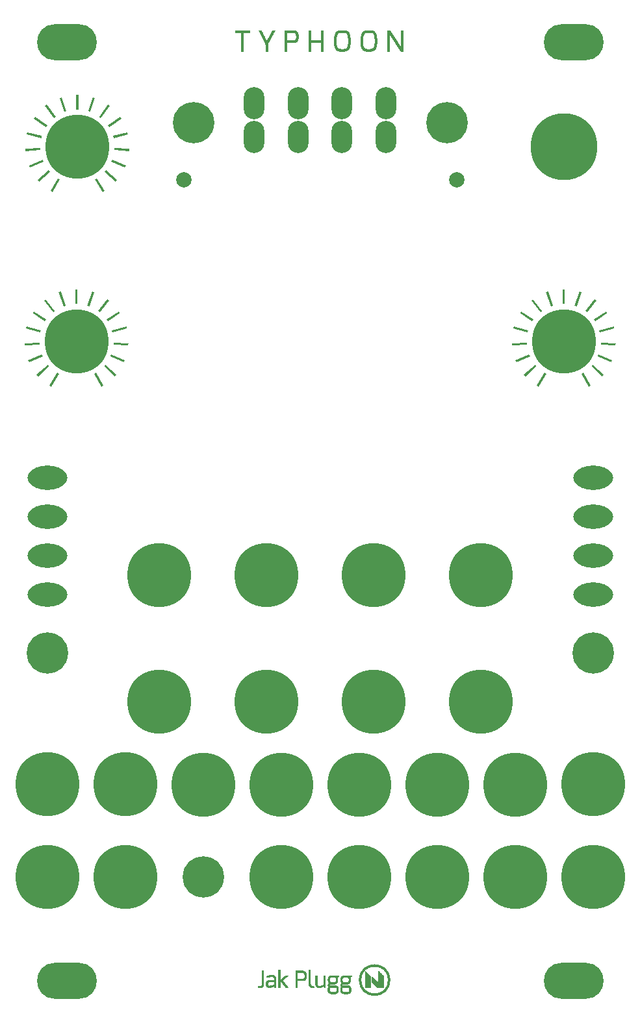
<source format=gts>
G04 DipTrace 3.3.0.0*
G04 typhoon_panel.GTS*
%MOIN*%
G04 #@! TF.FileFunction,Soldermask,Top*
G04 #@! TF.Part,Single*
%AMOUTLINE1*
4,1,20,
0.102562,0.0,
0.097244,-0.020147,
0.08225,-0.037803,
0.059491,-0.051459,
0.031197,-0.060108,
0.0,-0.063073,
-0.031197,-0.060108,
-0.059491,-0.051459,
-0.08225,-0.037803,
-0.097244,-0.020147,
-0.102562,0.0,
-0.097244,0.020147,
-0.08225,0.037803,
-0.059491,0.051459,
-0.031197,0.060108,
0.0,0.063073,
0.031197,0.060108,
0.059491,0.051459,
0.08225,0.037803,
0.097244,0.020147,
0.102562,0.0,
0*%
%ADD12C,0.001*%
%ADD18C,0.013189*%
%ADD36C,0.212*%
%ADD37C,0.07874*%
%ADD44C,0.342646*%
%ADD46O,0.307213X0.185165*%
%ADD48C,0.328*%
%ADD50O,0.106425X0.16548*%
%ADD57OUTLINE1*%
%FSLAX26Y26*%
G04*
G70*
G90*
G75*
G01*
G04 TopMask*
%LPD*%
D50*
X2325500Y5019000D3*
X2100500D3*
X2325500Y4844000D3*
D36*
X1338000Y4919000D3*
D37*
X1288000Y4626077D3*
X2688000D3*
D50*
X2100500Y4844000D3*
D36*
X2638000Y4919000D3*
D48*
X2588000Y1044000D3*
X1788000D3*
X987749D3*
Y1519818D3*
X1388000Y1519000D3*
X2188000Y1044000D3*
X1788000Y1519000D3*
X2188000D3*
X2588000D3*
D46*
X3288000Y512150D3*
X688000D3*
D44*
X3238000Y4794000D3*
D46*
X688000Y5332000D3*
X3288000D3*
D48*
X2988249Y1519000D3*
X2988000Y1044000D3*
X1163000Y1944000D3*
X1713000D3*
X2263000D3*
X2813000D3*
X1163000Y2594000D3*
X1713000D3*
X2263000D3*
X2813000D3*
X743117Y4793999D3*
X738000Y3794000D3*
X587749Y1044000D3*
Y1519818D3*
X3387749Y1044000D3*
Y1519818D3*
X3238000Y3794000D3*
D36*
X588000Y2194000D3*
X3388000D3*
X1388000Y1044000D3*
D57*
X588000Y2494000D3*
Y2694000D3*
Y2894000D3*
Y3094000D3*
X3388000Y2494000D3*
Y2694000D3*
Y2894000D3*
Y3094000D3*
D50*
X1875500Y5019000D3*
Y4844000D3*
X1650500D3*
Y5019000D3*
X2192256Y514875D2*
D18*
G02X2192256Y514875I75000J0D01*
G01*
G36*
X604474Y4566789D2*
X614369Y4561079D1*
X652449Y4627037D1*
X642554Y4632747D1*
X604474Y4566789D1*
G37*
G36*
X538524Y4623323D2*
X546058Y4614734D1*
X603316Y4664948D1*
X595785Y4673539D1*
X538524Y4623323D1*
G37*
G36*
X494244Y4698054D2*
X498618Y4687500D1*
X568980Y4716642D1*
X564609Y4727199D1*
X494244Y4698054D1*
G37*
G36*
X476336Y4783050D2*
X477084Y4771651D1*
X553083Y4776633D1*
X552335Y4788031D1*
X476336Y4783050D1*
G37*
G36*
X486702Y4869293D2*
X483745Y4858260D1*
X557311Y4838547D1*
X560268Y4849580D1*
X486702Y4869293D1*
G37*
G36*
X524238Y4947627D2*
X517890Y4938130D1*
X581215Y4895816D1*
X587563Y4905314D1*
X524238Y4947627D1*
G37*
G36*
X584962Y5009741D2*
X575899Y5002786D1*
X622261Y4942364D1*
X631324Y4949319D1*
X584962Y5009741D1*
G37*
G36*
X662428Y5049035D2*
X651609Y5045365D1*
X676091Y4973247D1*
X686909Y4976917D1*
X662428Y5049035D1*
G37*
G36*
X748416Y5061346D2*
X736991D1*
Y4985188D1*
X748416D1*
Y5061346D1*
G37*
G36*
X833795Y5045365D2*
X822979Y5049035D1*
X798497Y4976917D1*
X809314Y4973247D1*
X833795Y5045365D1*
G37*
G36*
X909508Y5002786D2*
X900445Y5009741D1*
X854080Y4949319D1*
X863143Y4942364D1*
X909508Y5002786D1*
G37*
G36*
X967514Y4938130D2*
X961169Y4947627D1*
X897844Y4905318D1*
X904189Y4895816D1*
X967514Y4938130D1*
G37*
G36*
X1001660Y4858260D2*
X998705Y4869293D1*
X925139Y4849580D1*
X928094Y4838547D1*
X1001660Y4858260D1*
G37*
G36*
X1008320Y4771651D2*
X1009070Y4783050D1*
X933070Y4788031D1*
X932324Y4776633D1*
X1008320Y4771651D1*
G37*
G36*
X986789Y4687500D2*
X991160Y4698054D1*
X920798Y4727199D1*
X916427Y4716642D1*
X986789Y4687500D1*
G37*
G36*
X939349Y4614734D2*
X946881Y4623323D1*
X889622Y4673539D1*
X882088Y4664948D1*
X939349Y4614734D1*
G37*
G36*
X871038Y4561079D2*
X880932Y4566789D1*
X842850Y4632747D1*
X832958Y4627037D1*
X871038Y4561079D1*
G37*
G36*
X599772Y3568092D2*
X609665Y3562382D1*
X647745Y3628339D1*
X637852Y3634050D1*
X599772Y3568092D1*
G37*
G36*
X533822Y3624625D2*
X541354Y3616037D1*
X598614Y3666251D1*
X591083Y3674841D1*
X533822Y3624625D1*
G37*
G36*
X489542Y3699356D2*
X493915Y3688802D1*
X564277Y3717945D1*
X559906Y3728501D1*
X489542Y3699356D1*
G37*
G36*
X471634Y3784353D2*
X472382Y3772954D1*
X548379Y3777934D1*
X547633Y3789335D1*
X471634Y3784353D1*
G37*
G36*
X481999Y3870596D2*
X479042Y3859562D1*
X552608Y3839849D1*
X555564Y3850883D1*
X481999Y3870596D1*
G37*
G36*
X519534Y3948930D2*
X513188Y3939433D1*
X576513Y3897119D1*
X582860Y3906617D1*
X519534Y3948930D1*
G37*
G36*
X580259Y4011043D2*
X571196Y4004088D1*
X617559Y3943667D1*
X626622Y3950621D1*
X580259Y4011043D1*
G37*
G36*
X657726Y4050339D2*
X646907Y4046667D1*
X671388Y3974549D1*
X682206Y3978220D1*
X657726Y4050339D1*
G37*
G36*
X743713Y4062650D2*
X732287D1*
Y3986490D1*
X743713D1*
Y4062650D1*
G37*
G36*
X829093Y4046667D2*
X818276Y4050339D1*
X793794Y3978220D1*
X804612Y3974549D1*
X829093Y4046667D1*
G37*
G36*
X904804Y4004088D2*
X895741Y4011043D1*
X849378Y3950621D1*
X858441Y3943667D1*
X904804Y4004088D1*
G37*
G36*
X962812Y3939433D2*
X956466Y3948930D1*
X893140Y3906619D1*
X899487Y3897119D1*
X962812Y3939433D1*
G37*
G36*
X996958Y3859562D2*
X994001Y3870596D1*
X920436Y3850883D1*
X923392Y3839849D1*
X996958Y3859562D1*
G37*
G36*
X1003618Y3772954D2*
X1004366Y3784353D1*
X928367Y3789335D1*
X927621Y3777934D1*
X1003618Y3772954D1*
G37*
G36*
X982087Y3688802D2*
X986458Y3699356D1*
X916094Y3728501D1*
X911723Y3717945D1*
X982087Y3688802D1*
G37*
G36*
X934646Y3616035D2*
X942178Y3624625D1*
X884919Y3674841D1*
X877386Y3666251D1*
X934646Y3616035D1*
G37*
G36*
X866335Y3562382D2*
X876228Y3568092D1*
X838148Y3634050D1*
X828255Y3628339D1*
X866335Y3562382D1*
G37*
G36*
X3099772Y3568092D2*
X3109665Y3562382D1*
X3147745Y3628339D1*
X3137852Y3634050D1*
X3099772Y3568092D1*
G37*
G36*
X3033822Y3624625D2*
X3041354Y3616037D1*
X3098614Y3666251D1*
X3091083Y3674841D1*
X3033822Y3624625D1*
G37*
G36*
X2989542Y3699356D2*
X2993915Y3688802D1*
X3064277Y3717945D1*
X3059906Y3728501D1*
X2989542Y3699356D1*
G37*
G36*
X2971634Y3784353D2*
X2972382Y3772954D1*
X3048379Y3777934D1*
X3047633Y3789335D1*
X2971634Y3784353D1*
G37*
G36*
X2981999Y3870596D2*
X2979042Y3859562D1*
X3052608Y3839849D1*
X3055564Y3850883D1*
X2981999Y3870596D1*
G37*
G36*
X3019534Y3948930D2*
X3013188Y3939433D1*
X3076513Y3897119D1*
X3082860Y3906617D1*
X3019534Y3948930D1*
G37*
G36*
X3080259Y4011043D2*
X3071196Y4004088D1*
X3117559Y3943667D1*
X3126622Y3950621D1*
X3080259Y4011043D1*
G37*
G36*
X3157726Y4050339D2*
X3146907Y4046667D1*
X3171388Y3974549D1*
X3182206Y3978220D1*
X3157726Y4050339D1*
G37*
G36*
X3243713Y4062650D2*
X3232287D1*
Y3986490D1*
X3243713D1*
Y4062650D1*
G37*
G36*
X3329093Y4046667D2*
X3318276Y4050339D1*
X3293794Y3978220D1*
X3304612Y3974549D1*
X3329093Y4046667D1*
G37*
G36*
X3404804Y4004088D2*
X3395741Y4011043D1*
X3349378Y3950621D1*
X3358441Y3943667D1*
X3404804Y4004088D1*
G37*
G36*
X3462812Y3939433D2*
X3456466Y3948930D1*
X3393140Y3906619D1*
X3399487Y3897119D1*
X3462812Y3939433D1*
G37*
G36*
X3496958Y3859562D2*
X3494001Y3870596D1*
X3420436Y3850883D1*
X3423392Y3839849D1*
X3496958Y3859562D1*
G37*
G36*
X3503618Y3772954D2*
X3504366Y3784353D1*
X3428367Y3789335D1*
X3427621Y3777934D1*
X3503618Y3772954D1*
G37*
G36*
X3482087Y3688802D2*
X3486458Y3699356D1*
X3416094Y3728501D1*
X3411723Y3717945D1*
X3482087Y3688802D1*
G37*
G36*
X3434646Y3616035D2*
X3442178Y3624625D1*
X3384919Y3674841D1*
X3377386Y3666251D1*
X3434646Y3616035D1*
G37*
G36*
X3366335Y3562382D2*
X3376228Y3568092D1*
X3338148Y3634050D1*
X3328255Y3628339D1*
X3366335Y3562382D1*
G37*
X1773101Y568948D2*
D12*
X1781101D1*
X1929101D2*
X1937101D1*
X1773101Y567948D2*
X1781101D1*
X1929101D2*
X1937101D1*
X1773101Y566948D2*
X1781101D1*
X1929101D2*
X1937101D1*
X1773101Y565948D2*
X1781101D1*
X1929101D2*
X1937101D1*
X1773101Y564948D2*
X1781101D1*
X1929101D2*
X1937101D1*
X1773101Y563948D2*
X1781101D1*
X1929101D2*
X1937101D1*
X1690101Y562948D2*
X1697101D1*
X1773101D2*
X1781101D1*
X1861101D2*
X1899101D1*
X1929101D2*
X1937101D1*
X1690101Y561948D2*
X1697101D1*
X1773101D2*
X1781101D1*
X1861101D2*
X1902444D1*
X1929101D2*
X1937101D1*
X1690101Y560948D2*
X1697101D1*
X1773101D2*
X1781101D1*
X1861101D2*
X1905138D1*
X1929101D2*
X1937101D1*
X1690101Y559948D2*
X1697101D1*
X1773101D2*
X1781101D1*
X1861101D2*
X1907168D1*
X1929101D2*
X1937101D1*
X1690101Y558948D2*
X1697101D1*
X1773101D2*
X1781101D1*
X1861101D2*
X1908695D1*
X1929101D2*
X1937101D1*
X1690101Y557948D2*
X1697101D1*
X1773101D2*
X1781101D1*
X1861101D2*
X1909901D1*
X1929101D2*
X1937101D1*
X1690101Y556948D2*
X1697101D1*
X1773101D2*
X1781101D1*
X1861101D2*
X1910870D1*
X1929101D2*
X1937101D1*
X1690101Y555948D2*
X1697101D1*
X1773101D2*
X1781101D1*
X1861101D2*
X1911634D1*
X1929101D2*
X1937101D1*
X1690101Y554948D2*
X1697101D1*
X1773101D2*
X1781101D1*
X1861101D2*
X1912261D1*
X1929101D2*
X1937101D1*
X1690101Y553948D2*
X1697101D1*
X1773101D2*
X1781101D1*
X1861101D2*
X1869101D1*
X1900059D2*
X1912817D1*
X1929101D2*
X1937101D1*
X1690101Y552948D2*
X1697101D1*
X1773101D2*
X1781101D1*
X1861101D2*
X1869101D1*
X1901888D2*
X1913338D1*
X1929101D2*
X1937101D1*
X1690101Y551948D2*
X1697101D1*
X1773101D2*
X1781101D1*
X1861101D2*
X1869101D1*
X1903447D2*
X1913843D1*
X1929101D2*
X1937101D1*
X1690101Y550948D2*
X1697101D1*
X1773101D2*
X1781101D1*
X1861101D2*
X1869101D1*
X1904653D2*
X1914310D1*
X1929101D2*
X1937101D1*
X1690101Y549948D2*
X1697101D1*
X1773101D2*
X1781101D1*
X1861101D2*
X1869101D1*
X1905537D2*
X1914684D1*
X1929101D2*
X1937101D1*
X1690101Y548948D2*
X1697101D1*
X1773101D2*
X1781101D1*
X1861101D2*
X1869101D1*
X1906185D2*
X1914944D1*
X1929101D2*
X1937101D1*
X1690101Y547948D2*
X1697101D1*
X1773101D2*
X1781101D1*
X1861101D2*
X1869101D1*
X1906636D2*
X1915185D1*
X1929101D2*
X1937101D1*
X1690101Y546948D2*
X1697101D1*
X1773101D2*
X1781101D1*
X1861101D2*
X1869101D1*
X1906927D2*
X1915475D1*
X1929101D2*
X1937101D1*
X1690101Y545948D2*
X1697101D1*
X1773101D2*
X1781101D1*
X1861101D2*
X1869101D1*
X1907179D2*
X1915751D1*
X1929101D2*
X1937101D1*
X1690101Y544948D2*
X1697101D1*
X1773101D2*
X1781101D1*
X1861101D2*
X1869101D1*
X1907473D2*
X1915934D1*
X1929101D2*
X1937101D1*
X1690101Y543948D2*
X1697101D1*
X1773101D2*
X1781101D1*
X1861101D2*
X1869101D1*
X1907751D2*
X1916029D1*
X1929101D2*
X1937101D1*
X1690101Y542948D2*
X1697101D1*
X1773101D2*
X1781101D1*
X1861101D2*
X1869101D1*
X1907933D2*
X1916073D1*
X1929101D2*
X1937101D1*
X1690101Y541948D2*
X1697101D1*
X1773101D2*
X1781101D1*
X1861101D2*
X1869101D1*
X1908029D2*
X1916090D1*
X1929101D2*
X1937101D1*
X1690101Y540948D2*
X1697101D1*
X1773101D2*
X1781101D1*
X1861101D2*
X1869101D1*
X1908073D2*
X1916097D1*
X1929101D2*
X1937101D1*
X1690101Y539948D2*
X1697101D1*
X1727101D2*
X1748101D1*
X1773101D2*
X1781101D1*
X1861101D2*
X1869101D1*
X1908090D2*
X1916100D1*
X1929101D2*
X1937101D1*
X1690101Y538948D2*
X1697101D1*
X1721697D2*
X1750059D1*
X1773101D2*
X1781101D1*
X1810101D2*
X1821101D1*
X1861101D2*
X1869101D1*
X1908097D2*
X1916101D1*
X1929101D2*
X1937101D1*
X1963101D2*
X1971101D1*
X2005101D2*
X2013101D1*
X2040101D2*
X2083101D1*
X2105101D2*
X2148101D1*
X1690101Y537948D2*
X1697101D1*
X1717455D2*
X1751888D1*
X1773101D2*
X1781101D1*
X1808947D2*
X1820101D1*
X1861101D2*
X1869101D1*
X1908100D2*
X1916101D1*
X1929101D2*
X1937101D1*
X1963101D2*
X1971101D1*
X2005101D2*
X2013101D1*
X2038143D2*
X2083101D1*
X2103143D2*
X2148101D1*
X1690101Y536948D2*
X1697101D1*
X1714231D2*
X1753447D1*
X1773101D2*
X1781101D1*
X1807699D2*
X1819101D1*
X1861101D2*
X1869101D1*
X1908101D2*
X1916101D1*
X1929101D2*
X1937101D1*
X1963101D2*
X1971101D1*
X2005101D2*
X2013101D1*
X2036310D2*
X2083097D1*
X2101310D2*
X2148097D1*
X1690101Y535948D2*
X1697101D1*
X1712935D2*
X1754657D1*
X1773101D2*
X1781101D1*
X1806440D2*
X1818101D1*
X1861101D2*
X1869101D1*
X1908101D2*
X1916101D1*
X1929101D2*
X1937101D1*
X1963101D2*
X1971101D1*
X2005101D2*
X2013101D1*
X2034720D2*
X2083042D1*
X2099720D2*
X2148042D1*
X1690101Y534948D2*
X1697101D1*
X1712486D2*
X1755576D1*
X1773101D2*
X1781101D1*
X1805265D2*
X1817101D1*
X1861101D2*
X1869101D1*
X1908101D2*
X1916101D1*
X1929101D2*
X1937101D1*
X1963101D2*
X1971101D1*
X2005101D2*
X2013101D1*
X2033418D2*
X2082902D1*
X2098418D2*
X2147902D1*
X1690101Y533948D2*
X1697101D1*
X1712257D2*
X1756351D1*
X1773101D2*
X1781101D1*
X1804172D2*
X1816101D1*
X1861101D2*
X1869101D1*
X1908101D2*
X1916101D1*
X1929101D2*
X1937101D1*
X1963101D2*
X1971101D1*
X2005101D2*
X2013101D1*
X2032382D2*
X2082064D1*
X2097382D2*
X2147064D1*
X1690101Y532948D2*
X1697101D1*
X1712156D2*
X1757042D1*
X1773101D2*
X1781101D1*
X1803129D2*
X1815097D1*
X1861101D2*
X1869101D1*
X1908097D2*
X1916097D1*
X1929101D2*
X1937101D1*
X1963101D2*
X1971101D1*
X2005101D2*
X2013101D1*
X2031555D2*
X2079986D1*
X2096555D2*
X2144986D1*
X1690101Y531948D2*
X1697101D1*
X1712101D2*
X1728101D1*
X1744704D2*
X1757589D1*
X1773101D2*
X1781101D1*
X1802112D2*
X1814062D1*
X1861101D2*
X1869101D1*
X1908062D2*
X1916062D1*
X1929101D2*
X1937101D1*
X1963101D2*
X1971101D1*
X2005101D2*
X2013101D1*
X2030823D2*
X2077712D1*
X2095823D2*
X2142712D1*
X1690101Y530948D2*
X1697101D1*
X1746839D2*
X1758016D1*
X1773101D2*
X1781101D1*
X1801105D2*
X1812935D1*
X1861101D2*
X1869101D1*
X1907935D2*
X1915935D1*
X1929101D2*
X1937101D1*
X1963101D2*
X1971101D1*
X2005101D2*
X2013101D1*
X2030149D2*
X2044691D1*
X2060824D2*
X2075759D1*
X2095149D2*
X2109691D1*
X2125824D2*
X2140759D1*
X1690101Y529948D2*
X1697101D1*
X1748377D2*
X1758402D1*
X1773101D2*
X1781101D1*
X1800102D2*
X1811695D1*
X1861101D2*
X1869101D1*
X1907691D2*
X1915695D1*
X1929101D2*
X1937101D1*
X1963101D2*
X1971101D1*
X2005101D2*
X2013101D1*
X2029609D2*
X2041936D1*
X2063114D2*
X2074101D1*
X2094609D2*
X2106936D1*
X2128114D2*
X2139101D1*
X1690101Y528948D2*
X1697101D1*
X1749423D2*
X1758723D1*
X1773101D2*
X1781101D1*
X1799101D2*
X1810439D1*
X1861101D2*
X1869101D1*
X1907400D2*
X1915435D1*
X1929101D2*
X1937101D1*
X1963101D2*
X1971101D1*
X2005101D2*
X2013101D1*
X2029185D2*
X2039935D1*
X2064799D2*
X2074717D1*
X2094185D2*
X2104935D1*
X2129799D2*
X2139717D1*
X1690101Y527948D2*
X1697101D1*
X1750141D2*
X1758923D1*
X1773101D2*
X1781101D1*
X1798101D2*
X1809264D1*
X1861101D2*
X1869101D1*
X1907094D2*
X1915225D1*
X1929101D2*
X1937101D1*
X1963101D2*
X1971101D1*
X2005101D2*
X2013101D1*
X2028796D2*
X2038487D1*
X2066003D2*
X2075256D1*
X2093796D2*
X2103487D1*
X2131003D2*
X2140256D1*
X1690101Y526948D2*
X1697101D1*
X1750616D2*
X1759025D1*
X1773101D2*
X1781101D1*
X1797101D2*
X1808172D1*
X1861101D2*
X1869101D1*
X1906723D2*
X1915005D1*
X1929101D2*
X1937101D1*
X1963101D2*
X1971101D1*
X2005101D2*
X2013101D1*
X2028440D2*
X2037439D1*
X2066900D2*
X2075696D1*
X2093440D2*
X2102439D1*
X2131900D2*
X2140696D1*
X1690101Y525948D2*
X1697101D1*
X1750886D2*
X1759071D1*
X1773101D2*
X1781101D1*
X1796097D2*
X1807129D1*
X1861101D2*
X1869101D1*
X1906253D2*
X1914719D1*
X1929101D2*
X1937101D1*
X1963101D2*
X1971101D1*
X2005101D2*
X2013101D1*
X2028113D2*
X2036726D1*
X2067535D2*
X2076063D1*
X2093113D2*
X2101726D1*
X2132535D2*
X2141063D1*
X1690101Y524948D2*
X1697101D1*
X1751050D2*
X1759090D1*
X1773101D2*
X1781101D1*
X1795062D2*
X1806112D1*
X1861101D2*
X1869101D1*
X1905616D2*
X1914410D1*
X1929101D2*
X1937101D1*
X1963101D2*
X1971101D1*
X2005101D2*
X2013101D1*
X2027771D2*
X2036229D1*
X2067996D2*
X2076421D1*
X2092771D2*
X2101229D1*
X2132996D2*
X2141421D1*
X1690101Y523948D2*
X1697101D1*
X1751233D2*
X1759097D1*
X1773101D2*
X1781101D1*
X1793935D2*
X1805105D1*
X1861101D2*
X1869101D1*
X1904688D2*
X1914098D1*
X1929101D2*
X1937101D1*
X1963101D2*
X1971101D1*
X2005101D2*
X2013101D1*
X2027468D2*
X2035816D1*
X2068395D2*
X2076730D1*
X2092468D2*
X2100816D1*
X2133395D2*
X2141730D1*
X1690101Y522948D2*
X1697101D1*
X1751494D2*
X1759100D1*
X1773101D2*
X1781101D1*
X1792695D2*
X1804102D1*
X1861101D2*
X1869101D1*
X1903404D2*
X1913728D1*
X1929101D2*
X1937101D1*
X1963101D2*
X1971101D1*
X2005101D2*
X2013101D1*
X2027275D2*
X2035485D1*
X2068720D2*
X2076926D1*
X2092275D2*
X2100485D1*
X2133720D2*
X2141926D1*
X1690101Y521948D2*
X1697101D1*
X1751759D2*
X1759101D1*
X1773101D2*
X1781101D1*
X1791439D2*
X1803101D1*
X1861101D2*
X1869101D1*
X1901819D2*
X1913297D1*
X1929101D2*
X1937101D1*
X1963101D2*
X1971101D1*
X2005101D2*
X2013101D1*
X2027175D2*
X2035281D1*
X2068922D2*
X2077026D1*
X2092175D2*
X2100281D1*
X2133922D2*
X2142026D1*
X1690101Y520948D2*
X1697101D1*
X1751932D2*
X1759101D1*
X1773101D2*
X1781101D1*
X1790245D2*
X1802101D1*
X1861101D2*
X1912826D1*
X1929101D2*
X1937101D1*
X1963101D2*
X1971101D1*
X2005101D2*
X2013101D1*
X2027130D2*
X2035177D1*
X2069025D2*
X2077072D1*
X2092130D2*
X2100177D1*
X2134025D2*
X2142072D1*
X1690101Y519948D2*
X1697101D1*
X1751991D2*
X1759101D1*
X1773101D2*
X1781101D1*
X1788962D2*
X1801101D1*
X1861101D2*
X1912303D1*
X1929101D2*
X1937101D1*
X1963101D2*
X1971101D1*
X2005101D2*
X2013101D1*
X2027112D2*
X2035131D1*
X2069071D2*
X2077090D1*
X2092112D2*
X2100131D1*
X2134071D2*
X2142090D1*
X1690101Y518948D2*
X1697101D1*
X1751906D2*
X1759101D1*
X1773101D2*
X1781101D1*
X1787146D2*
X1800101D1*
X1861101D2*
X1911674D1*
X1929101D2*
X1937101D1*
X1963101D2*
X1971101D1*
X2005101D2*
X2013101D1*
X2027105D2*
X2035112D1*
X2069090D2*
X2077097D1*
X2092105D2*
X2100112D1*
X2134090D2*
X2142097D1*
X1690101Y517948D2*
X1697101D1*
X1751684D2*
X1759101D1*
X1773101D2*
X1781101D1*
X1784419D2*
X1799101D1*
X1861101D2*
X1910862D1*
X1929101D2*
X1937101D1*
X1963101D2*
X1971101D1*
X2005101D2*
X2013101D1*
X2027102D2*
X2035105D1*
X2069097D2*
X2077100D1*
X2092102D2*
X2100105D1*
X2134097D2*
X2142100D1*
X1690101Y516948D2*
X1697101D1*
X1751435D2*
X1759101D1*
X1773101D2*
X1798101D1*
X1861101D2*
X1909809D1*
X1929101D2*
X1937101D1*
X1963101D2*
X1971101D1*
X2005101D2*
X2013101D1*
X2027101D2*
X2035102D1*
X2069100D2*
X2077101D1*
X2092101D2*
X2100102D1*
X2134100D2*
X2142101D1*
X1690101Y515948D2*
X1697101D1*
X1751262D2*
X1759101D1*
X1773101D2*
X1797101D1*
X1861101D2*
X1908453D1*
X1929101D2*
X1937101D1*
X1963101D2*
X1971101D1*
X2005101D2*
X2013101D1*
X2027101D2*
X2035105D1*
X2069101D2*
X2077097D1*
X2092101D2*
X2100105D1*
X2134101D2*
X2142097D1*
X1690101Y514948D2*
X1697101D1*
X1751165D2*
X1759101D1*
X1773101D2*
X1796101D1*
X1861101D2*
X1906812D1*
X1929101D2*
X1937101D1*
X1963101D2*
X1971101D1*
X2005101D2*
X2013101D1*
X2027105D2*
X2035140D1*
X2069097D2*
X2077062D1*
X2092105D2*
X2100140D1*
X2134097D2*
X2142062D1*
X1690101Y513948D2*
X1697101D1*
X1719101D2*
X1759101D1*
X1773101D2*
X1795101D1*
X1861101D2*
X1869101D1*
X1875101D2*
X1904991D1*
X1929101D2*
X1937101D1*
X1963101D2*
X1971101D1*
X2005101D2*
X2013101D1*
X2027140D2*
X2035268D1*
X2069062D2*
X2076935D1*
X2092140D2*
X2100268D1*
X2134062D2*
X2141935D1*
X1690101Y512948D2*
X1697101D1*
X1717489D2*
X1759101D1*
X1773101D2*
X1794101D1*
X1861101D2*
X1869101D1*
X1886101D2*
X1903101D1*
X1929101D2*
X1937101D1*
X1963101D2*
X1971101D1*
X2005101D2*
X2013101D1*
X2027268D2*
X2035511D1*
X2068931D2*
X2076695D1*
X2092268D2*
X2100511D1*
X2133931D2*
X2141695D1*
X1690101Y511948D2*
X1697101D1*
X1715989D2*
X1759101D1*
X1773101D2*
X1794947D1*
X1861101D2*
X1869101D1*
X1929101D2*
X1937101D1*
X1963101D2*
X1971101D1*
X2005101D2*
X2013101D1*
X2027507D2*
X2035803D1*
X2068656D2*
X2076435D1*
X2092507D2*
X2100803D1*
X2133656D2*
X2141435D1*
X1690101Y510948D2*
X1697101D1*
X1714712D2*
X1759101D1*
X1773101D2*
X1795699D1*
X1861101D2*
X1869101D1*
X1929101D2*
X1937101D1*
X1963101D2*
X1971101D1*
X2005101D2*
X2013101D1*
X2027767D2*
X2036108D1*
X2068268D2*
X2076225D1*
X2092767D2*
X2101108D1*
X2133268D2*
X2141225D1*
X1690101Y509948D2*
X1697101D1*
X1713716D2*
X1759101D1*
X1773101D2*
X1796440D1*
X1861101D2*
X1869101D1*
X1929101D2*
X1937101D1*
X1963101D2*
X1971101D1*
X2005101D2*
X2013101D1*
X2027977D2*
X2036480D1*
X2067815D2*
X2076005D1*
X2092977D2*
X2101480D1*
X2132815D2*
X2141005D1*
X1690101Y508948D2*
X1697101D1*
X1712892D2*
X1759101D1*
X1773101D2*
X1797261D1*
X1861101D2*
X1869101D1*
X1929101D2*
X1937101D1*
X1963101D2*
X1971101D1*
X2005101D2*
X2013101D1*
X2028201D2*
X2036945D1*
X2067300D2*
X2075719D1*
X2093201D2*
X2101945D1*
X2132300D2*
X2140719D1*
X1690101Y507948D2*
X1697101D1*
X1712177D2*
X1749101D1*
X1751101D2*
X1759101D1*
X1773101D2*
X1781101D1*
X1787097D2*
X1798133D1*
X1861101D2*
X1869101D1*
X1929101D2*
X1937101D1*
X1963101D2*
X1971101D1*
X2005101D2*
X2013101D1*
X2028518D2*
X2037551D1*
X2066669D2*
X2075410D1*
X2093518D2*
X2102551D1*
X2131669D2*
X2140410D1*
X1690101Y506948D2*
X1697101D1*
X1711619D2*
X1735101D1*
X1751101D2*
X1759101D1*
X1773101D2*
X1781101D1*
X1788062D2*
X1798963D1*
X1861101D2*
X1869101D1*
X1929101D2*
X1937101D1*
X1963101D2*
X1971101D1*
X2005101D2*
X2013101D1*
X2028923D2*
X2038391D1*
X2065818D2*
X2075098D1*
X2093923D2*
X2103391D1*
X2130818D2*
X2140098D1*
X1690101Y505948D2*
X1697101D1*
X1711189D2*
X1723298D1*
X1751101D2*
X1759101D1*
X1773101D2*
X1781101D1*
X1788935D2*
X1799706D1*
X1861101D2*
X1869101D1*
X1929101D2*
X1937101D1*
X1963101D2*
X1971101D1*
X2005101D2*
X2013101D1*
X2029383D2*
X2039605D1*
X2064600D2*
X2074728D1*
X2094383D2*
X2104605D1*
X2129600D2*
X2139728D1*
X1690101Y504948D2*
X1697101D1*
X1710801D2*
X1721717D1*
X1751101D2*
X1759101D1*
X1773101D2*
X1781101D1*
X1789695D2*
X1800438D1*
X1861101D2*
X1869101D1*
X1929101D2*
X1937101D1*
X1963101D2*
X1971101D1*
X2005101D2*
X2013101D1*
X2029901D2*
X2041358D1*
X2062845D2*
X2074297D1*
X2094901D2*
X2106358D1*
X2127845D2*
X2139297D1*
X1690101Y503948D2*
X1697101D1*
X1710480D2*
X1720421D1*
X1751101D2*
X1759101D1*
X1773101D2*
X1781101D1*
X1790439D2*
X1801226D1*
X1861101D2*
X1869101D1*
X1929101D2*
X1937101D1*
X1963101D2*
X1971101D1*
X2005101D2*
X2013101D1*
X2030525D2*
X2043615D1*
X2060587D2*
X2073826D1*
X2095525D2*
X2108615D1*
X2125587D2*
X2138826D1*
X1690101Y502948D2*
X1697101D1*
X1710279D2*
X1719425D1*
X1751101D2*
X1759101D1*
X1773101D2*
X1781101D1*
X1791260D2*
X1802005D1*
X1861101D2*
X1869101D1*
X1929101D2*
X1937101D1*
X1963101D2*
X1971101D1*
X2005101D2*
X2013101D1*
X2031297D2*
X2073303D1*
X2096297D2*
X2138303D1*
X1690101Y501948D2*
X1697101D1*
X1710177D2*
X1718649D1*
X1751101D2*
X1759101D1*
X1773101D2*
X1781101D1*
X1792132D2*
X1802723D1*
X1861101D2*
X1869101D1*
X1929101D2*
X1937101D1*
X1963101D2*
X1971101D1*
X2005101D2*
X2013101D1*
X2032177D2*
X2072678D1*
X2097177D2*
X2137678D1*
X1690101Y500948D2*
X1697101D1*
X1710131D2*
X1718367D1*
X1751101D2*
X1759101D1*
X1773101D2*
X1781101D1*
X1792963D2*
X1803445D1*
X1861101D2*
X1869101D1*
X1929101D2*
X1937101D1*
X1963101D2*
X1971101D1*
X2005101D2*
X2013101D1*
X2033101D2*
X2071901D1*
X2098101D2*
X2136901D1*
X1690101Y499948D2*
X1697101D1*
X1710112D2*
X1718214D1*
X1751101D2*
X1759101D1*
X1773101D2*
X1781101D1*
X1793706D2*
X1804229D1*
X1861101D2*
X1869101D1*
X1929101D2*
X1937101D1*
X1963101D2*
X1971101D1*
X2005101D2*
X2013101D1*
X2031797D2*
X2070975D1*
X2096797D2*
X2135975D1*
X1690101Y498948D2*
X1697101D1*
X1710105D2*
X1718145D1*
X1751101D2*
X1759101D1*
X1773101D2*
X1781101D1*
X1794442D2*
X1805006D1*
X1861101D2*
X1869101D1*
X1929101D2*
X1937101D1*
X1963101D2*
X1971101D1*
X2005101D2*
X2013101D1*
X2030632D2*
X2069847D1*
X2095632D2*
X2134847D1*
X1690097Y497948D2*
X1697101D1*
X1710102D2*
X1718117D1*
X1751101D2*
X1759101D1*
X1773101D2*
X1781101D1*
X1795262D2*
X1805724D1*
X1861101D2*
X1869101D1*
X1929105D2*
X1937101D1*
X1963101D2*
X1971101D1*
X2005101D2*
X2013101D1*
X2029717D2*
X2068348D1*
X2094717D2*
X2133348D1*
X1690062Y496948D2*
X1697101D1*
X1710101D2*
X1718107D1*
X1751101D2*
X1759101D1*
X1773101D2*
X1781101D1*
X1796133D2*
X1806449D1*
X1861101D2*
X1869101D1*
X1929140D2*
X1937105D1*
X1963101D2*
X1971101D1*
X2005101D2*
X2013101D1*
X2029007D2*
X2066230D1*
X2094007D2*
X2131230D1*
X1689935Y495948D2*
X1697101D1*
X1710101D2*
X1718103D1*
X1751101D2*
X1759101D1*
X1773101D2*
X1781101D1*
X1796963D2*
X1807264D1*
X1861101D2*
X1869101D1*
X1929268D2*
X1937140D1*
X1963101D2*
X1971101D1*
X2005101D2*
X2013101D1*
X2028416D2*
X2063379D1*
X2093416D2*
X2128379D1*
X1689695Y494948D2*
X1697101D1*
X1710101D2*
X1718102D1*
X1751097D2*
X1759101D1*
X1773101D2*
X1781101D1*
X1797706D2*
X1808134D1*
X1861101D2*
X1869101D1*
X1929507D2*
X1937268D1*
X1963105D2*
X1971105D1*
X2005097D2*
X2013101D1*
X2027913D2*
X2060101D1*
X2092913D2*
X2125101D1*
X1689435Y493948D2*
X1697101D1*
X1710101D2*
X1718101D1*
X1751050D2*
X1759101D1*
X1773101D2*
X1781101D1*
X1798442D2*
X1808963D1*
X1861101D2*
X1869101D1*
X1929763D2*
X1937511D1*
X1963140D2*
X1971140D1*
X2005054D2*
X2013101D1*
X2027529D2*
X2036298D1*
X2092529D2*
X2101298D1*
X1689225Y492948D2*
X1697101D1*
X1710101D2*
X1718101D1*
X1750933D2*
X1759101D1*
X1773101D2*
X1781101D1*
X1799262D2*
X1809706D1*
X1861101D2*
X1869101D1*
X1929938D2*
X1937803D1*
X1963268D2*
X1971271D1*
X2004949D2*
X2013101D1*
X2027299D2*
X2035713D1*
X2092299D2*
X2100713D1*
X1689001Y491948D2*
X1697101D1*
X1710101D2*
X1718105D1*
X1750306D2*
X1759101D1*
X1773101D2*
X1781101D1*
X1800133D2*
X1810439D1*
X1861101D2*
X1869101D1*
X1930034D2*
X1938108D1*
X1963511D2*
X1971550D1*
X2004427D2*
X2013101D1*
X2027184D2*
X2035386D1*
X2092184D2*
X2100386D1*
X1688684Y490948D2*
X1697097D1*
X1710105D2*
X1718144D1*
X1748610D2*
X1759101D1*
X1773101D2*
X1781101D1*
X1800963D2*
X1811226D1*
X1861101D2*
X1869101D1*
X1930112D2*
X1938483D1*
X1963803D2*
X1971973D1*
X2003085D2*
X2013101D1*
X2027134D2*
X2035209D1*
X2092134D2*
X2100209D1*
X1688275Y489948D2*
X1697062D1*
X1710140D2*
X1718311D1*
X1746232D2*
X1759101D1*
X1773101D2*
X1781101D1*
X1801706D2*
X1812005D1*
X1861101D2*
X1869101D1*
X1930257D2*
X1938992D1*
X1964108D2*
X1972557D1*
X2001267D2*
X2013101D1*
X2027117D2*
X2035401D1*
X2092117D2*
X2100401D1*
X1687776Y488948D2*
X1696935D1*
X1710268D2*
X1718623D1*
X1743138D2*
X1759101D1*
X1773101D2*
X1781101D1*
X1802442D2*
X1812723D1*
X1861101D2*
X1869101D1*
X1930507D2*
X1939636D1*
X1964476D2*
X1973351D1*
X1999030D2*
X2013101D1*
X2027144D2*
X2036300D1*
X2092144D2*
X2101300D1*
X1687056Y487948D2*
X1696691D1*
X1710511D2*
X1719451D1*
X1739132D2*
X1759101D1*
X1773101D2*
X1781101D1*
X1803262D2*
X1813449D1*
X1861101D2*
X1869101D1*
X1930801D2*
X1941132D1*
X1964906D2*
X1974397D1*
X1996380D2*
X2013101D1*
X2027273D2*
X2037599D1*
X2092273D2*
X2102599D1*
X1686068Y486948D2*
X1696400D1*
X1710806D2*
X1721908D1*
X1733568D2*
X1759101D1*
X1773101D2*
X1781101D1*
X1804133D2*
X1814264D1*
X1861101D2*
X1869101D1*
X1931108D2*
X1943267D1*
X1965376D2*
X1975746D1*
X1993261D2*
X2013101D1*
X2027547D2*
X2069101D1*
X2092547D2*
X2134101D1*
X1682956Y485948D2*
X1696094D1*
X1711143D2*
X1725969D1*
X1725950D2*
X1759101D1*
X1773101D2*
X1781101D1*
X1804963D2*
X1815134D1*
X1861101D2*
X1869101D1*
X1931479D2*
X1946007D1*
X1965899D2*
X1977364D1*
X1989763D2*
X2013101D1*
X2027938D2*
X2071175D1*
X2092938D2*
X2136175D1*
X1668101Y484948D2*
X1673101D1*
X1678098D2*
X1695723D1*
X1711607D2*
X1759101D1*
X1773101D2*
X1781101D1*
X1805706D2*
X1815963D1*
X1861101D2*
X1869101D1*
X1931945D2*
X1948878D1*
X1966524D2*
X2013101D1*
X2028422D2*
X2072962D1*
X2093422D2*
X2137962D1*
X1667950Y483948D2*
X1695257D1*
X1712184D2*
X1749294D1*
X1752139D2*
X1759101D1*
X1773101D2*
X1781101D1*
X1806442D2*
X1816706D1*
X1861101D2*
X1869101D1*
X1932543D2*
X1951224D1*
X1967298D2*
X2003256D1*
X2004943D2*
X2013101D1*
X2029022D2*
X2074384D1*
X2094022D2*
X2139384D1*
X1667742Y482948D2*
X1694655D1*
X1712803D2*
X1746670D1*
X1752267D2*
X1759101D1*
X1773101D2*
X1781101D1*
X1807262D2*
X1817439D1*
X1861101D2*
X1869101D1*
X1933309D2*
X1952990D1*
X1968184D2*
X2001504D1*
X2005656D2*
X2013101D1*
X2029683D2*
X2075445D1*
X2094683D2*
X2140445D1*
X1667550Y481948D2*
X1693854D1*
X1713522D2*
X1744168D1*
X1752511D2*
X1759101D1*
X1773101D2*
X1781101D1*
X1808133D2*
X1818226D1*
X1861101D2*
X1869101D1*
X1934229D2*
X1953673D1*
X1969137D2*
X1999759D1*
X2006234D2*
X2013101D1*
X2030300D2*
X2076295D1*
X2095300D2*
X2141295D1*
X1667771Y480948D2*
X1692795D1*
X1714493D2*
X1741592D1*
X1752805D2*
X1759101D1*
X1773101D2*
X1781101D1*
X1808962D2*
X1819005D1*
X1861101D2*
X1869101D1*
X1935344D2*
X1953905D1*
X1970160D2*
X1997895D1*
X2006691D2*
X2013101D1*
X2030416D2*
X2077020D1*
X2095416D2*
X2142020D1*
X1668545Y479948D2*
X1691326D1*
X1715834D2*
X1738783D1*
X1753135D2*
X1759101D1*
X1773101D2*
X1781101D1*
X1809696D2*
X1819714D1*
X1861101D2*
X1869101D1*
X1936725D2*
X1954022D1*
X1971357D2*
X1995821D1*
X2007091D2*
X2013101D1*
X2030111D2*
X2077581D1*
X2095111D2*
X2142581D1*
X1670385Y478948D2*
X1689222D1*
X1717604D2*
X1735610D1*
X1753575D2*
X1759101D1*
X1773101D2*
X1781101D1*
X1810392D2*
X1820398D1*
X1861101D2*
X1869101D1*
X1938356D2*
X1954073D1*
X1972911D2*
X1993461D1*
X2007560D2*
X2013101D1*
X2029635D2*
X2034101D1*
X2038101D2*
X2078013D1*
X2094635D2*
X2099101D1*
X2103101D2*
X2143013D1*
X1673004Y477948D2*
X1686376D1*
X1719756D2*
X1731988D1*
X1754101D2*
X1759101D1*
X1773101D2*
X1781101D1*
X1811101D2*
X1821101D1*
X1861101D2*
X1869101D1*
X1940101D2*
X1954101D1*
X1974891D2*
X1990840D1*
X2008101D2*
X2013101D1*
X2029044D2*
X2034101D1*
X2069059D2*
X2078401D1*
X2094044D2*
X2099101D1*
X2134059D2*
X2143401D1*
X1676101Y476948D2*
X1683101D1*
X1722101D2*
X1728101D1*
X1977101D2*
X1988101D1*
X2028456D2*
X2034101D1*
X2069896D2*
X2078722D1*
X2093456D2*
X2099101D1*
X2134896D2*
X2143722D1*
X2027937Y475948D2*
X2034101D1*
X2070525D2*
X2078923D1*
X2092937D2*
X2099101D1*
X2135525D2*
X2143923D1*
X2027540Y474948D2*
X2034101D1*
X2070990D2*
X2079025D1*
X2092540D2*
X2099101D1*
X2135990D2*
X2144025D1*
X2027304Y473948D2*
X2034101D1*
X2071392D2*
X2079071D1*
X2092304D2*
X2099101D1*
X2136392D2*
X2144071D1*
X2027186Y472948D2*
X2034101D1*
X2071719D2*
X2079090D1*
X2092186D2*
X2099101D1*
X2136719D2*
X2144090D1*
X2027134Y471948D2*
X2034101D1*
X2071922D2*
X2079097D1*
X2092134D2*
X2099101D1*
X2136922D2*
X2144097D1*
X2027113Y470948D2*
X2034101D1*
X2072025D2*
X2079100D1*
X2092113D2*
X2099101D1*
X2137025D2*
X2144100D1*
X2027105Y469948D2*
X2034101D1*
X2072071D2*
X2079101D1*
X2092105D2*
X2099101D1*
X2137071D2*
X2144101D1*
X2027103Y468948D2*
X2034101D1*
X2072090D2*
X2079101D1*
X2092103D2*
X2099101D1*
X2137090D2*
X2144101D1*
X2027102Y467948D2*
X2034101D1*
X2072097D2*
X2079101D1*
X2092102D2*
X2099101D1*
X2137097D2*
X2144101D1*
X2027101Y466948D2*
X2034101D1*
X2072100D2*
X2079101D1*
X2092101D2*
X2099101D1*
X2137100D2*
X2144101D1*
X2027101Y465948D2*
X2034101D1*
X2072101D2*
X2079101D1*
X2092101D2*
X2099101D1*
X2137101D2*
X2144101D1*
X2027101Y464948D2*
X2034105D1*
X2072097D2*
X2079101D1*
X2092101D2*
X2099105D1*
X2137097D2*
X2144101D1*
X2027101Y463948D2*
X2034140D1*
X2072062D2*
X2079101D1*
X2092101D2*
X2099140D1*
X2137062D2*
X2144101D1*
X2027101Y462948D2*
X2034268D1*
X2071935D2*
X2079101D1*
X2092101D2*
X2099268D1*
X2136935D2*
X2144101D1*
X2027101Y461948D2*
X2034511D1*
X2071691D2*
X2079101D1*
X2092101D2*
X2099511D1*
X2136691D2*
X2144101D1*
X2027101Y460948D2*
X2034806D1*
X2071400D2*
X2079101D1*
X2092101D2*
X2099806D1*
X2136400D2*
X2144101D1*
X2027105Y459948D2*
X2035147D1*
X2071090D2*
X2079097D1*
X2092105D2*
X2100147D1*
X2136090D2*
X2144097D1*
X2027140Y458948D2*
X2035654D1*
X2070680D2*
X2079062D1*
X2092140D2*
X2100654D1*
X2135680D2*
X2144062D1*
X2027271Y457948D2*
X2036437D1*
X2070048D2*
X2078931D1*
X2092271D2*
X2101437D1*
X2135048D2*
X2143931D1*
X2027546Y456948D2*
X2037624D1*
X2069044D2*
X2078656D1*
X2092546D2*
X2102624D1*
X2134044D2*
X2143656D1*
X2027934Y455948D2*
X2039365D1*
X2067621D2*
X2078268D1*
X2092934D2*
X2104365D1*
X2132621D2*
X2143268D1*
X2028387Y454948D2*
X2041617D1*
X2065917D2*
X2077819D1*
X2093387D2*
X2106617D1*
X2130917D2*
X2142819D1*
X2028902Y453948D2*
X2077339D1*
X2093902D2*
X2142339D1*
X2029529Y452948D2*
X2076839D1*
X2094529D2*
X2141839D1*
X2030337Y451948D2*
X2076271D1*
X2095337D2*
X2141271D1*
X2031358Y450948D2*
X2075506D1*
X2096358D2*
X2140506D1*
X2032633Y449948D2*
X2074410D1*
X2097633D2*
X2139410D1*
X2034278Y448948D2*
X2072896D1*
X2099278D2*
X2137896D1*
X2036559Y447948D2*
X2070811D1*
X2101559D2*
X2135811D1*
X2039617Y446948D2*
X2068113D1*
X2104617D2*
X2133113D1*
X2043101Y445948D2*
X2065101D1*
X2108101D2*
X2130101D1*
X1551343Y5392448D2*
X1625343D1*
X1673343D2*
X1684343D1*
X1743343D2*
X1754343D1*
X1805343D2*
X1852343D1*
X1930343D2*
X1940343D1*
X1993343D2*
X2002343D1*
X2087343D2*
X2113343D1*
X2223343D2*
X2249343D1*
X2333343D2*
X2343343D1*
X2402343D2*
X2411343D1*
X1551343Y5391448D2*
X1625343D1*
X1673722D2*
X1684722D1*
X1742963D2*
X1753963D1*
X1805343D2*
X1856065D1*
X1930343D2*
X1940343D1*
X1992881D2*
X2002343D1*
X2083620D2*
X2117069D1*
X2219620D2*
X2253069D1*
X2333343D2*
X2344188D1*
X2402343D2*
X2411804D1*
X1551343Y5390448D2*
X1625343D1*
X1674152D2*
X1685152D1*
X1742533D2*
X1753533D1*
X1805343D2*
X1859185D1*
X1930343D2*
X1940343D1*
X1992594D2*
X2002343D1*
X2080496D2*
X2120225D1*
X2216496D2*
X2256225D1*
X2333343D2*
X2344936D1*
X2402343D2*
X2412091D1*
X1551343Y5389448D2*
X1625343D1*
X1674617D2*
X1685617D1*
X1742065D2*
X1753068D1*
X1805343D2*
X1861645D1*
X1930343D2*
X1940343D1*
X1992448D2*
X2002343D1*
X2078001D2*
X2122811D1*
X2214001D2*
X2258811D1*
X2333343D2*
X2345642D1*
X2402343D2*
X2412237D1*
X1551343Y5388448D2*
X1625343D1*
X1675102D2*
X1686102D1*
X1741548D2*
X1752583D1*
X1805343D2*
X1863530D1*
X1930343D2*
X1940343D1*
X1992384D2*
X2002343D1*
X2075989D2*
X2124936D1*
X2211989D2*
X2260936D1*
X2333343D2*
X2346339D1*
X2402343D2*
X2412301D1*
X1551343Y5387448D2*
X1625343D1*
X1675596D2*
X1686596D1*
X1740958D2*
X1752086D1*
X1805343D2*
X1864990D1*
X1930343D2*
X1940343D1*
X1992358D2*
X2002343D1*
X2074289D2*
X2126652D1*
X2210289D2*
X2262652D1*
X2333343D2*
X2347003D1*
X2402343D2*
X2412327D1*
X1551343Y5386448D2*
X1625343D1*
X1676094D2*
X1687094D1*
X1740316D2*
X1751556D1*
X1805343D2*
X1866197D1*
X1930343D2*
X1940343D1*
X1992348D2*
X2002343D1*
X2072826D2*
X2128038D1*
X2208826D2*
X2264038D1*
X2333343D2*
X2347669D1*
X2402343D2*
X2412337D1*
X1551343Y5385448D2*
X1625343D1*
X1676593D2*
X1687593D1*
X1739705D2*
X1750961D1*
X1805343D2*
X1867250D1*
X1930343D2*
X1940343D1*
X1992344D2*
X2002343D1*
X2071598D2*
X2129215D1*
X2207598D2*
X2265215D1*
X2333343D2*
X2348350D1*
X2402343D2*
X2412341D1*
X1551343Y5384448D2*
X1625343D1*
X1677093D2*
X1688093D1*
X1739143D2*
X1750317D1*
X1805343D2*
X1868157D1*
X1930343D2*
X1940343D1*
X1992343D2*
X2002343D1*
X2070599D2*
X2130256D1*
X2206599D2*
X2266256D1*
X2333343D2*
X2349007D1*
X2402343D2*
X2412342D1*
X1551343Y5383448D2*
X1625343D1*
X1677592D2*
X1688592D1*
X1738612D2*
X1749705D1*
X1805343D2*
X1868926D1*
X1930343D2*
X1940343D1*
X1992343D2*
X2002343D1*
X2069787D2*
X2131159D1*
X2205787D2*
X2267159D1*
X2333343D2*
X2349670D1*
X2402343D2*
X2412342D1*
X1551343Y5382448D2*
X1625343D1*
X1678093D2*
X1689093D1*
X1738101D2*
X1749143D1*
X1805343D2*
X1869635D1*
X1930343D2*
X1940343D1*
X1992343D2*
X2002343D1*
X2069057D2*
X2131927D1*
X2205057D2*
X2267927D1*
X2333343D2*
X2350350D1*
X2402343D2*
X2412342D1*
X1582343Y5381448D2*
X1592343D1*
X1678592D2*
X1689592D1*
X1737595D2*
X1748612D1*
X1805343D2*
X1815343D1*
X1850946D2*
X1870299D1*
X1930343D2*
X1940343D1*
X1992343D2*
X2002343D1*
X2068354D2*
X2085698D1*
X2115108D2*
X2132639D1*
X2204354D2*
X2221698D1*
X2251108D2*
X2268639D1*
X2333343D2*
X2351007D1*
X2402343D2*
X2412343D1*
X1582343Y5380448D2*
X1592343D1*
X1679093D2*
X1690093D1*
X1737094D2*
X1748101D1*
X1805343D2*
X1815343D1*
X1854076D2*
X1870836D1*
X1930343D2*
X1940343D1*
X1992343D2*
X2002343D1*
X2067719D2*
X2083400D1*
X2117561D2*
X2133335D1*
X2203719D2*
X2219400D1*
X2253561D2*
X2269335D1*
X2333343D2*
X2351670D1*
X2402343D2*
X2412343D1*
X1582343Y5379448D2*
X1592343D1*
X1679592D2*
X1690592D1*
X1736592D2*
X1747595D1*
X1805343D2*
X1815343D1*
X1856576D2*
X1871259D1*
X1930343D2*
X1940343D1*
X1992343D2*
X2002343D1*
X2067148D2*
X2081490D1*
X2119613D2*
X2133968D1*
X2203148D2*
X2217490D1*
X2255613D2*
X2269968D1*
X2333343D2*
X2352350D1*
X2402343D2*
X2412343D1*
X1582343Y5378448D2*
X1592343D1*
X1680093D2*
X1691093D1*
X1736089D2*
X1747094D1*
X1805343D2*
X1815343D1*
X1858459D2*
X1871648D1*
X1930343D2*
X1940343D1*
X1992343D2*
X2002343D1*
X2066614D2*
X2079909D1*
X2121317D2*
X2134538D1*
X2202614D2*
X2215909D1*
X2257317D2*
X2270538D1*
X2333343D2*
X2353007D1*
X2402343D2*
X2412343D1*
X1582343Y5377448D2*
X1592343D1*
X1680592D2*
X1691592D1*
X1735557D2*
X1746592D1*
X1805343D2*
X1815343D1*
X1859806D2*
X1872004D1*
X1930343D2*
X1940343D1*
X1992343D2*
X2002343D1*
X2066101D2*
X2078598D1*
X2122680D2*
X2135071D1*
X2202101D2*
X2214598D1*
X2258680D2*
X2271071D1*
X2333343D2*
X2353670D1*
X2402343D2*
X2412343D1*
X1582343Y5376448D2*
X1592343D1*
X1681093D2*
X1692093D1*
X1734962D2*
X1746093D1*
X1805343D2*
X1815343D1*
X1860747D2*
X1872331D1*
X1930343D2*
X1940343D1*
X1992343D2*
X2002343D1*
X2065595D2*
X2077484D1*
X2123709D2*
X2135584D1*
X2201595D2*
X2213484D1*
X2259709D2*
X2271584D1*
X2333343D2*
X2354350D1*
X2402343D2*
X2412343D1*
X1582343Y5375448D2*
X1592343D1*
X1681592D2*
X1692592D1*
X1734317D2*
X1745592D1*
X1805343D2*
X1815343D1*
X1861419D2*
X1872673D1*
X1930343D2*
X1940343D1*
X1992343D2*
X2002343D1*
X2065094D2*
X2076552D1*
X2124549D2*
X2136086D1*
X2201094D2*
X2212552D1*
X2260549D2*
X2272086D1*
X2333343D2*
X2355007D1*
X2402343D2*
X2412343D1*
X1582343Y5374448D2*
X1592343D1*
X1682093D2*
X1693093D1*
X1733705D2*
X1745093D1*
X1805343D2*
X1815343D1*
X1861909D2*
X1872979D1*
X1930343D2*
X1940343D1*
X1992343D2*
X2002343D1*
X2064596D2*
X2075802D1*
X2125300D2*
X2136556D1*
X2200596D2*
X2211802D1*
X2261300D2*
X2272556D1*
X2333343D2*
X2355670D1*
X2402343D2*
X2412343D1*
X1582343Y5373448D2*
X1592343D1*
X1682592D2*
X1693592D1*
X1733143D2*
X1744592D1*
X1805343D2*
X1815343D1*
X1862295D2*
X1873207D1*
X1930343D2*
X1940343D1*
X1992343D2*
X2002343D1*
X2064128D2*
X2075180D1*
X2125951D2*
X2136961D1*
X2200128D2*
X2211180D1*
X2261951D2*
X2272961D1*
X2333343D2*
X2356350D1*
X2402343D2*
X2412343D1*
X1582343Y5372448D2*
X1592343D1*
X1683093D2*
X1694093D1*
X1732612D2*
X1744089D1*
X1805343D2*
X1815343D1*
X1862660D2*
X1873435D1*
X1930343D2*
X1940343D1*
X1992343D2*
X2002343D1*
X2063724D2*
X2074626D1*
X2126498D2*
X2137313D1*
X2199724D2*
X2210626D1*
X2262498D2*
X2273313D1*
X2333343D2*
X2357007D1*
X2402343D2*
X2412343D1*
X1582343Y5371448D2*
X1592343D1*
X1683592D2*
X1694592D1*
X1732101D2*
X1743557D1*
X1805343D2*
X1815343D1*
X1862974D2*
X1873719D1*
X1930343D2*
X1940343D1*
X1992343D2*
X2002343D1*
X2063371D2*
X2074105D1*
X2126938D2*
X2137666D1*
X2199371D2*
X2210105D1*
X2262938D2*
X2273666D1*
X2333343D2*
X2357670D1*
X2402343D2*
X2412343D1*
X1582343Y5370448D2*
X1592343D1*
X1684093D2*
X1695093D1*
X1731595D2*
X1742962D1*
X1805343D2*
X1815343D1*
X1863206D2*
X1873994D1*
X1930343D2*
X1940343D1*
X1992343D2*
X2002343D1*
X2063015D2*
X2073600D1*
X2127309D2*
X2137977D1*
X2199015D2*
X2209600D1*
X2263309D2*
X2273977D1*
X2333343D2*
X2343343D1*
X2345304D2*
X2358346D1*
X2402343D2*
X2412343D1*
X1582343Y5369448D2*
X1592343D1*
X1684592D2*
X1695592D1*
X1731094D2*
X1742317D1*
X1805343D2*
X1815343D1*
X1863434D2*
X1874175D1*
X1930343D2*
X1940343D1*
X1992343D2*
X2002343D1*
X2062673D2*
X2073130D1*
X2127702D2*
X2138206D1*
X2198673D2*
X2209130D1*
X2263702D2*
X2274206D1*
X2333343D2*
X2343343D1*
X2346176D2*
X2358972D1*
X2402343D2*
X2412343D1*
X1582343Y5368448D2*
X1592343D1*
X1685093D2*
X1696093D1*
X1730592D2*
X1741705D1*
X1805343D2*
X1815343D1*
X1863719D2*
X1874271D1*
X1930343D2*
X1940343D1*
X1992343D2*
X2002343D1*
X2062351D2*
X2072724D1*
X2128138D2*
X2138434D1*
X2198351D2*
X2208724D1*
X2264138D2*
X2274434D1*
X2333343D2*
X2343343D1*
X2346933D2*
X2359543D1*
X2402343D2*
X2412343D1*
X1582343Y5367448D2*
X1592343D1*
X1685592D2*
X1696592D1*
X1730089D2*
X1741143D1*
X1805343D2*
X1815343D1*
X1863994D2*
X1874314D1*
X1930343D2*
X1940343D1*
X1992343D2*
X2002343D1*
X2062011D2*
X2072372D1*
X2128573D2*
X2138719D1*
X2198011D2*
X2208372D1*
X2264573D2*
X2274719D1*
X2333343D2*
X2343343D1*
X2347641D2*
X2360107D1*
X2402343D2*
X2412343D1*
X1582343Y5366448D2*
X1592343D1*
X1686093D2*
X1697093D1*
X1729557D2*
X1740612D1*
X1805343D2*
X1815343D1*
X1864175D2*
X1874332D1*
X1930343D2*
X1940343D1*
X1992343D2*
X2002343D1*
X2061710D2*
X2072019D1*
X2128934D2*
X2138994D1*
X2197710D2*
X2208019D1*
X2264934D2*
X2274994D1*
X2333343D2*
X2343343D1*
X2348335D2*
X2360715D1*
X2402343D2*
X2412343D1*
X1582343Y5365448D2*
X1592343D1*
X1686592D2*
X1697592D1*
X1728962D2*
X1740101D1*
X1805343D2*
X1815343D1*
X1864271D2*
X1874339D1*
X1930343D2*
X1940343D1*
X1992343D2*
X2002343D1*
X2061513D2*
X2071709D1*
X2129189D2*
X2139179D1*
X2197513D2*
X2207709D1*
X2265189D2*
X2275179D1*
X2333343D2*
X2343343D1*
X2348968D2*
X2361369D1*
X2402343D2*
X2412343D1*
X1582343Y5364448D2*
X1592343D1*
X1687093D2*
X1698093D1*
X1728317D2*
X1739595D1*
X1805343D2*
X1815343D1*
X1864314D2*
X1874341D1*
X1930343D2*
X1940343D1*
X1992343D2*
X2002343D1*
X2061378D2*
X2071479D1*
X2129428D2*
X2139310D1*
X2197378D2*
X2207479D1*
X2265428D2*
X2275310D1*
X2333343D2*
X2343343D1*
X2349542D2*
X2362014D1*
X2402343D2*
X2412343D1*
X1582343Y5363448D2*
X1592343D1*
X1687592D2*
X1698592D1*
X1727705D2*
X1739094D1*
X1805343D2*
X1815343D1*
X1864332D2*
X1874342D1*
X1930343D2*
X1940343D1*
X1992343D2*
X2002343D1*
X2061205D2*
X2071251D1*
X2129717D2*
X2139481D1*
X2197205D2*
X2207251D1*
X2265717D2*
X2275481D1*
X2333343D2*
X2343343D1*
X2350106D2*
X2362673D1*
X2402343D2*
X2412343D1*
X1582343Y5362448D2*
X1592343D1*
X1688093D2*
X1699093D1*
X1727143D2*
X1738592D1*
X1805343D2*
X1815343D1*
X1864339D2*
X1874342D1*
X1930343D2*
X1940343D1*
X1992343D2*
X2002343D1*
X2060947D2*
X2070966D1*
X2129993D2*
X2139738D1*
X2196947D2*
X2206966D1*
X2265993D2*
X2275738D1*
X2333343D2*
X2343343D1*
X2350715D2*
X2363351D1*
X2402343D2*
X2412343D1*
X1582343Y5361448D2*
X1592343D1*
X1688592D2*
X1699592D1*
X1726612D2*
X1738093D1*
X1805343D2*
X1815343D1*
X1864341D2*
X1874342D1*
X1930343D2*
X1940343D1*
X1992343D2*
X2002343D1*
X2060684D2*
X2070691D1*
X2130175D2*
X2140001D1*
X2196684D2*
X2206691D1*
X2266175D2*
X2276001D1*
X2333343D2*
X2343343D1*
X2351369D2*
X2364007D1*
X2402343D2*
X2412343D1*
X1582343Y5360448D2*
X1592343D1*
X1689093D2*
X1700093D1*
X1726101D2*
X1737592D1*
X1805343D2*
X1815343D1*
X1864342D2*
X1874343D1*
X1930343D2*
X1940343D1*
X1992343D2*
X2002343D1*
X2060507D2*
X2070510D1*
X2130271D2*
X2140178D1*
X2196507D2*
X2206510D1*
X2266271D2*
X2276178D1*
X2333343D2*
X2343343D1*
X2352014D2*
X2364671D1*
X2402343D2*
X2412343D1*
X1582343Y5359448D2*
X1592343D1*
X1689592D2*
X1700592D1*
X1725595D2*
X1737089D1*
X1805343D2*
X1815343D1*
X1864342D2*
X1874343D1*
X1930343D2*
X1940343D1*
X1992343D2*
X2002343D1*
X2060413D2*
X2070414D1*
X2130314D2*
X2140272D1*
X2196413D2*
X2206414D1*
X2266314D2*
X2276272D1*
X2333343D2*
X2343343D1*
X2352673D2*
X2365350D1*
X2402343D2*
X2412343D1*
X1582343Y5358448D2*
X1592343D1*
X1690093D2*
X1701093D1*
X1725094D2*
X1736557D1*
X1805343D2*
X1815343D1*
X1864342D2*
X1874343D1*
X1930343D2*
X1940343D1*
X1992343D2*
X2002343D1*
X2060371D2*
X2070371D1*
X2130332D2*
X2140314D1*
X2196371D2*
X2206371D1*
X2266332D2*
X2276314D1*
X2333343D2*
X2343343D1*
X2353351D2*
X2366007D1*
X2402343D2*
X2412343D1*
X1582343Y5357448D2*
X1592343D1*
X1690592D2*
X1701592D1*
X1724592D2*
X1735962D1*
X1805343D2*
X1815343D1*
X1864343D2*
X1874343D1*
X1930343D2*
X1940343D1*
X1992343D2*
X2002343D1*
X2060349D2*
X2070349D1*
X2130343D2*
X2140336D1*
X2196349D2*
X2206349D1*
X2266343D2*
X2276336D1*
X2333343D2*
X2343343D1*
X2354007D2*
X2366670D1*
X2402343D2*
X2412343D1*
X1582343Y5356448D2*
X1592343D1*
X1691093D2*
X1702093D1*
X1724089D2*
X1735317D1*
X1805343D2*
X1815343D1*
X1864339D2*
X1874343D1*
X1930343D2*
X1940343D1*
X1992343D2*
X2002343D1*
X2060307D2*
X2070307D1*
X2130380D2*
X2140378D1*
X2196307D2*
X2206307D1*
X2266380D2*
X2276378D1*
X2333343D2*
X2343343D1*
X2354671D2*
X2367350D1*
X2402343D2*
X2412343D1*
X1582343Y5355448D2*
X1592343D1*
X1691592D2*
X1702592D1*
X1723557D2*
X1734705D1*
X1805343D2*
X1815343D1*
X1864303D2*
X1874343D1*
X1930343D2*
X1940343D1*
X1992343D2*
X2002343D1*
X2060177D2*
X2070177D1*
X2130509D2*
X2140508D1*
X2196177D2*
X2206177D1*
X2266509D2*
X2276508D1*
X2333343D2*
X2343343D1*
X2355350D2*
X2368007D1*
X2402343D2*
X2412343D1*
X1582343Y5354448D2*
X1592343D1*
X1692093D2*
X1703093D1*
X1722962D2*
X1734143D1*
X1805343D2*
X1815343D1*
X1864176D2*
X1874339D1*
X1930343D2*
X1940343D1*
X1992343D2*
X2002343D1*
X2059937D2*
X2069937D1*
X2130748D2*
X2140748D1*
X2195937D2*
X2205937D1*
X2266748D2*
X2276748D1*
X2333343D2*
X2343343D1*
X2356007D2*
X2368670D1*
X2402343D2*
X2412343D1*
X1582343Y5353448D2*
X1592343D1*
X1692592D2*
X1703592D1*
X1722317D2*
X1733612D1*
X1805343D2*
X1815343D1*
X1863937D2*
X1874303D1*
X1930343D2*
X1940343D1*
X1992343D2*
X2002343D1*
X2059680D2*
X2069680D1*
X2131005D2*
X2141005D1*
X2195680D2*
X2205680D1*
X2267005D2*
X2277005D1*
X2333343D2*
X2343343D1*
X2356670D2*
X2369350D1*
X2402343D2*
X2412343D1*
X1582343Y5352448D2*
X1592343D1*
X1693093D2*
X1704093D1*
X1721705D2*
X1733101D1*
X1805343D2*
X1815343D1*
X1863680D2*
X1874176D1*
X1930343D2*
X1940343D1*
X1992343D2*
X2002343D1*
X2059506D2*
X2069506D1*
X2131179D2*
X2141179D1*
X2195506D2*
X2205506D1*
X2267179D2*
X2277179D1*
X2333343D2*
X2343343D1*
X2357350D2*
X2370007D1*
X2402343D2*
X2412343D1*
X1582343Y5351448D2*
X1592343D1*
X1693592D2*
X1704592D1*
X1721143D2*
X1732595D1*
X1805343D2*
X1815343D1*
X1863502D2*
X1873937D1*
X1930343D2*
X1940343D1*
X1992343D2*
X2002343D1*
X2059413D2*
X2069413D1*
X2131272D2*
X2141272D1*
X2195413D2*
X2205413D1*
X2267272D2*
X2277272D1*
X2333343D2*
X2343343D1*
X2358007D2*
X2370670D1*
X2402343D2*
X2412343D1*
X1582343Y5350448D2*
X1592343D1*
X1694093D2*
X1705093D1*
X1720612D2*
X1732094D1*
X1805343D2*
X1815343D1*
X1863374D2*
X1873680D1*
X1930343D2*
X1940343D1*
X1992343D2*
X2002343D1*
X2059371D2*
X2069371D1*
X2131314D2*
X2141314D1*
X2195371D2*
X2205371D1*
X2267314D2*
X2277314D1*
X2333343D2*
X2343343D1*
X2358670D2*
X2371350D1*
X2402343D2*
X2412343D1*
X1582343Y5349448D2*
X1592343D1*
X1694592D2*
X1705592D1*
X1720101D2*
X1731592D1*
X1805343D2*
X1815343D1*
X1863200D2*
X1873502D1*
X1930343D2*
X1940343D1*
X1992343D2*
X2002343D1*
X2059353D2*
X2069353D1*
X2131332D2*
X2141332D1*
X2195353D2*
X2205353D1*
X2267332D2*
X2277332D1*
X2333343D2*
X2343343D1*
X2359350D2*
X2372007D1*
X2402343D2*
X2412343D1*
X1582343Y5348448D2*
X1592343D1*
X1695093D2*
X1706093D1*
X1719595D2*
X1731093D1*
X1805343D2*
X1815343D1*
X1862908D2*
X1873374D1*
X1930343D2*
X1940343D1*
X1992343D2*
X2002343D1*
X2059346D2*
X2069346D1*
X2131339D2*
X2141339D1*
X2195346D2*
X2205346D1*
X2267339D2*
X2277339D1*
X2333343D2*
X2343343D1*
X2360007D2*
X2372670D1*
X2402343D2*
X2412343D1*
X1582343Y5347448D2*
X1592343D1*
X1695592D2*
X1706592D1*
X1719094D2*
X1730592D1*
X1805343D2*
X1815343D1*
X1862513D2*
X1873204D1*
X1930343D2*
X1940343D1*
X1992343D2*
X2002343D1*
X2059344D2*
X2069344D1*
X2131341D2*
X2141341D1*
X2195344D2*
X2205344D1*
X2267341D2*
X2277341D1*
X2333343D2*
X2343343D1*
X2360670D2*
X2373350D1*
X2402343D2*
X2412343D1*
X1582343Y5346448D2*
X1592343D1*
X1696093D2*
X1707093D1*
X1718592D2*
X1730089D1*
X1805343D2*
X1815343D1*
X1862058D2*
X1872943D1*
X1930343D2*
X1940343D1*
X1992343D2*
X2002343D1*
X2059343D2*
X2069343D1*
X2131342D2*
X2141342D1*
X2195343D2*
X2205343D1*
X2267342D2*
X2277342D1*
X2333343D2*
X2343343D1*
X2361350D2*
X2374007D1*
X2402343D2*
X2412343D1*
X1582343Y5345448D2*
X1592343D1*
X1696592D2*
X1707592D1*
X1718089D2*
X1729557D1*
X1805343D2*
X1815343D1*
X1861538D2*
X1872645D1*
X1930343D2*
X1940343D1*
X1992343D2*
X2002343D1*
X2059343D2*
X2069343D1*
X2131342D2*
X2141342D1*
X2195343D2*
X2205343D1*
X2267342D2*
X2277342D1*
X2333343D2*
X2343343D1*
X2362007D2*
X2374670D1*
X2402343D2*
X2412343D1*
X1582343Y5344448D2*
X1592343D1*
X1697093D2*
X1708093D1*
X1717557D2*
X1728962D1*
X1805343D2*
X1815343D1*
X1860875D2*
X1872340D1*
X1930343D2*
X1940343D1*
X1992343D2*
X2002343D1*
X2059343D2*
X2069343D1*
X2131342D2*
X2141342D1*
X2195343D2*
X2205343D1*
X2267342D2*
X2277342D1*
X2333343D2*
X2343343D1*
X2362670D2*
X2375350D1*
X2402343D2*
X2412343D1*
X1582343Y5343448D2*
X1592343D1*
X1697592D2*
X1708592D1*
X1716962D2*
X1728317D1*
X1805343D2*
X1815343D1*
X1859936D2*
X1872003D1*
X1930343D2*
X1940343D1*
X1992343D2*
X2002343D1*
X2059343D2*
X2069343D1*
X2131343D2*
X2141343D1*
X2195343D2*
X2205343D1*
X2267343D2*
X2277343D1*
X2333343D2*
X2343343D1*
X2363350D2*
X2376007D1*
X2402343D2*
X2412343D1*
X1582343Y5342448D2*
X1592343D1*
X1698093D2*
X1709093D1*
X1716317D2*
X1727705D1*
X1805343D2*
X1815343D1*
X1858644D2*
X1871669D1*
X1930343D2*
X1940343D1*
X1992343D2*
X2002343D1*
X2059343D2*
X2069343D1*
X2131343D2*
X2141343D1*
X2195343D2*
X2205343D1*
X2267343D2*
X2277343D1*
X2333343D2*
X2343343D1*
X2364007D2*
X2376670D1*
X2402343D2*
X2412343D1*
X1582343Y5341448D2*
X1592343D1*
X1698592D2*
X1709592D1*
X1715705D2*
X1727143D1*
X1805343D2*
X1815343D1*
X1857033D2*
X1871346D1*
X1930343D2*
X2002343D1*
X2059343D2*
X2069343D1*
X2131343D2*
X2141343D1*
X2195343D2*
X2205343D1*
X2267343D2*
X2277343D1*
X2333343D2*
X2343343D1*
X2364670D2*
X2377350D1*
X2402343D2*
X2412343D1*
X1582343Y5340448D2*
X1592343D1*
X1699093D2*
X1710093D1*
X1715135D2*
X1726612D1*
X1805343D2*
X1815343D1*
X1855225D2*
X1870968D1*
X1930343D2*
X2002343D1*
X2059343D2*
X2069343D1*
X2131343D2*
X2141343D1*
X2195343D2*
X2205343D1*
X2267343D2*
X2277343D1*
X2333343D2*
X2343343D1*
X2365350D2*
X2378007D1*
X2402343D2*
X2412343D1*
X1582343Y5339448D2*
X1592343D1*
X1699592D2*
X1710595D1*
X1714532D2*
X1726101D1*
X1805343D2*
X1870500D1*
X1930343D2*
X2002343D1*
X2059343D2*
X2069343D1*
X2131343D2*
X2141343D1*
X2195343D2*
X2205343D1*
X2267343D2*
X2277343D1*
X2333343D2*
X2343343D1*
X2366007D2*
X2378670D1*
X2402343D2*
X2412343D1*
X1582343Y5338448D2*
X1592343D1*
X1700093D2*
X1711122D1*
X1713737D2*
X1725595D1*
X1805343D2*
X1869901D1*
X1930343D2*
X2002343D1*
X2059343D2*
X2069343D1*
X2131343D2*
X2141343D1*
X2195343D2*
X2205343D1*
X2267343D2*
X2277343D1*
X2333343D2*
X2343343D1*
X2366670D2*
X2379350D1*
X2402343D2*
X2412343D1*
X1582343Y5337448D2*
X1592343D1*
X1700592D2*
X1711705D1*
X1712631D2*
X1725094D1*
X1805343D2*
X1869139D1*
X1930343D2*
X2002343D1*
X2059343D2*
X2069343D1*
X2131343D2*
X2141343D1*
X2195343D2*
X2205343D1*
X2267343D2*
X2277343D1*
X2333343D2*
X2343343D1*
X2367350D2*
X2380007D1*
X2402343D2*
X2412343D1*
X1582343Y5336448D2*
X1592343D1*
X1701093D2*
X1724592D1*
X1805343D2*
X1868257D1*
X1930343D2*
X2002343D1*
X2059343D2*
X2069343D1*
X2131343D2*
X2141343D1*
X2195343D2*
X2205343D1*
X2267343D2*
X2277343D1*
X2333343D2*
X2343343D1*
X2368007D2*
X2380670D1*
X2402343D2*
X2412343D1*
X1582343Y5335448D2*
X1592343D1*
X1701592D2*
X1724093D1*
X1805343D2*
X1867305D1*
X1930343D2*
X2002343D1*
X2059343D2*
X2069343D1*
X2131343D2*
X2141343D1*
X2195343D2*
X2205343D1*
X2267343D2*
X2277343D1*
X2333343D2*
X2343343D1*
X2368670D2*
X2381346D1*
X2402343D2*
X2412343D1*
X1582343Y5334448D2*
X1592343D1*
X1702093D2*
X1723592D1*
X1805343D2*
X1866287D1*
X1930343D2*
X2002343D1*
X2059343D2*
X2069343D1*
X2131343D2*
X2141343D1*
X2195343D2*
X2205343D1*
X2267343D2*
X2277343D1*
X2333343D2*
X2343343D1*
X2369350D2*
X2381972D1*
X2402343D2*
X2412343D1*
X1582343Y5333448D2*
X1592343D1*
X1702592D2*
X1723093D1*
X1805343D2*
X1865125D1*
X1930343D2*
X2002343D1*
X2059343D2*
X2069343D1*
X2131343D2*
X2141343D1*
X2195343D2*
X2205343D1*
X2267343D2*
X2277343D1*
X2333343D2*
X2343343D1*
X2370007D2*
X2382543D1*
X2402343D2*
X2412343D1*
X1582343Y5332448D2*
X1592343D1*
X1703093D2*
X1722592D1*
X1805343D2*
X1863684D1*
X1930343D2*
X2002343D1*
X2059343D2*
X2069343D1*
X2131343D2*
X2141343D1*
X2195343D2*
X2205343D1*
X2267343D2*
X2277343D1*
X2333343D2*
X2343343D1*
X2370670D2*
X2383107D1*
X2402343D2*
X2412343D1*
X1582343Y5331448D2*
X1592343D1*
X1703592D2*
X1722089D1*
X1805343D2*
X1815343D1*
X1817526D2*
X1861869D1*
X1930343D2*
X1940343D1*
X1992343D2*
X2002343D1*
X2059343D2*
X2069343D1*
X2131343D2*
X2141343D1*
X2195343D2*
X2205343D1*
X2267343D2*
X2277343D1*
X2333343D2*
X2343343D1*
X2371350D2*
X2383715D1*
X2402343D2*
X2412343D1*
X1582343Y5330448D2*
X1592343D1*
X1704089D2*
X1721557D1*
X1805343D2*
X1815343D1*
X1827877D2*
X1859698D1*
X1930343D2*
X1940343D1*
X1992343D2*
X2002343D1*
X2059343D2*
X2069343D1*
X2131343D2*
X2141343D1*
X2195343D2*
X2205343D1*
X2267343D2*
X2277343D1*
X2333343D2*
X2343343D1*
X2372007D2*
X2384369D1*
X2402343D2*
X2412343D1*
X1582343Y5329448D2*
X1592343D1*
X1704557D2*
X1720962D1*
X1805343D2*
X1815343D1*
X1838343D2*
X1857343D1*
X1930343D2*
X1940343D1*
X1992343D2*
X2002343D1*
X2059343D2*
X2069343D1*
X2131343D2*
X2141343D1*
X2195343D2*
X2205343D1*
X2267343D2*
X2277343D1*
X2333343D2*
X2343343D1*
X2372670D2*
X2385014D1*
X2402343D2*
X2412343D1*
X1582343Y5328448D2*
X1592343D1*
X1704962D2*
X1720317D1*
X1805343D2*
X1815343D1*
X1930343D2*
X1940343D1*
X1992343D2*
X2002343D1*
X2059343D2*
X2069343D1*
X2131343D2*
X2141343D1*
X2195343D2*
X2205343D1*
X2267343D2*
X2277343D1*
X2333343D2*
X2343343D1*
X2373350D2*
X2385673D1*
X2402343D2*
X2412343D1*
X1582343Y5327448D2*
X1592343D1*
X1705317D2*
X1719705D1*
X1805343D2*
X1815343D1*
X1930343D2*
X1940343D1*
X1992343D2*
X2002343D1*
X2059343D2*
X2069343D1*
X2131343D2*
X2141343D1*
X2195343D2*
X2205343D1*
X2267343D2*
X2277343D1*
X2333343D2*
X2343343D1*
X2374007D2*
X2386351D1*
X2402343D2*
X2412343D1*
X1582343Y5326448D2*
X1592343D1*
X1705705D2*
X1719143D1*
X1805343D2*
X1815343D1*
X1930343D2*
X1940343D1*
X1992343D2*
X2002343D1*
X2059343D2*
X2069343D1*
X2131339D2*
X2141339D1*
X2195343D2*
X2205343D1*
X2267339D2*
X2277339D1*
X2333343D2*
X2343343D1*
X2374670D2*
X2387007D1*
X2402343D2*
X2412343D1*
X1582343Y5325448D2*
X1592343D1*
X1706139D2*
X1718616D1*
X1805343D2*
X1815343D1*
X1930343D2*
X1940343D1*
X1992343D2*
X2002343D1*
X2059343D2*
X2069343D1*
X2131303D2*
X2141303D1*
X2195343D2*
X2205343D1*
X2267303D2*
X2277303D1*
X2333343D2*
X2343343D1*
X2375346D2*
X2387671D1*
X2402343D2*
X2412343D1*
X1582343Y5324448D2*
X1592343D1*
X1706573D2*
X1718140D1*
X1805343D2*
X1815343D1*
X1930343D2*
X1940343D1*
X1992343D2*
X2002343D1*
X2059346D2*
X2069346D1*
X2131176D2*
X2141176D1*
X2195346D2*
X2205346D1*
X2267176D2*
X2277176D1*
X2333343D2*
X2343343D1*
X2375972D2*
X2388350D1*
X2402343D2*
X2412343D1*
X1582343Y5323448D2*
X1592343D1*
X1706930D2*
X1717765D1*
X1805343D2*
X1815343D1*
X1930343D2*
X1940343D1*
X1992343D2*
X2002343D1*
X2059382D2*
X2069382D1*
X2130937D2*
X2140937D1*
X2195382D2*
X2205382D1*
X2266937D2*
X2276937D1*
X2333343D2*
X2343343D1*
X2376543D2*
X2389007D1*
X2402343D2*
X2412343D1*
X1582343Y5322448D2*
X1592343D1*
X1707150D2*
X1717539D1*
X1805343D2*
X1815343D1*
X1930343D2*
X1940343D1*
X1992343D2*
X2002343D1*
X2059509D2*
X2069509D1*
X2130680D2*
X2140680D1*
X2195509D2*
X2205509D1*
X2266680D2*
X2276680D1*
X2333343D2*
X2343343D1*
X2377107D2*
X2389670D1*
X2402343D2*
X2412343D1*
X1582343Y5321448D2*
X1592343D1*
X1707261D2*
X1717425D1*
X1805343D2*
X1815343D1*
X1930343D2*
X1940343D1*
X1992343D2*
X2002343D1*
X2059749D2*
X2069749D1*
X2130506D2*
X2140506D1*
X2195749D2*
X2205749D1*
X2266506D2*
X2276506D1*
X2333343D2*
X2343343D1*
X2377715D2*
X2390350D1*
X2402343D2*
X2412343D1*
X1582343Y5320448D2*
X1592343D1*
X1707311D2*
X1717375D1*
X1805343D2*
X1815343D1*
X1930343D2*
X1940343D1*
X1992343D2*
X2002343D1*
X2060005D2*
X2070005D1*
X2130413D2*
X2140413D1*
X2196005D2*
X2206005D1*
X2266413D2*
X2276413D1*
X2333343D2*
X2343343D1*
X2378369D2*
X2391007D1*
X2402343D2*
X2412343D1*
X1582343Y5319448D2*
X1592343D1*
X1707331D2*
X1717355D1*
X1805343D2*
X1815343D1*
X1930343D2*
X1940343D1*
X1992343D2*
X2002343D1*
X2060179D2*
X2070179D1*
X2130367D2*
X2140371D1*
X2196179D2*
X2206179D1*
X2266367D2*
X2276371D1*
X2333343D2*
X2343343D1*
X2379014D2*
X2391670D1*
X2402343D2*
X2412343D1*
X1582343Y5318448D2*
X1592343D1*
X1707338D2*
X1717347D1*
X1805343D2*
X1815343D1*
X1930343D2*
X1940343D1*
X1992343D2*
X2002343D1*
X2060272D2*
X2070272D1*
X2130314D2*
X2140349D1*
X2196272D2*
X2206272D1*
X2266314D2*
X2276349D1*
X2333343D2*
X2343343D1*
X2379673D2*
X2392350D1*
X2402343D2*
X2412343D1*
X1582343Y5317448D2*
X1592343D1*
X1707341D2*
X1717344D1*
X1805343D2*
X1815343D1*
X1930343D2*
X1940343D1*
X1992343D2*
X2002343D1*
X2060318D2*
X2070318D1*
X2130180D2*
X2140307D1*
X2196318D2*
X2206318D1*
X2266180D2*
X2276307D1*
X2333343D2*
X2343343D1*
X2380351D2*
X2393007D1*
X2402343D2*
X2412343D1*
X1582343Y5316448D2*
X1592343D1*
X1707342D2*
X1717343D1*
X1805343D2*
X1815343D1*
X1930343D2*
X1940343D1*
X1992343D2*
X2002343D1*
X2060371D2*
X2070371D1*
X2129938D2*
X2140177D1*
X2196371D2*
X2206371D1*
X2265938D2*
X2276177D1*
X2333343D2*
X2343343D1*
X2381007D2*
X2393670D1*
X2402343D2*
X2412343D1*
X1582343Y5315448D2*
X1592343D1*
X1707342D2*
X1717343D1*
X1805343D2*
X1815343D1*
X1930343D2*
X1940343D1*
X1992343D2*
X2002343D1*
X2060505D2*
X2070505D1*
X2129681D2*
X2139937D1*
X2196505D2*
X2206505D1*
X2265681D2*
X2275937D1*
X2333343D2*
X2343343D1*
X2381671D2*
X2394350D1*
X2402343D2*
X2412343D1*
X1582343Y5314448D2*
X1592343D1*
X1707342D2*
X1717343D1*
X1805343D2*
X1815343D1*
X1930343D2*
X1940343D1*
X1992343D2*
X2002343D1*
X2060747D2*
X2070747D1*
X2129502D2*
X2139680D1*
X2196747D2*
X2206747D1*
X2265502D2*
X2275680D1*
X2333343D2*
X2343343D1*
X2382350D2*
X2395007D1*
X2402343D2*
X2412343D1*
X1582343Y5313448D2*
X1592343D1*
X1707343D2*
X1717343D1*
X1805343D2*
X1815343D1*
X1930343D2*
X1940343D1*
X1992343D2*
X2002343D1*
X2061004D2*
X2071008D1*
X2129374D2*
X2139502D1*
X2197004D2*
X2207008D1*
X2265374D2*
X2275502D1*
X2333343D2*
X2343343D1*
X2383007D2*
X2395670D1*
X2402343D2*
X2412343D1*
X1582343Y5312448D2*
X1592343D1*
X1707343D2*
X1717343D1*
X1805343D2*
X1815343D1*
X1930343D2*
X1940343D1*
X1992343D2*
X2002343D1*
X2061183D2*
X2071218D1*
X2129204D2*
X2139374D1*
X2197183D2*
X2207218D1*
X2265204D2*
X2275374D1*
X2333343D2*
X2343343D1*
X2383670D2*
X2396350D1*
X2402343D2*
X2412343D1*
X1582343Y5311448D2*
X1592343D1*
X1707343D2*
X1717343D1*
X1805343D2*
X1815343D1*
X1930343D2*
X1940343D1*
X1992343D2*
X2002343D1*
X2061311D2*
X2071442D1*
X2128943D2*
X2139204D1*
X2197311D2*
X2207442D1*
X2264943D2*
X2275204D1*
X2333343D2*
X2343343D1*
X2384350D2*
X2397007D1*
X2402343D2*
X2412343D1*
X1582343Y5310448D2*
X1592343D1*
X1707343D2*
X1717343D1*
X1805343D2*
X1815343D1*
X1930343D2*
X1940343D1*
X1992343D2*
X2002343D1*
X2061481D2*
X2071760D1*
X2128645D2*
X2138943D1*
X2197481D2*
X2207760D1*
X2264645D2*
X2274943D1*
X2333343D2*
X2343343D1*
X2385007D2*
X2397670D1*
X2402343D2*
X2412343D1*
X1582343Y5309448D2*
X1592343D1*
X1707343D2*
X1717343D1*
X1805343D2*
X1815343D1*
X1930343D2*
X1940343D1*
X1992343D2*
X2002343D1*
X2061742D2*
X2072165D1*
X2128337D2*
X2138645D1*
X2197742D2*
X2208165D1*
X2264337D2*
X2274645D1*
X2333343D2*
X2343343D1*
X2385670D2*
X2398354D1*
X2402339D2*
X2412343D1*
X1582343Y5308448D2*
X1592343D1*
X1707343D2*
X1717343D1*
X1805343D2*
X1815343D1*
X1930343D2*
X1940343D1*
X1992343D2*
X2002343D1*
X2062040D2*
X2072621D1*
X2127968D2*
X2138340D1*
X2198040D2*
X2208621D1*
X2263968D2*
X2274340D1*
X2333343D2*
X2343343D1*
X2386350D2*
X2399053D1*
X2402301D2*
X2412343D1*
X1582343Y5307448D2*
X1592343D1*
X1707343D2*
X1717343D1*
X1805343D2*
X1815343D1*
X1930343D2*
X1940343D1*
X1992343D2*
X2002343D1*
X2062345D2*
X2073104D1*
X2127538D2*
X2138003D1*
X2198345D2*
X2209104D1*
X2263538D2*
X2274003D1*
X2333343D2*
X2343343D1*
X2387007D2*
X2399903D1*
X2402146D2*
X2412343D1*
X1582343Y5306448D2*
X1592343D1*
X1707343D2*
X1717343D1*
X1805343D2*
X1815343D1*
X1930343D2*
X1940343D1*
X1992343D2*
X2002343D1*
X2062682D2*
X2073600D1*
X2127067D2*
X2137669D1*
X2198682D2*
X2209600D1*
X2263067D2*
X2273669D1*
X2333343D2*
X2343343D1*
X2387670D2*
X2401037D1*
X2401804D2*
X2412343D1*
X1582343Y5305448D2*
X1592343D1*
X1707343D2*
X1717343D1*
X1805343D2*
X1815343D1*
X1930343D2*
X1940343D1*
X1992343D2*
X2002343D1*
X2063016D2*
X2074133D1*
X2126545D2*
X2137350D1*
X2199016D2*
X2210133D1*
X2262545D2*
X2273350D1*
X2333343D2*
X2343343D1*
X2388350D2*
X2412343D1*
X1582343Y5304448D2*
X1592343D1*
X1707343D2*
X1717343D1*
X1805343D2*
X1815343D1*
X1930343D2*
X1940343D1*
X1992343D2*
X2002343D1*
X2063339D2*
X2074763D1*
X2125920D2*
X2137007D1*
X2199339D2*
X2210763D1*
X2261920D2*
X2273007D1*
X2333343D2*
X2343343D1*
X2389007D2*
X2412343D1*
X1582343Y5303448D2*
X1592343D1*
X1707343D2*
X1717343D1*
X1805343D2*
X1815343D1*
X1930343D2*
X1940343D1*
X1992343D2*
X2002343D1*
X2063713D2*
X2075538D1*
X2125146D2*
X2136670D1*
X2199713D2*
X2211538D1*
X2261146D2*
X2272670D1*
X2333343D2*
X2343343D1*
X2389670D2*
X2412343D1*
X1582343Y5302448D2*
X1592343D1*
X1707343D2*
X1717343D1*
X1805343D2*
X1815343D1*
X1930343D2*
X1940343D1*
X1992343D2*
X2002343D1*
X2064146D2*
X2076425D1*
X2124256D2*
X2136346D1*
X2200146D2*
X2212425D1*
X2260256D2*
X2272346D1*
X2333343D2*
X2343343D1*
X2390350D2*
X2412343D1*
X1582343Y5301448D2*
X1592343D1*
X1707343D2*
X1717343D1*
X1805343D2*
X1815343D1*
X1930343D2*
X1940343D1*
X1992343D2*
X2002343D1*
X2064613D2*
X2077379D1*
X2123267D2*
X2135972D1*
X2200613D2*
X2213379D1*
X2259267D2*
X2271972D1*
X2333343D2*
X2343343D1*
X2391007D2*
X2412343D1*
X1582343Y5300448D2*
X1592343D1*
X1707343D2*
X1717343D1*
X1805343D2*
X1815343D1*
X1930343D2*
X1940343D1*
X1992343D2*
X2002343D1*
X2065101D2*
X2078405D1*
X2122117D2*
X2135539D1*
X2201101D2*
X2214405D1*
X2258117D2*
X2271539D1*
X2333343D2*
X2343343D1*
X2391670D2*
X2412343D1*
X1582343Y5299448D2*
X1592343D1*
X1707343D2*
X1717343D1*
X1805343D2*
X1815343D1*
X1930343D2*
X1940343D1*
X1992343D2*
X2002343D1*
X2065599D2*
X2079654D1*
X2120664D2*
X2135068D1*
X2201599D2*
X2215654D1*
X2256664D2*
X2271068D1*
X2333343D2*
X2343343D1*
X2392350D2*
X2412343D1*
X1582343Y5298448D2*
X1592343D1*
X1707343D2*
X1717343D1*
X1805343D2*
X1815343D1*
X1930343D2*
X1940343D1*
X1992343D2*
X2002343D1*
X2066129D2*
X2081507D1*
X2118682D2*
X2134549D1*
X2202129D2*
X2217507D1*
X2254682D2*
X2270549D1*
X2333343D2*
X2343343D1*
X2393007D2*
X2412343D1*
X1582343Y5297448D2*
X1592343D1*
X1707343D2*
X1717343D1*
X1805343D2*
X1815343D1*
X1930343D2*
X1940343D1*
X1992343D2*
X2002343D1*
X2066724D2*
X2084479D1*
X2115775D2*
X2133959D1*
X2202724D2*
X2220479D1*
X2251775D2*
X2269959D1*
X2333343D2*
X2343343D1*
X2393670D2*
X2412343D1*
X1582343Y5296448D2*
X1592343D1*
X1707343D2*
X1717343D1*
X1805343D2*
X1815343D1*
X1930343D2*
X1940343D1*
X1992343D2*
X2002343D1*
X2067372D2*
X2088846D1*
X2111575D2*
X2133313D1*
X2203372D2*
X2224846D1*
X2247575D2*
X2269313D1*
X2333343D2*
X2343343D1*
X2394350D2*
X2412343D1*
X1582343Y5295448D2*
X1592343D1*
X1707343D2*
X1717343D1*
X1805343D2*
X1815343D1*
X1930343D2*
X1940343D1*
X1992343D2*
X2002343D1*
X2068019D2*
X2094349D1*
X2106217D2*
X2132662D1*
X2204019D2*
X2230349D1*
X2242217D2*
X2268662D1*
X2333343D2*
X2343343D1*
X2395007D2*
X2412343D1*
X1582343Y5294448D2*
X1592343D1*
X1707343D2*
X1717343D1*
X1805343D2*
X1815343D1*
X1930343D2*
X1940343D1*
X1992343D2*
X2002343D1*
X2068712D2*
X2131933D1*
X2204712D2*
X2267933D1*
X2333343D2*
X2343343D1*
X2395670D2*
X2412343D1*
X1582343Y5293448D2*
X1592343D1*
X1707343D2*
X1717343D1*
X1805343D2*
X1815343D1*
X1930343D2*
X1940343D1*
X1992343D2*
X2002343D1*
X2069522D2*
X2130997D1*
X2205522D2*
X2266997D1*
X2333343D2*
X2343343D1*
X2396350D2*
X2412343D1*
X1582343Y5292448D2*
X1592343D1*
X1707343D2*
X1717343D1*
X1805343D2*
X1815343D1*
X1930343D2*
X1940343D1*
X1992343D2*
X2002343D1*
X2070460D2*
X2129823D1*
X2206460D2*
X2265823D1*
X2333343D2*
X2343343D1*
X2397007D2*
X2412343D1*
X1582343Y5291448D2*
X1592343D1*
X1707343D2*
X1717343D1*
X1805343D2*
X1815343D1*
X1930343D2*
X1940343D1*
X1992343D2*
X2002343D1*
X2071581D2*
X2128476D1*
X2207581D2*
X2264476D1*
X2333343D2*
X2343343D1*
X2397670D2*
X2412343D1*
X1582343Y5290448D2*
X1592343D1*
X1707343D2*
X1717343D1*
X1805343D2*
X1815343D1*
X1930343D2*
X1940343D1*
X1992343D2*
X2002343D1*
X2072973D2*
X2127007D1*
X2208973D2*
X2263007D1*
X2333343D2*
X2343343D1*
X2398350D2*
X2412343D1*
X1582343Y5289448D2*
X1592343D1*
X1707343D2*
X1717343D1*
X1805343D2*
X1815343D1*
X1930343D2*
X1940343D1*
X1992343D2*
X2002343D1*
X2074671D2*
X2125363D1*
X2210671D2*
X2261363D1*
X2333343D2*
X2343343D1*
X2399007D2*
X2412343D1*
X1582343Y5288448D2*
X1592343D1*
X1707343D2*
X1717343D1*
X1805343D2*
X1815343D1*
X1930343D2*
X1940343D1*
X1992343D2*
X2002343D1*
X2076734D2*
X2123402D1*
X2212734D2*
X2259402D1*
X2333343D2*
X2343343D1*
X2399667D2*
X2412343D1*
X1582343Y5287448D2*
X1592343D1*
X1707343D2*
X1717343D1*
X1805343D2*
X1815343D1*
X1930343D2*
X1940343D1*
X1992343D2*
X2002343D1*
X2079464D2*
X2120812D1*
X2215464D2*
X2256812D1*
X2333343D2*
X2343343D1*
X2400319D2*
X2412343D1*
X1582343Y5286448D2*
X1592343D1*
X1707343D2*
X1717343D1*
X1805343D2*
X1815343D1*
X1930343D2*
X1940343D1*
X1992343D2*
X2002343D1*
X2083427D2*
X2117020D1*
X2219427D2*
X2253020D1*
X2333343D2*
X2343343D1*
X2400872D2*
X2412343D1*
X1582343Y5285448D2*
X1592343D1*
X1707343D2*
X1717343D1*
X1805343D2*
X1815343D1*
X1930343D2*
X1940343D1*
X1992343D2*
X2002343D1*
X2088935D2*
X2111644D1*
X2224935D2*
X2247644D1*
X2333343D2*
X2343343D1*
X2401343D2*
X2412343D1*
X2095343Y5284448D2*
X2105343D1*
X2231343D2*
X2241343D1*
X2285640Y561711D2*
D3*
X2217640Y560711D2*
X2218640D1*
X2285640D2*
X2286640D1*
X2217640Y559711D2*
X2219640D1*
X2285640D2*
X2287640D1*
X2217640Y558711D2*
X2220640D1*
X2285640D2*
X2288640D1*
X2217640Y557711D2*
X2221640D1*
X2285640D2*
X2289640D1*
X2217640Y556711D2*
X2222640D1*
X2285640D2*
X2290640D1*
X2217640Y555711D2*
X2223640D1*
X2285640D2*
X2291640D1*
X2217640Y554711D2*
X2224640D1*
X2285640D2*
X2292640D1*
X2217640Y553711D2*
X2225640D1*
X2285640D2*
X2293640D1*
X2217640Y552711D2*
X2226640D1*
X2285640D2*
X2294640D1*
X2217640Y551711D2*
X2227640D1*
X2285640D2*
X2295640D1*
X2217640Y550711D2*
X2228640D1*
X2285640D2*
X2296640D1*
X2217640Y549711D2*
X2229640D1*
X2285640D2*
X2297640D1*
X2217640Y548711D2*
X2230640D1*
X2285640D2*
X2298640D1*
X2217640Y547711D2*
X2231640D1*
X2285640D2*
X2299640D1*
X2217640Y546711D2*
X2232640D1*
X2285640D2*
X2300640D1*
X2217640Y545711D2*
X2233640D1*
X2285640D2*
X2301640D1*
X2217640Y544711D2*
X2234640D1*
X2285640D2*
X2302640D1*
X2217640Y543711D2*
X2235640D1*
X2285640D2*
X2303640D1*
X2217640Y542711D2*
X2236640D1*
X2285640D2*
X2304640D1*
X2217640Y541711D2*
X2237640D1*
X2285640D2*
X2305640D1*
X2217640Y540711D2*
X2238640D1*
X2285640D2*
X2306640D1*
X2217640Y539711D2*
X2239640D1*
X2285640D2*
X2307640D1*
X2217640Y538711D2*
X2240640D1*
X2285640D2*
X2308640D1*
X2217640Y537711D2*
X2241640D1*
X2285640D2*
X2309640D1*
X2217640Y536711D2*
X2242637D1*
X2285640D2*
X2310637D1*
X2217640Y535711D2*
X2243597D1*
X2285640D2*
X2311597D1*
X2217640Y534711D2*
X2244431D1*
X2285640D2*
X2312431D1*
X2217640Y533711D2*
X2245025D1*
X2285640D2*
X2313025D1*
X2217640Y532711D2*
X2245363D1*
X2251640D2*
X2252640D1*
X2285640D2*
X2313363D1*
X2217640Y531711D2*
X2245526D1*
X2251640D2*
X2253640D1*
X2285640D2*
X2313526D1*
X2217640Y530711D2*
X2245596D1*
X2251640D2*
X2254640D1*
X2285640D2*
X2313596D1*
X2217640Y529711D2*
X2245624D1*
X2251640D2*
X2255640D1*
X2285640D2*
X2313624D1*
X2217640Y528711D2*
X2245635D1*
X2251640D2*
X2256640D1*
X2285640D2*
X2313635D1*
X2217640Y527711D2*
X2245638D1*
X2251640D2*
X2257640D1*
X2285640D2*
X2313638D1*
X2217640Y526711D2*
X2245640D1*
X2251640D2*
X2258640D1*
X2285640D2*
X2313640D1*
X2217640Y525711D2*
X2245640D1*
X2251640D2*
X2259640D1*
X2285640D2*
X2313640D1*
X2217640Y524711D2*
X2245640D1*
X2251640D2*
X2260640D1*
X2285640D2*
X2313640D1*
X2217640Y523711D2*
X2245640D1*
X2251640D2*
X2261640D1*
X2285640D2*
X2313640D1*
X2217640Y522711D2*
X2245640D1*
X2251640D2*
X2262640D1*
X2285640D2*
X2313640D1*
X2217640Y521711D2*
X2245640D1*
X2251640D2*
X2263640D1*
X2285640D2*
X2313640D1*
X2217640Y520711D2*
X2245640D1*
X2251640D2*
X2264640D1*
X2285640D2*
X2313640D1*
X2217640Y519711D2*
X2245640D1*
X2251640D2*
X2265640D1*
X2285640D2*
X2313640D1*
X2217640Y518711D2*
X2245640D1*
X2251640D2*
X2266640D1*
X2285640D2*
X2313640D1*
X2217640Y517711D2*
X2245640D1*
X2251640D2*
X2267640D1*
X2285640D2*
X2313640D1*
X2217640Y516711D2*
X2245640D1*
X2251640D2*
X2268640D1*
X2285640D2*
X2313640D1*
X2217640Y515711D2*
X2245640D1*
X2251640D2*
X2269640D1*
X2285640D2*
X2313640D1*
X2217640Y514711D2*
X2245640D1*
X2251640D2*
X2270640D1*
X2285640D2*
X2313640D1*
X2217640Y513711D2*
X2245640D1*
X2251640D2*
X2271640D1*
X2285640D2*
X2313640D1*
X2217640Y512711D2*
X2245640D1*
X2251640D2*
X2272640D1*
X2285640D2*
X2313640D1*
X2217640Y511711D2*
X2245640D1*
X2251640D2*
X2273640D1*
X2285640D2*
X2313640D1*
X2217640Y510711D2*
X2245640D1*
X2251640D2*
X2274640D1*
X2285640D2*
X2313640D1*
X2217640Y509711D2*
X2245640D1*
X2251644D2*
X2275664D1*
X2285640D2*
X2313640D1*
X2217640Y508711D2*
X2245640D1*
X2251683D2*
X2276892D1*
X2285640D2*
X2313640D1*
X2217640Y507711D2*
X2245640D1*
X2251850D2*
X2278820D1*
X2285640D2*
X2313640D1*
X2217640Y506711D2*
X2245640D1*
X2252256D2*
X2281871D1*
X2285640D2*
X2313640D1*
X2217640Y505711D2*
X2245640D1*
X2252918D2*
X2313640D1*
X2217640Y504711D2*
X2245640D1*
X2253755D2*
X2313640D1*
X2217640Y503711D2*
X2245640D1*
X2254685D2*
X2313640D1*
X2217640Y502711D2*
X2245640D1*
X2255657D2*
X2313640D1*
X2217640Y501711D2*
X2245640D1*
X2256646D2*
X2313640D1*
X2217640Y500711D2*
X2245640D1*
X2257642D2*
X2313640D1*
X2217640Y499711D2*
X2245640D1*
X2258641D2*
X2313640D1*
X2217640Y498711D2*
X2245640D1*
X2259641D2*
X2313640D1*
X2217640Y497711D2*
X2245640D1*
X2260640D2*
X2313640D1*
X2217640Y496711D2*
X2245640D1*
X2261640D2*
X2313640D1*
X2217640Y495711D2*
X2245640D1*
X2262640D2*
X2313640D1*
X2217640Y494711D2*
X2245640D1*
X2263640D2*
X2313640D1*
X2217640Y493711D2*
X2245640D1*
X2264640D2*
X2313640D1*
X2217640Y492711D2*
X2245640D1*
X2265640D2*
X2313640D1*
X2217640Y491711D2*
X2245640D1*
X2266640D2*
X2313640D1*
X2217640Y490711D2*
X2245640D1*
X2267640D2*
X2313640D1*
X2217640Y489711D2*
X2245640D1*
X2268640D2*
X2313640D1*
X2217640Y488711D2*
X2245640D1*
X2269640D2*
X2313640D1*
X2217640Y487711D2*
X2245640D1*
X2270640D2*
X2313640D1*
X2217640Y486711D2*
X2245640D1*
X2271640D2*
X2313640D1*
X2217640Y485711D2*
X2245640D1*
X2272640D2*
X2313640D1*
X2217640Y484711D2*
X2245640D1*
X2273640D2*
X2313640D1*
X2217640Y483711D2*
X2245640D1*
X2274640D2*
X2313640D1*
X2217640Y482711D2*
X2245640D1*
X2275640D2*
X2313640D1*
X2217640Y481711D2*
X2245640D1*
X2276640D2*
X2313640D1*
X2217640Y480711D2*
X2245640D1*
X2277640D2*
X2313640D1*
X2217640Y479711D2*
X2245640D1*
X2278640D2*
X2313640D1*
X2217640Y478711D2*
X2245640D1*
X2279640D2*
X2313640D1*
X1773101Y568948D2*
Y567948D1*
Y566948D1*
Y565948D1*
Y564948D1*
Y563948D1*
Y562948D1*
Y561948D1*
Y560948D1*
Y559948D1*
Y558948D1*
Y557948D1*
Y556948D1*
Y555948D1*
Y554948D1*
Y553948D1*
Y552948D1*
Y551948D1*
Y550948D1*
Y549948D1*
Y548948D1*
Y547948D1*
Y546948D1*
Y545948D1*
Y544948D1*
Y543948D1*
Y542948D1*
Y541948D1*
Y540948D1*
Y539948D1*
Y538948D1*
Y537948D1*
Y536948D1*
Y535948D1*
Y534948D1*
Y533948D1*
Y532948D1*
Y531948D1*
Y530948D1*
Y529948D1*
Y528948D1*
Y527948D1*
Y526948D1*
Y525948D1*
Y524948D1*
Y523948D1*
Y522948D1*
Y521948D1*
Y520948D1*
Y519948D1*
Y518948D1*
Y517948D1*
Y516948D1*
Y515948D1*
Y514948D1*
Y513948D1*
Y512948D1*
Y511948D1*
Y510948D1*
Y509948D1*
Y508948D1*
Y507948D1*
Y506948D1*
Y505948D1*
Y504948D1*
Y503948D1*
Y502948D1*
Y501948D1*
Y500948D1*
Y499948D1*
Y498948D1*
Y497948D1*
Y496948D1*
Y495948D1*
Y494948D1*
Y493948D1*
Y492948D1*
Y491948D1*
Y490948D1*
Y489948D1*
Y488948D1*
Y487948D1*
Y486948D1*
Y485948D1*
Y484948D1*
Y483948D1*
Y482948D1*
Y481948D1*
Y480948D1*
Y479948D1*
Y478948D1*
Y477948D1*
X1781101Y568948D2*
Y567948D1*
Y566948D1*
Y565948D1*
Y564948D1*
Y563948D1*
Y562948D1*
Y561948D1*
Y560948D1*
Y559948D1*
Y558948D1*
Y557948D1*
Y556948D1*
Y555948D1*
Y554948D1*
Y553948D1*
Y552948D1*
Y551948D1*
Y550948D1*
Y549948D1*
Y548948D1*
Y547948D1*
Y546948D1*
Y545948D1*
Y544948D1*
Y543948D1*
Y542948D1*
Y541948D1*
Y540948D1*
Y539948D1*
Y538948D1*
Y537948D1*
Y536948D1*
Y535948D1*
Y534948D1*
Y533948D1*
Y532948D1*
Y531948D1*
Y530948D1*
Y529948D1*
Y528948D1*
Y527948D1*
Y526948D1*
Y525948D1*
Y524948D1*
Y523948D1*
Y522948D1*
Y521948D1*
Y520948D1*
Y519948D1*
Y518948D1*
Y517948D1*
X1786101Y516948D1*
X1929101Y568948D2*
Y567948D1*
Y566948D1*
Y565948D1*
Y564948D1*
Y563948D1*
Y562948D1*
Y561948D1*
Y560948D1*
Y559948D1*
Y558948D1*
Y557948D1*
Y556948D1*
Y555948D1*
Y554948D1*
Y553948D1*
Y552948D1*
Y551948D1*
Y550948D1*
Y549948D1*
Y548948D1*
Y547948D1*
Y546948D1*
Y545948D1*
Y544948D1*
Y543948D1*
Y542948D1*
Y541948D1*
Y540948D1*
Y539948D1*
Y538948D1*
Y537948D1*
Y536948D1*
Y535948D1*
Y534948D1*
Y533948D1*
Y532948D1*
Y531948D1*
Y530948D1*
Y529948D1*
Y528948D1*
Y527948D1*
Y526948D1*
Y525948D1*
Y524948D1*
Y523948D1*
Y522948D1*
Y521948D1*
Y520948D1*
Y519948D1*
Y518948D1*
Y517948D1*
Y516948D1*
Y515948D1*
Y514948D1*
Y513948D1*
Y512948D1*
Y511948D1*
Y510948D1*
Y509948D1*
Y508948D1*
Y507948D1*
Y506948D1*
Y505948D1*
Y504948D1*
Y503948D1*
Y502948D1*
Y501948D1*
Y500948D1*
Y499948D1*
Y498948D1*
X1929105Y497948D1*
X1929140Y496948D1*
X1929268Y495948D1*
X1929507Y494948D1*
X1929763Y493948D1*
X1929938Y492948D1*
X1930034Y491948D1*
X1930112Y490948D1*
X1930257Y489948D1*
X1930507Y488948D1*
X1930801Y487948D1*
X1931108Y486948D1*
X1931479Y485948D1*
X1931945Y484948D1*
X1932543Y483948D1*
X1933309Y482948D1*
X1934229Y481948D1*
X1935344Y480948D1*
X1936725Y479948D1*
X1938356Y478948D1*
X1940101Y477948D1*
X1937101Y568948D2*
Y567948D1*
Y566948D1*
Y565948D1*
Y564948D1*
Y563948D1*
Y562948D1*
Y561948D1*
Y560948D1*
Y559948D1*
Y558948D1*
Y557948D1*
Y556948D1*
Y555948D1*
Y554948D1*
Y553948D1*
Y552948D1*
Y551948D1*
Y550948D1*
Y549948D1*
Y548948D1*
Y547948D1*
Y546948D1*
Y545948D1*
Y544948D1*
Y543948D1*
Y542948D1*
Y541948D1*
Y540948D1*
Y539948D1*
Y538948D1*
Y537948D1*
Y536948D1*
Y535948D1*
Y534948D1*
Y533948D1*
Y532948D1*
Y531948D1*
Y530948D1*
Y529948D1*
Y528948D1*
Y527948D1*
Y526948D1*
Y525948D1*
Y524948D1*
Y523948D1*
Y522948D1*
Y521948D1*
Y520948D1*
Y519948D1*
Y518948D1*
Y517948D1*
Y516948D1*
Y515948D1*
Y514948D1*
Y513948D1*
Y512948D1*
Y511948D1*
Y510948D1*
Y509948D1*
Y508948D1*
Y507948D1*
Y506948D1*
Y505948D1*
Y504948D1*
Y503948D1*
Y502948D1*
Y501948D1*
Y500948D1*
Y499948D1*
Y498948D1*
Y497948D1*
X1937105Y496948D1*
X1937140Y495948D1*
X1937268Y494948D1*
X1937511Y493948D1*
X1937803Y492948D1*
X1938108Y491948D1*
X1938483Y490948D1*
X1938992Y489948D1*
X1939636Y488948D1*
X1941132Y487948D1*
X1943267Y486948D1*
X1946007Y485948D1*
X1948878Y484948D1*
X1951224Y483948D1*
X1952990Y482948D1*
X1953673Y481948D1*
X1953905Y480948D1*
X1954022Y479948D1*
X1954073Y478948D1*
X1954101Y477948D1*
X1690101Y562948D2*
Y561948D1*
Y560948D1*
Y559948D1*
Y558948D1*
Y557948D1*
Y556948D1*
Y555948D1*
Y554948D1*
Y553948D1*
Y552948D1*
Y551948D1*
Y550948D1*
Y549948D1*
Y548948D1*
Y547948D1*
Y546948D1*
Y545948D1*
Y544948D1*
Y543948D1*
Y542948D1*
Y541948D1*
Y540948D1*
Y539948D1*
Y538948D1*
Y537948D1*
Y536948D1*
Y535948D1*
Y534948D1*
Y533948D1*
Y532948D1*
Y531948D1*
Y530948D1*
Y529948D1*
Y528948D1*
Y527948D1*
Y526948D1*
Y525948D1*
Y524948D1*
Y523948D1*
Y522948D1*
Y521948D1*
Y520948D1*
Y519948D1*
Y518948D1*
Y517948D1*
Y516948D1*
Y515948D1*
Y514948D1*
Y513948D1*
Y512948D1*
Y511948D1*
Y510948D1*
Y509948D1*
Y508948D1*
Y507948D1*
Y506948D1*
Y505948D1*
Y504948D1*
Y503948D1*
Y502948D1*
Y501948D1*
Y500948D1*
Y499948D1*
Y498948D1*
X1690097Y497948D1*
X1690062Y496948D1*
X1689935Y495948D1*
X1689695Y494948D1*
X1689435Y493948D1*
X1689225Y492948D1*
X1689001Y491948D1*
X1688684Y490948D1*
X1688275Y489948D1*
X1687776Y488948D1*
X1687056Y487948D1*
X1686068Y486948D1*
X1682956Y485948D1*
X1678098Y484948D1*
X1672101Y483948D1*
X1697101Y562948D2*
Y561948D1*
Y560948D1*
Y559948D1*
Y558948D1*
Y557948D1*
Y556948D1*
Y555948D1*
Y554948D1*
Y553948D1*
Y552948D1*
Y551948D1*
Y550948D1*
Y549948D1*
Y548948D1*
Y547948D1*
Y546948D1*
Y545948D1*
Y544948D1*
Y543948D1*
Y542948D1*
Y541948D1*
Y540948D1*
Y539948D1*
Y538948D1*
Y537948D1*
Y536948D1*
Y535948D1*
Y534948D1*
Y533948D1*
Y532948D1*
Y531948D1*
Y530948D1*
Y529948D1*
Y528948D1*
Y527948D1*
Y526948D1*
Y525948D1*
Y524948D1*
Y523948D1*
Y522948D1*
Y521948D1*
Y520948D1*
Y519948D1*
Y518948D1*
Y517948D1*
Y516948D1*
Y515948D1*
Y514948D1*
Y513948D1*
Y512948D1*
Y511948D1*
Y510948D1*
Y509948D1*
Y508948D1*
Y507948D1*
Y506948D1*
Y505948D1*
Y504948D1*
Y503948D1*
Y502948D1*
Y501948D1*
Y500948D1*
Y499948D1*
Y498948D1*
Y497948D1*
Y496948D1*
Y495948D1*
Y494948D1*
Y493948D1*
Y492948D1*
Y491948D1*
X1697097Y490948D1*
X1697062Y489948D1*
X1696935Y488948D1*
X1696691Y487948D1*
X1696400Y486948D1*
X1696094Y485948D1*
X1695723Y484948D1*
X1695257Y483948D1*
X1694655Y482948D1*
X1693854Y481948D1*
X1692795Y480948D1*
X1691326Y479948D1*
X1689222Y478948D1*
X1686376Y477948D1*
X1683101Y476948D1*
X1861101Y562948D2*
Y561948D1*
Y560948D1*
Y559948D1*
Y558948D1*
Y557948D1*
Y556948D1*
Y555948D1*
Y554948D1*
Y553948D1*
Y552948D1*
Y551948D1*
Y550948D1*
Y549948D1*
Y548948D1*
Y547948D1*
Y546948D1*
Y545948D1*
Y544948D1*
Y543948D1*
Y542948D1*
Y541948D1*
Y540948D1*
Y539948D1*
Y538948D1*
Y537948D1*
Y536948D1*
Y535948D1*
Y534948D1*
Y533948D1*
Y532948D1*
Y531948D1*
Y530948D1*
Y529948D1*
Y528948D1*
Y527948D1*
Y526948D1*
Y525948D1*
Y524948D1*
Y523948D1*
Y522948D1*
Y521948D1*
Y520948D1*
Y519948D1*
Y518948D1*
Y517948D1*
Y516948D1*
Y515948D1*
Y514948D1*
Y513948D1*
Y512948D1*
Y511948D1*
Y510948D1*
Y509948D1*
Y508948D1*
Y507948D1*
Y506948D1*
Y505948D1*
Y504948D1*
Y503948D1*
Y502948D1*
Y501948D1*
Y500948D1*
Y499948D1*
Y498948D1*
Y497948D1*
Y496948D1*
Y495948D1*
Y494948D1*
Y493948D1*
Y492948D1*
Y491948D1*
Y490948D1*
Y489948D1*
Y488948D1*
Y487948D1*
Y486948D1*
Y485948D1*
Y484948D1*
Y483948D1*
Y482948D1*
Y481948D1*
Y480948D1*
Y479948D1*
Y478948D1*
Y477948D1*
X1899101Y562948D2*
X1902444Y561948D1*
X1905138Y560948D1*
X1907168Y559948D1*
X1908695Y558948D1*
X1909901Y557948D1*
X1910870Y556948D1*
X1911634Y555948D1*
X1912261Y554948D1*
X1912817Y553948D1*
X1913338Y552948D1*
X1913843Y551948D1*
X1914310Y550948D1*
X1914684Y549948D1*
X1914944Y548948D1*
X1915185Y547948D1*
X1915475Y546948D1*
X1915751Y545948D1*
X1915934Y544948D1*
X1916029Y543948D1*
X1916073Y542948D1*
X1916090Y541948D1*
X1916097Y540948D1*
X1916100Y539948D1*
X1916101Y538948D1*
Y537948D1*
Y536948D1*
Y535948D1*
Y534948D1*
Y533948D1*
X1916097Y532948D1*
X1916062Y531948D1*
X1915935Y530948D1*
X1915695Y529948D1*
X1915435Y528948D1*
X1915225Y527948D1*
X1915005Y526948D1*
X1914719Y525948D1*
X1914410Y524948D1*
X1914098Y523948D1*
X1913728Y522948D1*
X1913297Y521948D1*
X1912826Y520948D1*
X1912303Y519948D1*
X1911674Y518948D1*
X1910862Y517948D1*
X1909809Y516948D1*
X1908453Y515948D1*
X1906812Y514948D1*
X1904991Y513948D1*
X1903101Y512948D1*
X1869101Y554948D2*
Y553948D1*
Y552948D1*
Y551948D1*
Y550948D1*
Y549948D1*
Y548948D1*
Y547948D1*
Y546948D1*
Y545948D1*
Y544948D1*
Y543948D1*
Y542948D1*
Y541948D1*
Y540948D1*
Y539948D1*
Y538948D1*
Y537948D1*
Y536948D1*
Y535948D1*
Y534948D1*
Y533948D1*
Y532948D1*
Y531948D1*
Y530948D1*
Y529948D1*
Y528948D1*
Y527948D1*
Y526948D1*
Y525948D1*
Y524948D1*
Y523948D1*
Y522948D1*
Y521948D1*
Y520948D1*
X1898101Y554948D2*
X1900059Y553948D1*
X1901888Y552948D1*
X1903447Y551948D1*
X1904653Y550948D1*
X1905537Y549948D1*
X1906185Y548948D1*
X1906636Y547948D1*
X1906927Y546948D1*
X1907179Y545948D1*
X1907473Y544948D1*
X1907751Y543948D1*
X1907933Y542948D1*
X1908029Y541948D1*
X1908073Y540948D1*
X1908090Y539948D1*
X1908097Y538948D1*
X1908100Y537948D1*
X1908101Y536948D1*
Y535948D1*
Y534948D1*
Y533948D1*
X1908097Y532948D1*
X1908062Y531948D1*
X1907935Y530948D1*
X1907691Y529948D1*
X1907400Y528948D1*
X1907094Y527948D1*
X1906723Y526948D1*
X1906253Y525948D1*
X1905616Y524948D1*
X1904688Y523948D1*
X1903404Y522948D1*
X1901819Y521948D1*
X1900101Y520948D1*
X1727101Y539948D2*
X1721697Y538948D1*
X1717455Y537948D1*
X1714231Y536948D1*
X1712935Y535948D1*
X1712486Y534948D1*
X1712257Y533948D1*
X1712156Y532948D1*
X1712101Y531948D1*
X1748101Y539948D2*
X1750059Y538948D1*
X1751888Y537948D1*
X1753447Y536948D1*
X1754657Y535948D1*
X1755576Y534948D1*
X1756351Y533948D1*
X1757042Y532948D1*
X1757589Y531948D1*
X1758016Y530948D1*
X1758402Y529948D1*
X1758723Y528948D1*
X1758923Y527948D1*
X1759025Y526948D1*
X1759071Y525948D1*
X1759090Y524948D1*
X1759097Y523948D1*
X1759100Y522948D1*
X1759101Y521948D1*
Y520948D1*
Y519948D1*
Y518948D1*
Y517948D1*
Y516948D1*
Y515948D1*
Y514948D1*
Y513948D1*
Y512948D1*
Y511948D1*
Y510948D1*
Y509948D1*
Y508948D1*
Y507948D1*
Y506948D1*
Y505948D1*
Y504948D1*
Y503948D1*
Y502948D1*
Y501948D1*
Y500948D1*
Y499948D1*
Y498948D1*
Y497948D1*
Y496948D1*
Y495948D1*
Y494948D1*
Y493948D1*
Y492948D1*
Y491948D1*
Y490948D1*
Y489948D1*
Y488948D1*
Y487948D1*
Y486948D1*
Y485948D1*
Y484948D1*
Y483948D1*
Y482948D1*
Y481948D1*
Y480948D1*
Y479948D1*
Y478948D1*
Y477948D1*
X1810101Y538948D2*
X1808947Y537948D1*
X1807699Y536948D1*
X1806440Y535948D1*
X1805265Y534948D1*
X1804172Y533948D1*
X1803129Y532948D1*
X1802112Y531948D1*
X1801105Y530948D1*
X1800102Y529948D1*
X1799101Y528948D1*
X1798101Y527948D1*
X1797101Y526948D1*
X1796097Y525948D1*
X1795062Y524948D1*
X1793935Y523948D1*
X1792695Y522948D1*
X1791439Y521948D1*
X1790245Y520948D1*
X1788962Y519948D1*
X1787146Y518948D1*
X1784419Y517948D1*
X1781101Y516948D1*
X1821101Y538948D2*
X1820101Y537948D1*
X1819101Y536948D1*
X1818101Y535948D1*
X1817101Y534948D1*
X1816101Y533948D1*
X1815097Y532948D1*
X1814062Y531948D1*
X1812935Y530948D1*
X1811695Y529948D1*
X1810439Y528948D1*
X1809264Y527948D1*
X1808172Y526948D1*
X1807129Y525948D1*
X1806112Y524948D1*
X1805105Y523948D1*
X1804102Y522948D1*
X1803101Y521948D1*
X1802101Y520948D1*
X1801101Y519948D1*
X1800101Y518948D1*
X1799101Y517948D1*
X1798101Y516948D1*
X1797101Y515948D1*
X1796101Y514948D1*
X1795101Y513948D1*
X1794101Y512948D1*
X1794947Y511948D1*
X1795699Y510948D1*
X1796440Y509948D1*
X1797261Y508948D1*
X1798133Y507948D1*
X1798963Y506948D1*
X1799706Y505948D1*
X1800438Y504948D1*
X1801226Y503948D1*
X1802005Y502948D1*
X1802723Y501948D1*
X1803445Y500948D1*
X1804229Y499948D1*
X1805006Y498948D1*
X1805724Y497948D1*
X1806449Y496948D1*
X1807264Y495948D1*
X1808134Y494948D1*
X1808963Y493948D1*
X1809706Y492948D1*
X1810439Y491948D1*
X1811226Y490948D1*
X1812005Y489948D1*
X1812723Y488948D1*
X1813449Y487948D1*
X1814264Y486948D1*
X1815134Y485948D1*
X1815963Y484948D1*
X1816706Y483948D1*
X1817439Y482948D1*
X1818226Y481948D1*
X1819005Y480948D1*
X1819714Y479948D1*
X1820398Y478948D1*
X1821101Y477948D1*
X1963101Y538948D2*
Y537948D1*
Y536948D1*
Y535948D1*
Y534948D1*
Y533948D1*
Y532948D1*
Y531948D1*
Y530948D1*
Y529948D1*
Y528948D1*
Y527948D1*
Y526948D1*
Y525948D1*
Y524948D1*
Y523948D1*
Y522948D1*
Y521948D1*
Y520948D1*
Y519948D1*
Y518948D1*
Y517948D1*
Y516948D1*
Y515948D1*
Y514948D1*
Y513948D1*
Y512948D1*
Y511948D1*
Y510948D1*
Y509948D1*
Y508948D1*
Y507948D1*
Y506948D1*
Y505948D1*
Y504948D1*
Y503948D1*
Y502948D1*
Y501948D1*
Y500948D1*
Y499948D1*
Y498948D1*
Y497948D1*
Y496948D1*
Y495948D1*
X1963105Y494948D1*
X1963140Y493948D1*
X1963268Y492948D1*
X1963511Y491948D1*
X1963803Y490948D1*
X1964108Y489948D1*
X1964476Y488948D1*
X1964906Y487948D1*
X1965376Y486948D1*
X1965899Y485948D1*
X1966524Y484948D1*
X1967298Y483948D1*
X1968184Y482948D1*
X1969137Y481948D1*
X1970160Y480948D1*
X1971357Y479948D1*
X1972911Y478948D1*
X1974891Y477948D1*
X1977101Y476948D1*
X1971101Y538948D2*
Y537948D1*
Y536948D1*
Y535948D1*
Y534948D1*
Y533948D1*
Y532948D1*
Y531948D1*
Y530948D1*
Y529948D1*
Y528948D1*
Y527948D1*
Y526948D1*
Y525948D1*
Y524948D1*
Y523948D1*
Y522948D1*
Y521948D1*
Y520948D1*
Y519948D1*
Y518948D1*
Y517948D1*
Y516948D1*
Y515948D1*
Y514948D1*
Y513948D1*
Y512948D1*
Y511948D1*
Y510948D1*
Y509948D1*
Y508948D1*
Y507948D1*
Y506948D1*
Y505948D1*
Y504948D1*
Y503948D1*
Y502948D1*
Y501948D1*
Y500948D1*
Y499948D1*
Y498948D1*
Y497948D1*
Y496948D1*
Y495948D1*
X1971105Y494948D1*
X1971140Y493948D1*
X1971271Y492948D1*
X1971550Y491948D1*
X1971973Y490948D1*
X1972557Y489948D1*
X1973351Y488948D1*
X1974397Y487948D1*
X1975746Y486948D1*
X1977364Y485948D1*
X1979101Y484948D1*
X2005101Y538948D2*
Y537948D1*
Y536948D1*
Y535948D1*
Y534948D1*
Y533948D1*
Y532948D1*
Y531948D1*
Y530948D1*
Y529948D1*
Y528948D1*
Y527948D1*
Y526948D1*
Y525948D1*
Y524948D1*
Y523948D1*
Y522948D1*
Y521948D1*
Y520948D1*
Y519948D1*
Y518948D1*
Y517948D1*
Y516948D1*
Y515948D1*
Y514948D1*
Y513948D1*
Y512948D1*
Y511948D1*
Y510948D1*
Y509948D1*
Y508948D1*
Y507948D1*
Y506948D1*
Y505948D1*
Y504948D1*
Y503948D1*
Y502948D1*
Y501948D1*
Y500948D1*
Y499948D1*
Y498948D1*
Y497948D1*
Y496948D1*
Y495948D1*
X2005097Y494948D1*
X2005054Y493948D1*
X2004949Y492948D1*
X2004427Y491948D1*
X2003085Y490948D1*
X2001267Y489948D1*
X1999030Y488948D1*
X1996380Y487948D1*
X1993261Y486948D1*
X1989763Y485948D1*
X1986101Y484948D1*
X2013101Y538948D2*
Y537948D1*
Y536948D1*
Y535948D1*
Y534948D1*
Y533948D1*
Y532948D1*
Y531948D1*
Y530948D1*
Y529948D1*
Y528948D1*
Y527948D1*
Y526948D1*
Y525948D1*
Y524948D1*
Y523948D1*
Y522948D1*
Y521948D1*
Y520948D1*
Y519948D1*
Y518948D1*
Y517948D1*
Y516948D1*
Y515948D1*
Y514948D1*
Y513948D1*
Y512948D1*
Y511948D1*
Y510948D1*
Y509948D1*
Y508948D1*
Y507948D1*
Y506948D1*
Y505948D1*
Y504948D1*
Y503948D1*
Y502948D1*
Y501948D1*
Y500948D1*
Y499948D1*
Y498948D1*
Y497948D1*
Y496948D1*
Y495948D1*
Y494948D1*
Y493948D1*
Y492948D1*
Y491948D1*
Y490948D1*
Y489948D1*
Y488948D1*
Y487948D1*
Y486948D1*
Y485948D1*
Y484948D1*
Y483948D1*
Y482948D1*
Y481948D1*
Y480948D1*
Y479948D1*
Y478948D1*
Y477948D1*
X2040101Y538948D2*
X2038143Y537948D1*
X2036310Y536948D1*
X2034720Y535948D1*
X2033418Y534948D1*
X2032382Y533948D1*
X2031555Y532948D1*
X2030823Y531948D1*
X2030149Y530948D1*
X2029609Y529948D1*
X2029185Y528948D1*
X2028796Y527948D1*
X2028440Y526948D1*
X2028113Y525948D1*
X2027771Y524948D1*
X2027468Y523948D1*
X2027275Y522948D1*
X2027175Y521948D1*
X2027130Y520948D1*
X2027112Y519948D1*
X2027105Y518948D1*
X2027102Y517948D1*
X2027101Y516948D1*
Y515948D1*
X2027105Y514948D1*
X2027140Y513948D1*
X2027268Y512948D1*
X2027507Y511948D1*
X2027767Y510948D1*
X2027977Y509948D1*
X2028201Y508948D1*
X2028518Y507948D1*
X2028923Y506948D1*
X2029383Y505948D1*
X2029901Y504948D1*
X2030525Y503948D1*
X2031297Y502948D1*
X2032177Y501948D1*
X2033101Y500948D1*
X2031797Y499948D1*
X2030632Y498948D1*
X2029717Y497948D1*
X2029007Y496948D1*
X2028416Y495948D1*
X2027913Y494948D1*
X2027529Y493948D1*
X2027299Y492948D1*
X2027184Y491948D1*
X2027134Y490948D1*
X2027117Y489948D1*
X2027144Y488948D1*
X2027273Y487948D1*
X2027547Y486948D1*
X2027938Y485948D1*
X2028422Y484948D1*
X2029022Y483948D1*
X2029683Y482948D1*
X2030300Y481948D1*
X2030416Y480948D1*
X2030111Y479948D1*
X2029635Y478948D1*
X2029044Y477948D1*
X2028456Y476948D1*
X2027937Y475948D1*
X2027540Y474948D1*
X2027304Y473948D1*
X2027186Y472948D1*
X2027134Y471948D1*
X2027113Y470948D1*
X2027105Y469948D1*
X2027103Y468948D1*
X2027102Y467948D1*
X2027101Y466948D1*
Y465948D1*
Y464948D1*
Y463948D1*
Y462948D1*
Y461948D1*
Y460948D1*
X2027105Y459948D1*
X2027140Y458948D1*
X2027271Y457948D1*
X2027546Y456948D1*
X2027934Y455948D1*
X2028387Y454948D1*
X2028902Y453948D1*
X2029529Y452948D1*
X2030337Y451948D1*
X2031358Y450948D1*
X2032633Y449948D1*
X2034278Y448948D1*
X2036559Y447948D1*
X2039617Y446948D1*
X2043101Y445948D1*
X2083101Y538948D2*
Y537948D1*
X2083097Y536948D1*
X2083042Y535948D1*
X2082902Y534948D1*
X2082064Y533948D1*
X2079986Y532948D1*
X2077712Y531948D1*
X2075759Y530948D1*
X2074101Y529948D1*
X2074717Y528948D1*
X2075256Y527948D1*
X2075696Y526948D1*
X2076063Y525948D1*
X2076421Y524948D1*
X2076730Y523948D1*
X2076926Y522948D1*
X2077026Y521948D1*
X2077072Y520948D1*
X2077090Y519948D1*
X2077097Y518948D1*
X2077100Y517948D1*
X2077101Y516948D1*
X2077097Y515948D1*
X2077062Y514948D1*
X2076935Y513948D1*
X2076695Y512948D1*
X2076435Y511948D1*
X2076225Y510948D1*
X2076005Y509948D1*
X2075719Y508948D1*
X2075410Y507948D1*
X2075098Y506948D1*
X2074728Y505948D1*
X2074297Y504948D1*
X2073826Y503948D1*
X2073303Y502948D1*
X2072678Y501948D1*
X2071901Y500948D1*
X2070975Y499948D1*
X2069847Y498948D1*
X2068348Y497948D1*
X2066230Y496948D1*
X2063379Y495948D1*
X2060101Y494948D1*
X2105101Y538948D2*
X2103143Y537948D1*
X2101310Y536948D1*
X2099720Y535948D1*
X2098418Y534948D1*
X2097382Y533948D1*
X2096555Y532948D1*
X2095823Y531948D1*
X2095149Y530948D1*
X2094609Y529948D1*
X2094185Y528948D1*
X2093796Y527948D1*
X2093440Y526948D1*
X2093113Y525948D1*
X2092771Y524948D1*
X2092468Y523948D1*
X2092275Y522948D1*
X2092175Y521948D1*
X2092130Y520948D1*
X2092112Y519948D1*
X2092105Y518948D1*
X2092102Y517948D1*
X2092101Y516948D1*
Y515948D1*
X2092105Y514948D1*
X2092140Y513948D1*
X2092268Y512948D1*
X2092507Y511948D1*
X2092767Y510948D1*
X2092977Y509948D1*
X2093201Y508948D1*
X2093518Y507948D1*
X2093923Y506948D1*
X2094383Y505948D1*
X2094901Y504948D1*
X2095525Y503948D1*
X2096297Y502948D1*
X2097177Y501948D1*
X2098101Y500948D1*
X2096797Y499948D1*
X2095632Y498948D1*
X2094717Y497948D1*
X2094007Y496948D1*
X2093416Y495948D1*
X2092913Y494948D1*
X2092529Y493948D1*
X2092299Y492948D1*
X2092184Y491948D1*
X2092134Y490948D1*
X2092117Y489948D1*
X2092144Y488948D1*
X2092273Y487948D1*
X2092547Y486948D1*
X2092938Y485948D1*
X2093422Y484948D1*
X2094022Y483948D1*
X2094683Y482948D1*
X2095300Y481948D1*
X2095416Y480948D1*
X2095111Y479948D1*
X2094635Y478948D1*
X2094044Y477948D1*
X2093456Y476948D1*
X2092937Y475948D1*
X2092540Y474948D1*
X2092304Y473948D1*
X2092186Y472948D1*
X2092134Y471948D1*
X2092113Y470948D1*
X2092105Y469948D1*
X2092103Y468948D1*
X2092102Y467948D1*
X2092101Y466948D1*
Y465948D1*
Y464948D1*
Y463948D1*
Y462948D1*
Y461948D1*
Y460948D1*
X2092105Y459948D1*
X2092140Y458948D1*
X2092271Y457948D1*
X2092546Y456948D1*
X2092934Y455948D1*
X2093387Y454948D1*
X2093902Y453948D1*
X2094529Y452948D1*
X2095337Y451948D1*
X2096358Y450948D1*
X2097633Y449948D1*
X2099278Y448948D1*
X2101559Y447948D1*
X2104617Y446948D1*
X2108101Y445948D1*
X2148101Y538948D2*
Y537948D1*
X2148097Y536948D1*
X2148042Y535948D1*
X2147902Y534948D1*
X2147064Y533948D1*
X2144986Y532948D1*
X2142712Y531948D1*
X2140759Y530948D1*
X2139101Y529948D1*
X2139717Y528948D1*
X2140256Y527948D1*
X2140696Y526948D1*
X2141063Y525948D1*
X2141421Y524948D1*
X2141730Y523948D1*
X2141926Y522948D1*
X2142026Y521948D1*
X2142072Y520948D1*
X2142090Y519948D1*
X2142097Y518948D1*
X2142100Y517948D1*
X2142101Y516948D1*
X2142097Y515948D1*
X2142062Y514948D1*
X2141935Y513948D1*
X2141695Y512948D1*
X2141435Y511948D1*
X2141225Y510948D1*
X2141005Y509948D1*
X2140719Y508948D1*
X2140410Y507948D1*
X2140098Y506948D1*
X2139728Y505948D1*
X2139297Y504948D1*
X2138826Y503948D1*
X2138303Y502948D1*
X2137678Y501948D1*
X2136901Y500948D1*
X2135975Y499948D1*
X2134847Y498948D1*
X2133348Y497948D1*
X2131230Y496948D1*
X2128379Y495948D1*
X2125101Y494948D1*
X1729101Y532948D2*
X1728101Y531948D1*
X1742101Y532948D2*
X1744704Y531948D1*
X1746839Y530948D1*
X1748377Y529948D1*
X1749423Y528948D1*
X1750141Y527948D1*
X1750616Y526948D1*
X1750886Y525948D1*
X1751050Y524948D1*
X1751233Y523948D1*
X1751494Y522948D1*
X1751759Y521948D1*
X1751932Y520948D1*
X1751991Y519948D1*
X1751906Y518948D1*
X1751684Y517948D1*
X1751435Y516948D1*
X1751262Y515948D1*
X1751165Y514948D1*
X1751101Y513948D1*
X2048101Y531948D2*
X2044691Y530948D1*
X2041936Y529948D1*
X2039935Y528948D1*
X2038487Y527948D1*
X2037439Y526948D1*
X2036726Y525948D1*
X2036229Y524948D1*
X2035816Y523948D1*
X2035485Y522948D1*
X2035281Y521948D1*
X2035177Y520948D1*
X2035131Y519948D1*
X2035112Y518948D1*
X2035105Y517948D1*
X2035102Y516948D1*
X2035105Y515948D1*
X2035140Y514948D1*
X2035268Y513948D1*
X2035511Y512948D1*
X2035803Y511948D1*
X2036108Y510948D1*
X2036480Y509948D1*
X2036945Y508948D1*
X2037551Y507948D1*
X2038391Y506948D1*
X2039605Y505948D1*
X2041358Y504948D1*
X2043615Y503948D1*
X2046101Y502948D1*
X2058101Y531948D2*
X2060824Y530948D1*
X2063114Y529948D1*
X2064799Y528948D1*
X2066003Y527948D1*
X2066900Y526948D1*
X2067535Y525948D1*
X2067996Y524948D1*
X2068395Y523948D1*
X2068720Y522948D1*
X2068922Y521948D1*
X2069025Y520948D1*
X2069071Y519948D1*
X2069090Y518948D1*
X2069097Y517948D1*
X2069100Y516948D1*
X2069101Y515948D1*
X2069097Y514948D1*
X2069062Y513948D1*
X2068931Y512948D1*
X2068656Y511948D1*
X2068268Y510948D1*
X2067815Y509948D1*
X2067300Y508948D1*
X2066669Y507948D1*
X2065818Y506948D1*
X2064600Y505948D1*
X2062845Y504948D1*
X2060587Y503948D1*
X2058101Y502948D1*
X2113101Y531948D2*
X2109691Y530948D1*
X2106936Y529948D1*
X2104935Y528948D1*
X2103487Y527948D1*
X2102439Y526948D1*
X2101726Y525948D1*
X2101229Y524948D1*
X2100816Y523948D1*
X2100485Y522948D1*
X2100281Y521948D1*
X2100177Y520948D1*
X2100131Y519948D1*
X2100112Y518948D1*
X2100105Y517948D1*
X2100102Y516948D1*
X2100105Y515948D1*
X2100140Y514948D1*
X2100268Y513948D1*
X2100511Y512948D1*
X2100803Y511948D1*
X2101108Y510948D1*
X2101480Y509948D1*
X2101945Y508948D1*
X2102551Y507948D1*
X2103391Y506948D1*
X2104605Y505948D1*
X2106358Y504948D1*
X2108615Y503948D1*
X2111101Y502948D1*
X2123101Y531948D2*
X2125824Y530948D1*
X2128114Y529948D1*
X2129799Y528948D1*
X2131003Y527948D1*
X2131900Y526948D1*
X2132535Y525948D1*
X2132996Y524948D1*
X2133395Y523948D1*
X2133720Y522948D1*
X2133922Y521948D1*
X2134025Y520948D1*
X2134071Y519948D1*
X2134090Y518948D1*
X2134097Y517948D1*
X2134100Y516948D1*
X2134101Y515948D1*
X2134097Y514948D1*
X2134062Y513948D1*
X2133931Y512948D1*
X2133656Y511948D1*
X2133268Y510948D1*
X2132815Y509948D1*
X2132300Y508948D1*
X2131669Y507948D1*
X2130818Y506948D1*
X2129600Y505948D1*
X2127845Y504948D1*
X2125587Y503948D1*
X2123101Y502948D1*
X1719101Y513948D2*
X1717489Y512948D1*
X1715989Y511948D1*
X1714712Y510948D1*
X1713716Y509948D1*
X1712892Y508948D1*
X1712177Y507948D1*
X1711619Y506948D1*
X1711189Y505948D1*
X1710801Y504948D1*
X1710480Y503948D1*
X1710279Y502948D1*
X1710177Y501948D1*
X1710131Y500948D1*
X1710112Y499948D1*
X1710105Y498948D1*
X1710102Y497948D1*
X1710101Y496948D1*
Y495948D1*
Y494948D1*
Y493948D1*
Y492948D1*
Y491948D1*
X1710105Y490948D1*
X1710140Y489948D1*
X1710268Y488948D1*
X1710511Y487948D1*
X1710806Y486948D1*
X1711143Y485948D1*
X1711607Y484948D1*
X1712184Y483948D1*
X1712803Y482948D1*
X1713522Y481948D1*
X1714493Y480948D1*
X1715834Y479948D1*
X1717604Y478948D1*
X1719756Y477948D1*
X1722101Y476948D1*
X1869101Y514948D2*
Y513948D1*
Y512948D1*
Y511948D1*
Y510948D1*
Y509948D1*
Y508948D1*
Y507948D1*
Y506948D1*
Y505948D1*
Y504948D1*
Y503948D1*
Y502948D1*
Y501948D1*
Y500948D1*
Y499948D1*
Y498948D1*
Y497948D1*
Y496948D1*
Y495948D1*
Y494948D1*
Y493948D1*
Y492948D1*
Y491948D1*
Y490948D1*
Y489948D1*
Y488948D1*
Y487948D1*
Y486948D1*
Y485948D1*
Y484948D1*
Y483948D1*
Y482948D1*
Y481948D1*
Y480948D1*
Y479948D1*
Y478948D1*
Y477948D1*
X1864101Y514948D2*
X1875101Y513948D1*
X1886101Y512948D1*
X1750101Y508948D2*
X1749101Y507948D1*
X1751101Y508948D2*
Y507948D1*
Y506948D1*
Y505948D1*
Y504948D1*
Y503948D1*
Y502948D1*
Y501948D1*
Y500948D1*
Y499948D1*
Y498948D1*
Y497948D1*
Y496948D1*
Y495948D1*
X1751097Y494948D1*
X1751050Y493948D1*
X1750933Y492948D1*
X1750306Y491948D1*
X1748610Y490948D1*
X1746232Y489948D1*
X1743138Y488948D1*
X1739132Y487948D1*
X1733568Y486948D1*
X1725950Y485948D1*
X1717101Y484948D1*
X1781101Y508948D2*
Y507948D1*
Y506948D1*
Y505948D1*
Y504948D1*
Y503948D1*
Y502948D1*
Y501948D1*
Y500948D1*
Y499948D1*
Y498948D1*
Y497948D1*
Y496948D1*
Y495948D1*
Y494948D1*
Y493948D1*
Y492948D1*
Y491948D1*
Y490948D1*
Y489948D1*
Y488948D1*
Y487948D1*
Y486948D1*
Y485948D1*
Y484948D1*
Y483948D1*
Y482948D1*
Y481948D1*
Y480948D1*
Y479948D1*
Y478948D1*
Y477948D1*
X1786101Y508948D2*
X1787097Y507948D1*
X1788062Y506948D1*
X1788935Y505948D1*
X1789695Y504948D1*
X1790439Y503948D1*
X1791260Y502948D1*
X1792132Y501948D1*
X1792963Y500948D1*
X1793706Y499948D1*
X1794442Y498948D1*
X1795262Y497948D1*
X1796133Y496948D1*
X1796963Y495948D1*
X1797706Y494948D1*
X1798442Y493948D1*
X1799262Y492948D1*
X1800133Y491948D1*
X1800963Y490948D1*
X1801706Y489948D1*
X1802442Y488948D1*
X1803262Y487948D1*
X1804133Y486948D1*
X1804963Y485948D1*
X1805706Y484948D1*
X1806442Y483948D1*
X1807262Y482948D1*
X1808133Y481948D1*
X1808962Y480948D1*
X1809696Y479948D1*
X1810392Y478948D1*
X1811101Y477948D1*
X1736101Y507948D2*
X1735101Y506948D1*
X1725101D2*
X1723298Y505948D1*
X1721717Y504948D1*
X1720421Y503948D1*
X1719425Y502948D1*
X1718649Y501948D1*
X1718367Y500948D1*
X1718214Y499948D1*
X1718145Y498948D1*
X1718117Y497948D1*
X1718107Y496948D1*
X1718103Y495948D1*
X1718102Y494948D1*
X1718101Y493948D1*
Y492948D1*
X1718105Y491948D1*
X1718144Y490948D1*
X1718311Y489948D1*
X1718623Y488948D1*
X1719451Y487948D1*
X1721908Y486948D1*
X1725969Y485948D1*
X1731101Y484948D1*
X2037101Y494948D2*
X2036298Y493948D1*
X2035713Y492948D1*
X2035386Y491948D1*
X2035209Y490948D1*
X2035401Y489948D1*
X2036300Y488948D1*
X2037599Y487948D1*
X2039101Y486948D1*
X2102101Y494948D2*
X2101298Y493948D1*
X2100713Y492948D1*
X2100386Y491948D1*
X2100209Y490948D1*
X2100401Y489948D1*
X2101300Y488948D1*
X2102599Y487948D1*
X2104101Y486948D1*
X2069101D2*
X2071175Y485948D1*
X2072962Y484948D1*
X2074384Y483948D1*
X2075445Y482948D1*
X2076295Y481948D1*
X2077020Y480948D1*
X2077581Y479948D1*
X2078013Y478948D1*
X2078401Y477948D1*
X2078722Y476948D1*
X2078923Y475948D1*
X2079025Y474948D1*
X2079071Y473948D1*
X2079090Y472948D1*
X2079097Y471948D1*
X2079100Y470948D1*
X2079101Y469948D1*
Y468948D1*
Y467948D1*
Y466948D1*
Y465948D1*
Y464948D1*
Y463948D1*
Y462948D1*
Y461948D1*
Y460948D1*
X2079097Y459948D1*
X2079062Y458948D1*
X2078931Y457948D1*
X2078656Y456948D1*
X2078268Y455948D1*
X2077819Y454948D1*
X2077339Y453948D1*
X2076839Y452948D1*
X2076271Y451948D1*
X2075506Y450948D1*
X2074410Y449948D1*
X2072896Y448948D1*
X2070811Y447948D1*
X2068113Y446948D1*
X2065101Y445948D1*
X2134101Y486948D2*
X2136175Y485948D1*
X2137962Y484948D1*
X2139384Y483948D1*
X2140445Y482948D1*
X2141295Y481948D1*
X2142020Y480948D1*
X2142581Y479948D1*
X2143013Y478948D1*
X2143401Y477948D1*
X2143722Y476948D1*
X2143923Y475948D1*
X2144025Y474948D1*
X2144071Y473948D1*
X2144090Y472948D1*
X2144097Y471948D1*
X2144100Y470948D1*
X2144101Y469948D1*
Y468948D1*
Y467948D1*
Y466948D1*
Y465948D1*
Y464948D1*
Y463948D1*
Y462948D1*
Y461948D1*
Y460948D1*
X2144097Y459948D1*
X2144062Y458948D1*
X2143931Y457948D1*
X2143656Y456948D1*
X2143268Y455948D1*
X2142819Y454948D1*
X2142339Y453948D1*
X2141839Y452948D1*
X2141271Y451948D1*
X2140506Y450948D1*
X2139410Y449948D1*
X2137896Y448948D1*
X2135811Y447948D1*
X2133113Y446948D1*
X2130101Y445948D1*
X1668101Y484948D2*
X1667950Y483948D1*
X1667742Y482948D1*
X1667550Y481948D1*
X1667771Y480948D1*
X1668545Y479948D1*
X1670385Y478948D1*
X1673004Y477948D1*
X1676101Y476948D1*
X1673101Y484948D2*
X1674101Y483948D1*
X1752101Y484948D2*
X1749294Y483948D1*
X1746670Y482948D1*
X1744168Y481948D1*
X1741592Y480948D1*
X1738783Y479948D1*
X1735610Y478948D1*
X1731988Y477948D1*
X1728101Y476948D1*
X1752101Y484948D2*
X1752139Y483948D1*
X1752267Y482948D1*
X1752511Y481948D1*
X1752805Y480948D1*
X1753135Y479948D1*
X1753575Y478948D1*
X1754101Y477948D1*
X2005101Y484948D2*
X2003256Y483948D1*
X2001504Y482948D1*
X1999759Y481948D1*
X1997895Y480948D1*
X1995821Y479948D1*
X1993461Y478948D1*
X1990840Y477948D1*
X1988101Y476948D1*
X2004101Y484948D2*
X2004943Y483948D1*
X2005656Y482948D1*
X2006234Y481948D1*
X2006691Y480948D1*
X2007091Y479948D1*
X2007560Y478948D1*
X2008101Y477948D1*
X2034101Y479948D2*
Y478948D1*
Y477948D1*
Y476948D1*
Y475948D1*
Y474948D1*
Y473948D1*
Y472948D1*
Y471948D1*
Y470948D1*
Y469948D1*
Y468948D1*
Y467948D1*
Y466948D1*
Y465948D1*
X2034105Y464948D1*
X2034140Y463948D1*
X2034268Y462948D1*
X2034511Y461948D1*
X2034806Y460948D1*
X2035147Y459948D1*
X2035654Y458948D1*
X2036437Y457948D1*
X2037624Y456948D1*
X2039365Y455948D1*
X2041617Y454948D1*
X2044101Y453948D1*
X2037101Y479948D2*
X2038101Y478948D1*
X2099101Y479948D2*
Y478948D1*
Y477948D1*
Y476948D1*
Y475948D1*
Y474948D1*
Y473948D1*
Y472948D1*
Y471948D1*
Y470948D1*
Y469948D1*
Y468948D1*
Y467948D1*
Y466948D1*
Y465948D1*
X2099105Y464948D1*
X2099140Y463948D1*
X2099268Y462948D1*
X2099511Y461948D1*
X2099806Y460948D1*
X2100147Y459948D1*
X2100654Y458948D1*
X2101437Y457948D1*
X2102624Y456948D1*
X2104365Y455948D1*
X2106617Y454948D1*
X2109101Y453948D1*
X2102101Y479948D2*
X2103101Y478948D1*
X2068101D2*
X2069059Y477948D1*
X2069896Y476948D1*
X2070525Y475948D1*
X2070990Y474948D1*
X2071392Y473948D1*
X2071719Y472948D1*
X2071922Y471948D1*
X2072025Y470948D1*
X2072071Y469948D1*
X2072090Y468948D1*
X2072097Y467948D1*
X2072100Y466948D1*
X2072101Y465948D1*
X2072097Y464948D1*
X2072062Y463948D1*
X2071935Y462948D1*
X2071691Y461948D1*
X2071400Y460948D1*
X2071090Y459948D1*
X2070680Y458948D1*
X2070048Y457948D1*
X2069044Y456948D1*
X2067621Y455948D1*
X2065917Y454948D1*
X2064101Y453948D1*
X2133101Y478948D2*
X2134059Y477948D1*
X2134896Y476948D1*
X2135525Y475948D1*
X2135990Y474948D1*
X2136392Y473948D1*
X2136719Y472948D1*
X2136922Y471948D1*
X2137025Y470948D1*
X2137071Y469948D1*
X2137090Y468948D1*
X2137097Y467948D1*
X2137100Y466948D1*
X2137101Y465948D1*
X2137097Y464948D1*
X2137062Y463948D1*
X2136935Y462948D1*
X2136691Y461948D1*
X2136400Y460948D1*
X2136090Y459948D1*
X2135680Y458948D1*
X2135048Y457948D1*
X2134044Y456948D1*
X2132621Y455948D1*
X2130917Y454948D1*
X2129101Y453948D1*
X1551343Y5392448D2*
Y5391448D1*
Y5390448D1*
Y5389448D1*
Y5388448D1*
Y5387448D1*
Y5386448D1*
Y5385448D1*
Y5384448D1*
Y5383448D1*
Y5382448D1*
X1625343Y5392448D2*
Y5391448D1*
Y5390448D1*
Y5389448D1*
Y5388448D1*
Y5387448D1*
Y5386448D1*
Y5385448D1*
Y5384448D1*
Y5383448D1*
Y5382448D1*
X1673343Y5392448D2*
X1673722Y5391448D1*
X1674152Y5390448D1*
X1674617Y5389448D1*
X1675102Y5388448D1*
X1675596Y5387448D1*
X1676094Y5386448D1*
X1676593Y5385448D1*
X1677093Y5384448D1*
X1677592Y5383448D1*
X1678093Y5382448D1*
X1678592Y5381448D1*
X1679093Y5380448D1*
X1679592Y5379448D1*
X1680093Y5378448D1*
X1680592Y5377448D1*
X1681093Y5376448D1*
X1681592Y5375448D1*
X1682093Y5374448D1*
X1682592Y5373448D1*
X1683093Y5372448D1*
X1683592Y5371448D1*
X1684093Y5370448D1*
X1684592Y5369448D1*
X1685093Y5368448D1*
X1685592Y5367448D1*
X1686093Y5366448D1*
X1686592Y5365448D1*
X1687093Y5364448D1*
X1687592Y5363448D1*
X1688093Y5362448D1*
X1688592Y5361448D1*
X1689093Y5360448D1*
X1689592Y5359448D1*
X1690093Y5358448D1*
X1690592Y5357448D1*
X1691093Y5356448D1*
X1691592Y5355448D1*
X1692093Y5354448D1*
X1692592Y5353448D1*
X1693093Y5352448D1*
X1693592Y5351448D1*
X1694093Y5350448D1*
X1694592Y5349448D1*
X1695093Y5348448D1*
X1695592Y5347448D1*
X1696093Y5346448D1*
X1696592Y5345448D1*
X1697093Y5344448D1*
X1697592Y5343448D1*
X1698093Y5342448D1*
X1698592Y5341448D1*
X1699093Y5340448D1*
X1699592Y5339448D1*
X1700093Y5338448D1*
X1700592Y5337448D1*
X1701093Y5336448D1*
X1701592Y5335448D1*
X1702093Y5334448D1*
X1702592Y5333448D1*
X1703093Y5332448D1*
X1703592Y5331448D1*
X1704089Y5330448D1*
X1704557Y5329448D1*
X1704962Y5328448D1*
X1705317Y5327448D1*
X1705705Y5326448D1*
X1706139Y5325448D1*
X1706573Y5324448D1*
X1706930Y5323448D1*
X1707150Y5322448D1*
X1707261Y5321448D1*
X1707311Y5320448D1*
X1707331Y5319448D1*
X1707338Y5318448D1*
X1707341Y5317448D1*
X1707342Y5316448D1*
Y5315448D1*
Y5314448D1*
X1707343Y5313448D1*
Y5312448D1*
Y5311448D1*
Y5310448D1*
Y5309448D1*
Y5308448D1*
Y5307448D1*
Y5306448D1*
Y5305448D1*
Y5304448D1*
Y5303448D1*
Y5302448D1*
Y5301448D1*
Y5300448D1*
Y5299448D1*
Y5298448D1*
Y5297448D1*
Y5296448D1*
Y5295448D1*
Y5294448D1*
Y5293448D1*
Y5292448D1*
Y5291448D1*
Y5290448D1*
Y5289448D1*
Y5288448D1*
Y5287448D1*
Y5286448D1*
Y5285448D1*
X1684343Y5392448D2*
X1684722Y5391448D1*
X1685152Y5390448D1*
X1685617Y5389448D1*
X1686102Y5388448D1*
X1686596Y5387448D1*
X1687094Y5386448D1*
X1687593Y5385448D1*
X1688093Y5384448D1*
X1688592Y5383448D1*
X1689093Y5382448D1*
X1689592Y5381448D1*
X1690093Y5380448D1*
X1690592Y5379448D1*
X1691093Y5378448D1*
X1691592Y5377448D1*
X1692093Y5376448D1*
X1692592Y5375448D1*
X1693093Y5374448D1*
X1693592Y5373448D1*
X1694093Y5372448D1*
X1694592Y5371448D1*
X1695093Y5370448D1*
X1695592Y5369448D1*
X1696093Y5368448D1*
X1696592Y5367448D1*
X1697093Y5366448D1*
X1697592Y5365448D1*
X1698093Y5364448D1*
X1698592Y5363448D1*
X1699093Y5362448D1*
X1699592Y5361448D1*
X1700093Y5360448D1*
X1700592Y5359448D1*
X1701093Y5358448D1*
X1701592Y5357448D1*
X1702093Y5356448D1*
X1702592Y5355448D1*
X1703093Y5354448D1*
X1703592Y5353448D1*
X1704093Y5352448D1*
X1704592Y5351448D1*
X1705093Y5350448D1*
X1705592Y5349448D1*
X1706093Y5348448D1*
X1706592Y5347448D1*
X1707093Y5346448D1*
X1707592Y5345448D1*
X1708093Y5344448D1*
X1708592Y5343448D1*
X1709093Y5342448D1*
X1709592Y5341448D1*
X1710093Y5340448D1*
X1710595Y5339448D1*
X1711122Y5338448D1*
X1711705Y5337448D1*
X1712343Y5336448D1*
X1743343Y5392448D2*
X1742963Y5391448D1*
X1742533Y5390448D1*
X1742065Y5389448D1*
X1741548Y5388448D1*
X1740958Y5387448D1*
X1740316Y5386448D1*
X1739705Y5385448D1*
X1739143Y5384448D1*
X1738612Y5383448D1*
X1738101Y5382448D1*
X1737595Y5381448D1*
X1737094Y5380448D1*
X1736592Y5379448D1*
X1736089Y5378448D1*
X1735557Y5377448D1*
X1734962Y5376448D1*
X1734317Y5375448D1*
X1733705Y5374448D1*
X1733143Y5373448D1*
X1732612Y5372448D1*
X1732101Y5371448D1*
X1731595Y5370448D1*
X1731094Y5369448D1*
X1730592Y5368448D1*
X1730089Y5367448D1*
X1729557Y5366448D1*
X1728962Y5365448D1*
X1728317Y5364448D1*
X1727705Y5363448D1*
X1727143Y5362448D1*
X1726612Y5361448D1*
X1726101Y5360448D1*
X1725595Y5359448D1*
X1725094Y5358448D1*
X1724592Y5357448D1*
X1724089Y5356448D1*
X1723557Y5355448D1*
X1722962Y5354448D1*
X1722317Y5353448D1*
X1721705Y5352448D1*
X1721143Y5351448D1*
X1720612Y5350448D1*
X1720101Y5349448D1*
X1719595Y5348448D1*
X1719094Y5347448D1*
X1718592Y5346448D1*
X1718089Y5345448D1*
X1717557Y5344448D1*
X1716962Y5343448D1*
X1716317Y5342448D1*
X1715705Y5341448D1*
X1715135Y5340448D1*
X1714532Y5339448D1*
X1713737Y5338448D1*
X1712631Y5337448D1*
X1711343Y5336448D1*
X1754343Y5392448D2*
X1753963Y5391448D1*
X1753533Y5390448D1*
X1753068Y5389448D1*
X1752583Y5388448D1*
X1752086Y5387448D1*
X1751556Y5386448D1*
X1750961Y5385448D1*
X1750317Y5384448D1*
X1749705Y5383448D1*
X1749143Y5382448D1*
X1748612Y5381448D1*
X1748101Y5380448D1*
X1747595Y5379448D1*
X1747094Y5378448D1*
X1746592Y5377448D1*
X1746093Y5376448D1*
X1745592Y5375448D1*
X1745093Y5374448D1*
X1744592Y5373448D1*
X1744089Y5372448D1*
X1743557Y5371448D1*
X1742962Y5370448D1*
X1742317Y5369448D1*
X1741705Y5368448D1*
X1741143Y5367448D1*
X1740612Y5366448D1*
X1740101Y5365448D1*
X1739595Y5364448D1*
X1739094Y5363448D1*
X1738592Y5362448D1*
X1738093Y5361448D1*
X1737592Y5360448D1*
X1737089Y5359448D1*
X1736557Y5358448D1*
X1735962Y5357448D1*
X1735317Y5356448D1*
X1734705Y5355448D1*
X1734143Y5354448D1*
X1733612Y5353448D1*
X1733101Y5352448D1*
X1732595Y5351448D1*
X1732094Y5350448D1*
X1731592Y5349448D1*
X1731093Y5348448D1*
X1730592Y5347448D1*
X1730089Y5346448D1*
X1729557Y5345448D1*
X1728962Y5344448D1*
X1728317Y5343448D1*
X1727705Y5342448D1*
X1727143Y5341448D1*
X1726612Y5340448D1*
X1726101Y5339448D1*
X1725595Y5338448D1*
X1725094Y5337448D1*
X1724592Y5336448D1*
X1724093Y5335448D1*
X1723592Y5334448D1*
X1723093Y5333448D1*
X1722592Y5332448D1*
X1722089Y5331448D1*
X1721557Y5330448D1*
X1720962Y5329448D1*
X1720317Y5328448D1*
X1719705Y5327448D1*
X1719143Y5326448D1*
X1718616Y5325448D1*
X1718140Y5324448D1*
X1717765Y5323448D1*
X1717539Y5322448D1*
X1717425Y5321448D1*
X1717375Y5320448D1*
X1717355Y5319448D1*
X1717347Y5318448D1*
X1717344Y5317448D1*
X1717343Y5316448D1*
Y5315448D1*
Y5314448D1*
Y5313448D1*
Y5312448D1*
Y5311448D1*
Y5310448D1*
Y5309448D1*
Y5308448D1*
Y5307448D1*
Y5306448D1*
Y5305448D1*
Y5304448D1*
Y5303448D1*
Y5302448D1*
Y5301448D1*
Y5300448D1*
Y5299448D1*
Y5298448D1*
Y5297448D1*
Y5296448D1*
Y5295448D1*
Y5294448D1*
Y5293448D1*
Y5292448D1*
Y5291448D1*
Y5290448D1*
Y5289448D1*
Y5288448D1*
Y5287448D1*
Y5286448D1*
Y5285448D1*
X1805343Y5392448D2*
Y5391448D1*
Y5390448D1*
Y5389448D1*
Y5388448D1*
Y5387448D1*
Y5386448D1*
Y5385448D1*
Y5384448D1*
Y5383448D1*
Y5382448D1*
Y5381448D1*
Y5380448D1*
Y5379448D1*
Y5378448D1*
Y5377448D1*
Y5376448D1*
Y5375448D1*
Y5374448D1*
Y5373448D1*
Y5372448D1*
Y5371448D1*
Y5370448D1*
Y5369448D1*
Y5368448D1*
Y5367448D1*
Y5366448D1*
Y5365448D1*
Y5364448D1*
Y5363448D1*
Y5362448D1*
Y5361448D1*
Y5360448D1*
Y5359448D1*
Y5358448D1*
Y5357448D1*
Y5356448D1*
Y5355448D1*
Y5354448D1*
Y5353448D1*
Y5352448D1*
Y5351448D1*
Y5350448D1*
Y5349448D1*
Y5348448D1*
Y5347448D1*
Y5346448D1*
Y5345448D1*
Y5344448D1*
Y5343448D1*
Y5342448D1*
Y5341448D1*
Y5340448D1*
Y5339448D1*
Y5338448D1*
Y5337448D1*
Y5336448D1*
Y5335448D1*
Y5334448D1*
Y5333448D1*
Y5332448D1*
Y5331448D1*
Y5330448D1*
Y5329448D1*
Y5328448D1*
Y5327448D1*
Y5326448D1*
Y5325448D1*
Y5324448D1*
Y5323448D1*
Y5322448D1*
Y5321448D1*
Y5320448D1*
Y5319448D1*
Y5318448D1*
Y5317448D1*
Y5316448D1*
Y5315448D1*
Y5314448D1*
Y5313448D1*
Y5312448D1*
Y5311448D1*
Y5310448D1*
Y5309448D1*
Y5308448D1*
Y5307448D1*
Y5306448D1*
Y5305448D1*
Y5304448D1*
Y5303448D1*
Y5302448D1*
Y5301448D1*
Y5300448D1*
Y5299448D1*
Y5298448D1*
Y5297448D1*
Y5296448D1*
Y5295448D1*
Y5294448D1*
Y5293448D1*
Y5292448D1*
Y5291448D1*
Y5290448D1*
Y5289448D1*
Y5288448D1*
Y5287448D1*
Y5286448D1*
Y5285448D1*
X1852343Y5392448D2*
X1856065Y5391448D1*
X1859185Y5390448D1*
X1861645Y5389448D1*
X1863530Y5388448D1*
X1864990Y5387448D1*
X1866197Y5386448D1*
X1867250Y5385448D1*
X1868157Y5384448D1*
X1868926Y5383448D1*
X1869635Y5382448D1*
X1870299Y5381448D1*
X1870836Y5380448D1*
X1871259Y5379448D1*
X1871648Y5378448D1*
X1872004Y5377448D1*
X1872331Y5376448D1*
X1872673Y5375448D1*
X1872979Y5374448D1*
X1873207Y5373448D1*
X1873435Y5372448D1*
X1873719Y5371448D1*
X1873994Y5370448D1*
X1874175Y5369448D1*
X1874271Y5368448D1*
X1874314Y5367448D1*
X1874332Y5366448D1*
X1874339Y5365448D1*
X1874341Y5364448D1*
X1874342Y5363448D1*
Y5362448D1*
Y5361448D1*
X1874343Y5360448D1*
Y5359448D1*
Y5358448D1*
Y5357448D1*
Y5356448D1*
Y5355448D1*
X1874339Y5354448D1*
X1874303Y5353448D1*
X1874176Y5352448D1*
X1873937Y5351448D1*
X1873680Y5350448D1*
X1873502Y5349448D1*
X1873374Y5348448D1*
X1873204Y5347448D1*
X1872943Y5346448D1*
X1872645Y5345448D1*
X1872340Y5344448D1*
X1872003Y5343448D1*
X1871669Y5342448D1*
X1871346Y5341448D1*
X1870968Y5340448D1*
X1870500Y5339448D1*
X1869901Y5338448D1*
X1869139Y5337448D1*
X1868257Y5336448D1*
X1867305Y5335448D1*
X1866287Y5334448D1*
X1865125Y5333448D1*
X1863684Y5332448D1*
X1861869Y5331448D1*
X1859698Y5330448D1*
X1857343Y5329448D1*
X1930343Y5392448D2*
Y5391448D1*
Y5390448D1*
Y5389448D1*
Y5388448D1*
Y5387448D1*
Y5386448D1*
Y5385448D1*
Y5384448D1*
Y5383448D1*
Y5382448D1*
Y5381448D1*
Y5380448D1*
Y5379448D1*
Y5378448D1*
Y5377448D1*
Y5376448D1*
Y5375448D1*
Y5374448D1*
Y5373448D1*
Y5372448D1*
Y5371448D1*
Y5370448D1*
Y5369448D1*
Y5368448D1*
Y5367448D1*
Y5366448D1*
Y5365448D1*
Y5364448D1*
Y5363448D1*
Y5362448D1*
Y5361448D1*
Y5360448D1*
Y5359448D1*
Y5358448D1*
Y5357448D1*
Y5356448D1*
Y5355448D1*
Y5354448D1*
Y5353448D1*
Y5352448D1*
Y5351448D1*
Y5350448D1*
Y5349448D1*
Y5348448D1*
Y5347448D1*
Y5346448D1*
Y5345448D1*
Y5344448D1*
Y5343448D1*
Y5342448D1*
Y5341448D1*
Y5340448D1*
Y5339448D1*
Y5338448D1*
Y5337448D1*
Y5336448D1*
Y5335448D1*
Y5334448D1*
Y5333448D1*
Y5332448D1*
Y5331448D1*
Y5330448D1*
Y5329448D1*
Y5328448D1*
Y5327448D1*
Y5326448D1*
Y5325448D1*
Y5324448D1*
Y5323448D1*
Y5322448D1*
Y5321448D1*
Y5320448D1*
Y5319448D1*
Y5318448D1*
Y5317448D1*
Y5316448D1*
Y5315448D1*
Y5314448D1*
Y5313448D1*
Y5312448D1*
Y5311448D1*
Y5310448D1*
Y5309448D1*
Y5308448D1*
Y5307448D1*
Y5306448D1*
Y5305448D1*
Y5304448D1*
Y5303448D1*
Y5302448D1*
Y5301448D1*
Y5300448D1*
Y5299448D1*
Y5298448D1*
Y5297448D1*
Y5296448D1*
Y5295448D1*
Y5294448D1*
Y5293448D1*
Y5292448D1*
Y5291448D1*
Y5290448D1*
Y5289448D1*
Y5288448D1*
Y5287448D1*
Y5286448D1*
Y5285448D1*
X1940343Y5392448D2*
Y5391448D1*
Y5390448D1*
Y5389448D1*
Y5388448D1*
Y5387448D1*
Y5386448D1*
Y5385448D1*
Y5384448D1*
Y5383448D1*
Y5382448D1*
Y5381448D1*
Y5380448D1*
Y5379448D1*
Y5378448D1*
Y5377448D1*
Y5376448D1*
Y5375448D1*
Y5374448D1*
Y5373448D1*
Y5372448D1*
Y5371448D1*
Y5370448D1*
Y5369448D1*
Y5368448D1*
Y5367448D1*
Y5366448D1*
Y5365448D1*
Y5364448D1*
Y5363448D1*
Y5362448D1*
Y5361448D1*
Y5360448D1*
Y5359448D1*
Y5358448D1*
Y5357448D1*
Y5356448D1*
Y5355448D1*
Y5354448D1*
Y5353448D1*
Y5352448D1*
Y5351448D1*
Y5350448D1*
Y5349448D1*
Y5348448D1*
Y5347448D1*
Y5346448D1*
Y5345448D1*
Y5344448D1*
Y5343448D1*
Y5342448D1*
Y5341448D1*
X1993343Y5392448D2*
X1992881Y5391448D1*
X1992594Y5390448D1*
X1992448Y5389448D1*
X1992384Y5388448D1*
X1992358Y5387448D1*
X1992348Y5386448D1*
X1992344Y5385448D1*
X1992343Y5384448D1*
Y5383448D1*
Y5382448D1*
Y5381448D1*
Y5380448D1*
Y5379448D1*
Y5378448D1*
Y5377448D1*
Y5376448D1*
Y5375448D1*
Y5374448D1*
Y5373448D1*
Y5372448D1*
Y5371448D1*
Y5370448D1*
Y5369448D1*
Y5368448D1*
Y5367448D1*
Y5366448D1*
Y5365448D1*
Y5364448D1*
Y5363448D1*
Y5362448D1*
Y5361448D1*
Y5360448D1*
Y5359448D1*
Y5358448D1*
Y5357448D1*
Y5356448D1*
Y5355448D1*
Y5354448D1*
Y5353448D1*
Y5352448D1*
Y5351448D1*
Y5350448D1*
Y5349448D1*
Y5348448D1*
Y5347448D1*
Y5346448D1*
Y5345448D1*
Y5344448D1*
Y5343448D1*
Y5342448D1*
Y5341448D1*
X2002343Y5392448D2*
Y5391448D1*
Y5390448D1*
Y5389448D1*
Y5388448D1*
Y5387448D1*
Y5386448D1*
Y5385448D1*
Y5384448D1*
Y5383448D1*
Y5382448D1*
Y5381448D1*
Y5380448D1*
Y5379448D1*
Y5378448D1*
Y5377448D1*
Y5376448D1*
Y5375448D1*
Y5374448D1*
Y5373448D1*
Y5372448D1*
Y5371448D1*
Y5370448D1*
Y5369448D1*
Y5368448D1*
Y5367448D1*
Y5366448D1*
Y5365448D1*
Y5364448D1*
Y5363448D1*
Y5362448D1*
Y5361448D1*
Y5360448D1*
Y5359448D1*
Y5358448D1*
Y5357448D1*
Y5356448D1*
Y5355448D1*
Y5354448D1*
Y5353448D1*
Y5352448D1*
Y5351448D1*
Y5350448D1*
Y5349448D1*
Y5348448D1*
Y5347448D1*
Y5346448D1*
Y5345448D1*
Y5344448D1*
Y5343448D1*
Y5342448D1*
Y5341448D1*
Y5340448D1*
Y5339448D1*
Y5338448D1*
Y5337448D1*
Y5336448D1*
Y5335448D1*
Y5334448D1*
Y5333448D1*
Y5332448D1*
Y5331448D1*
Y5330448D1*
Y5329448D1*
Y5328448D1*
Y5327448D1*
Y5326448D1*
Y5325448D1*
Y5324448D1*
Y5323448D1*
Y5322448D1*
Y5321448D1*
Y5320448D1*
Y5319448D1*
Y5318448D1*
Y5317448D1*
Y5316448D1*
Y5315448D1*
Y5314448D1*
Y5313448D1*
Y5312448D1*
Y5311448D1*
Y5310448D1*
Y5309448D1*
Y5308448D1*
Y5307448D1*
Y5306448D1*
Y5305448D1*
Y5304448D1*
Y5303448D1*
Y5302448D1*
Y5301448D1*
Y5300448D1*
Y5299448D1*
Y5298448D1*
Y5297448D1*
Y5296448D1*
Y5295448D1*
Y5294448D1*
Y5293448D1*
Y5292448D1*
Y5291448D1*
Y5290448D1*
Y5289448D1*
Y5288448D1*
Y5287448D1*
Y5286448D1*
Y5285448D1*
X2087343Y5392448D2*
X2083620Y5391448D1*
X2080496Y5390448D1*
X2078001Y5389448D1*
X2075989Y5388448D1*
X2074289Y5387448D1*
X2072826Y5386448D1*
X2071598Y5385448D1*
X2070599Y5384448D1*
X2069787Y5383448D1*
X2069057Y5382448D1*
X2068354Y5381448D1*
X2067719Y5380448D1*
X2067148Y5379448D1*
X2066614Y5378448D1*
X2066101Y5377448D1*
X2065595Y5376448D1*
X2065094Y5375448D1*
X2064596Y5374448D1*
X2064128Y5373448D1*
X2063724Y5372448D1*
X2063371Y5371448D1*
X2063015Y5370448D1*
X2062673Y5369448D1*
X2062351Y5368448D1*
X2062011Y5367448D1*
X2061710Y5366448D1*
X2061513Y5365448D1*
X2061378Y5364448D1*
X2061205Y5363448D1*
X2060947Y5362448D1*
X2060684Y5361448D1*
X2060507Y5360448D1*
X2060413Y5359448D1*
X2060371Y5358448D1*
X2060349Y5357448D1*
X2060307Y5356448D1*
X2060177Y5355448D1*
X2059937Y5354448D1*
X2059680Y5353448D1*
X2059506Y5352448D1*
X2059413Y5351448D1*
X2059371Y5350448D1*
X2059353Y5349448D1*
X2059346Y5348448D1*
X2059344Y5347448D1*
X2059343Y5346448D1*
Y5345448D1*
Y5344448D1*
Y5343448D1*
Y5342448D1*
Y5341448D1*
Y5340448D1*
Y5339448D1*
Y5338448D1*
Y5337448D1*
Y5336448D1*
Y5335448D1*
Y5334448D1*
Y5333448D1*
Y5332448D1*
Y5331448D1*
Y5330448D1*
Y5329448D1*
Y5328448D1*
Y5327448D1*
Y5326448D1*
Y5325448D1*
X2059346Y5324448D1*
X2059382Y5323448D1*
X2059509Y5322448D1*
X2059749Y5321448D1*
X2060005Y5320448D1*
X2060179Y5319448D1*
X2060272Y5318448D1*
X2060318Y5317448D1*
X2060371Y5316448D1*
X2060505Y5315448D1*
X2060747Y5314448D1*
X2061004Y5313448D1*
X2061183Y5312448D1*
X2061311Y5311448D1*
X2061481Y5310448D1*
X2061742Y5309448D1*
X2062040Y5308448D1*
X2062345Y5307448D1*
X2062682Y5306448D1*
X2063016Y5305448D1*
X2063339Y5304448D1*
X2063713Y5303448D1*
X2064146Y5302448D1*
X2064613Y5301448D1*
X2065101Y5300448D1*
X2065599Y5299448D1*
X2066129Y5298448D1*
X2066724Y5297448D1*
X2067372Y5296448D1*
X2068019Y5295448D1*
X2068712Y5294448D1*
X2069522Y5293448D1*
X2070460Y5292448D1*
X2071581Y5291448D1*
X2072973Y5290448D1*
X2074671Y5289448D1*
X2076734Y5288448D1*
X2079464Y5287448D1*
X2083427Y5286448D1*
X2088935Y5285448D1*
X2095343Y5284448D1*
X2113343Y5392448D2*
X2117069Y5391448D1*
X2120225Y5390448D1*
X2122811Y5389448D1*
X2124936Y5388448D1*
X2126652Y5387448D1*
X2128038Y5386448D1*
X2129215Y5385448D1*
X2130256Y5384448D1*
X2131159Y5383448D1*
X2131927Y5382448D1*
X2132639Y5381448D1*
X2133335Y5380448D1*
X2133968Y5379448D1*
X2134538Y5378448D1*
X2135071Y5377448D1*
X2135584Y5376448D1*
X2136086Y5375448D1*
X2136556Y5374448D1*
X2136961Y5373448D1*
X2137313Y5372448D1*
X2137666Y5371448D1*
X2137977Y5370448D1*
X2138206Y5369448D1*
X2138434Y5368448D1*
X2138719Y5367448D1*
X2138994Y5366448D1*
X2139179Y5365448D1*
X2139310Y5364448D1*
X2139481Y5363448D1*
X2139738Y5362448D1*
X2140001Y5361448D1*
X2140178Y5360448D1*
X2140272Y5359448D1*
X2140314Y5358448D1*
X2140336Y5357448D1*
X2140378Y5356448D1*
X2140508Y5355448D1*
X2140748Y5354448D1*
X2141005Y5353448D1*
X2141179Y5352448D1*
X2141272Y5351448D1*
X2141314Y5350448D1*
X2141332Y5349448D1*
X2141339Y5348448D1*
X2141341Y5347448D1*
X2141342Y5346448D1*
Y5345448D1*
Y5344448D1*
X2141343Y5343448D1*
Y5342448D1*
Y5341448D1*
Y5340448D1*
Y5339448D1*
Y5338448D1*
Y5337448D1*
Y5336448D1*
Y5335448D1*
Y5334448D1*
Y5333448D1*
Y5332448D1*
Y5331448D1*
Y5330448D1*
Y5329448D1*
Y5328448D1*
Y5327448D1*
X2141339Y5326448D1*
X2141303Y5325448D1*
X2141176Y5324448D1*
X2140937Y5323448D1*
X2140680Y5322448D1*
X2140506Y5321448D1*
X2140413Y5320448D1*
X2140371Y5319448D1*
X2140349Y5318448D1*
X2140307Y5317448D1*
X2140177Y5316448D1*
X2139937Y5315448D1*
X2139680Y5314448D1*
X2139502Y5313448D1*
X2139374Y5312448D1*
X2139204Y5311448D1*
X2138943Y5310448D1*
X2138645Y5309448D1*
X2138340Y5308448D1*
X2138003Y5307448D1*
X2137669Y5306448D1*
X2137350Y5305448D1*
X2137007Y5304448D1*
X2136670Y5303448D1*
X2136346Y5302448D1*
X2135972Y5301448D1*
X2135539Y5300448D1*
X2135068Y5299448D1*
X2134549Y5298448D1*
X2133959Y5297448D1*
X2133313Y5296448D1*
X2132662Y5295448D1*
X2131933Y5294448D1*
X2130997Y5293448D1*
X2129823Y5292448D1*
X2128476Y5291448D1*
X2127007Y5290448D1*
X2125363Y5289448D1*
X2123402Y5288448D1*
X2120812Y5287448D1*
X2117020Y5286448D1*
X2111644Y5285448D1*
X2105343Y5284448D1*
X2223343Y5392448D2*
X2219620Y5391448D1*
X2216496Y5390448D1*
X2214001Y5389448D1*
X2211989Y5388448D1*
X2210289Y5387448D1*
X2208826Y5386448D1*
X2207598Y5385448D1*
X2206599Y5384448D1*
X2205787Y5383448D1*
X2205057Y5382448D1*
X2204354Y5381448D1*
X2203719Y5380448D1*
X2203148Y5379448D1*
X2202614Y5378448D1*
X2202101Y5377448D1*
X2201595Y5376448D1*
X2201094Y5375448D1*
X2200596Y5374448D1*
X2200128Y5373448D1*
X2199724Y5372448D1*
X2199371Y5371448D1*
X2199015Y5370448D1*
X2198673Y5369448D1*
X2198351Y5368448D1*
X2198011Y5367448D1*
X2197710Y5366448D1*
X2197513Y5365448D1*
X2197378Y5364448D1*
X2197205Y5363448D1*
X2196947Y5362448D1*
X2196684Y5361448D1*
X2196507Y5360448D1*
X2196413Y5359448D1*
X2196371Y5358448D1*
X2196349Y5357448D1*
X2196307Y5356448D1*
X2196177Y5355448D1*
X2195937Y5354448D1*
X2195680Y5353448D1*
X2195506Y5352448D1*
X2195413Y5351448D1*
X2195371Y5350448D1*
X2195353Y5349448D1*
X2195346Y5348448D1*
X2195344Y5347448D1*
X2195343Y5346448D1*
Y5345448D1*
Y5344448D1*
Y5343448D1*
Y5342448D1*
Y5341448D1*
Y5340448D1*
Y5339448D1*
Y5338448D1*
Y5337448D1*
Y5336448D1*
Y5335448D1*
Y5334448D1*
Y5333448D1*
Y5332448D1*
Y5331448D1*
Y5330448D1*
Y5329448D1*
Y5328448D1*
Y5327448D1*
Y5326448D1*
Y5325448D1*
X2195346Y5324448D1*
X2195382Y5323448D1*
X2195509Y5322448D1*
X2195749Y5321448D1*
X2196005Y5320448D1*
X2196179Y5319448D1*
X2196272Y5318448D1*
X2196318Y5317448D1*
X2196371Y5316448D1*
X2196505Y5315448D1*
X2196747Y5314448D1*
X2197004Y5313448D1*
X2197183Y5312448D1*
X2197311Y5311448D1*
X2197481Y5310448D1*
X2197742Y5309448D1*
X2198040Y5308448D1*
X2198345Y5307448D1*
X2198682Y5306448D1*
X2199016Y5305448D1*
X2199339Y5304448D1*
X2199713Y5303448D1*
X2200146Y5302448D1*
X2200613Y5301448D1*
X2201101Y5300448D1*
X2201599Y5299448D1*
X2202129Y5298448D1*
X2202724Y5297448D1*
X2203372Y5296448D1*
X2204019Y5295448D1*
X2204712Y5294448D1*
X2205522Y5293448D1*
X2206460Y5292448D1*
X2207581Y5291448D1*
X2208973Y5290448D1*
X2210671Y5289448D1*
X2212734Y5288448D1*
X2215464Y5287448D1*
X2219427Y5286448D1*
X2224935Y5285448D1*
X2231343Y5284448D1*
X2249343Y5392448D2*
X2253069Y5391448D1*
X2256225Y5390448D1*
X2258811Y5389448D1*
X2260936Y5388448D1*
X2262652Y5387448D1*
X2264038Y5386448D1*
X2265215Y5385448D1*
X2266256Y5384448D1*
X2267159Y5383448D1*
X2267927Y5382448D1*
X2268639Y5381448D1*
X2269335Y5380448D1*
X2269968Y5379448D1*
X2270538Y5378448D1*
X2271071Y5377448D1*
X2271584Y5376448D1*
X2272086Y5375448D1*
X2272556Y5374448D1*
X2272961Y5373448D1*
X2273313Y5372448D1*
X2273666Y5371448D1*
X2273977Y5370448D1*
X2274206Y5369448D1*
X2274434Y5368448D1*
X2274719Y5367448D1*
X2274994Y5366448D1*
X2275179Y5365448D1*
X2275310Y5364448D1*
X2275481Y5363448D1*
X2275738Y5362448D1*
X2276001Y5361448D1*
X2276178Y5360448D1*
X2276272Y5359448D1*
X2276314Y5358448D1*
X2276336Y5357448D1*
X2276378Y5356448D1*
X2276508Y5355448D1*
X2276748Y5354448D1*
X2277005Y5353448D1*
X2277179Y5352448D1*
X2277272Y5351448D1*
X2277314Y5350448D1*
X2277332Y5349448D1*
X2277339Y5348448D1*
X2277341Y5347448D1*
X2277342Y5346448D1*
Y5345448D1*
Y5344448D1*
X2277343Y5343448D1*
Y5342448D1*
Y5341448D1*
Y5340448D1*
Y5339448D1*
Y5338448D1*
Y5337448D1*
Y5336448D1*
Y5335448D1*
Y5334448D1*
Y5333448D1*
Y5332448D1*
Y5331448D1*
Y5330448D1*
Y5329448D1*
Y5328448D1*
Y5327448D1*
X2277339Y5326448D1*
X2277303Y5325448D1*
X2277176Y5324448D1*
X2276937Y5323448D1*
X2276680Y5322448D1*
X2276506Y5321448D1*
X2276413Y5320448D1*
X2276371Y5319448D1*
X2276349Y5318448D1*
X2276307Y5317448D1*
X2276177Y5316448D1*
X2275937Y5315448D1*
X2275680Y5314448D1*
X2275502Y5313448D1*
X2275374Y5312448D1*
X2275204Y5311448D1*
X2274943Y5310448D1*
X2274645Y5309448D1*
X2274340Y5308448D1*
X2274003Y5307448D1*
X2273669Y5306448D1*
X2273350Y5305448D1*
X2273007Y5304448D1*
X2272670Y5303448D1*
X2272346Y5302448D1*
X2271972Y5301448D1*
X2271539Y5300448D1*
X2271068Y5299448D1*
X2270549Y5298448D1*
X2269959Y5297448D1*
X2269313Y5296448D1*
X2268662Y5295448D1*
X2267933Y5294448D1*
X2266997Y5293448D1*
X2265823Y5292448D1*
X2264476Y5291448D1*
X2263007Y5290448D1*
X2261363Y5289448D1*
X2259402Y5288448D1*
X2256812Y5287448D1*
X2253020Y5286448D1*
X2247644Y5285448D1*
X2241343Y5284448D1*
X2333343Y5392448D2*
Y5391448D1*
Y5390448D1*
Y5389448D1*
Y5388448D1*
Y5387448D1*
Y5386448D1*
Y5385448D1*
Y5384448D1*
Y5383448D1*
Y5382448D1*
Y5381448D1*
Y5380448D1*
Y5379448D1*
Y5378448D1*
Y5377448D1*
Y5376448D1*
Y5375448D1*
Y5374448D1*
Y5373448D1*
Y5372448D1*
Y5371448D1*
Y5370448D1*
Y5369448D1*
Y5368448D1*
Y5367448D1*
Y5366448D1*
Y5365448D1*
Y5364448D1*
Y5363448D1*
Y5362448D1*
Y5361448D1*
Y5360448D1*
Y5359448D1*
Y5358448D1*
Y5357448D1*
Y5356448D1*
Y5355448D1*
Y5354448D1*
Y5353448D1*
Y5352448D1*
Y5351448D1*
Y5350448D1*
Y5349448D1*
Y5348448D1*
Y5347448D1*
Y5346448D1*
Y5345448D1*
Y5344448D1*
Y5343448D1*
Y5342448D1*
Y5341448D1*
Y5340448D1*
Y5339448D1*
Y5338448D1*
Y5337448D1*
Y5336448D1*
Y5335448D1*
Y5334448D1*
Y5333448D1*
Y5332448D1*
Y5331448D1*
Y5330448D1*
Y5329448D1*
Y5328448D1*
Y5327448D1*
Y5326448D1*
Y5325448D1*
Y5324448D1*
Y5323448D1*
Y5322448D1*
Y5321448D1*
Y5320448D1*
Y5319448D1*
Y5318448D1*
Y5317448D1*
Y5316448D1*
Y5315448D1*
Y5314448D1*
Y5313448D1*
Y5312448D1*
Y5311448D1*
Y5310448D1*
Y5309448D1*
Y5308448D1*
Y5307448D1*
Y5306448D1*
Y5305448D1*
Y5304448D1*
Y5303448D1*
Y5302448D1*
Y5301448D1*
Y5300448D1*
Y5299448D1*
Y5298448D1*
Y5297448D1*
Y5296448D1*
Y5295448D1*
Y5294448D1*
Y5293448D1*
Y5292448D1*
Y5291448D1*
Y5290448D1*
Y5289448D1*
Y5288448D1*
Y5287448D1*
Y5286448D1*
Y5285448D1*
X2343343Y5392448D2*
X2344188Y5391448D1*
X2344936Y5390448D1*
X2345642Y5389448D1*
X2346339Y5388448D1*
X2347003Y5387448D1*
X2347669Y5386448D1*
X2348350Y5385448D1*
X2349007Y5384448D1*
X2349670Y5383448D1*
X2350350Y5382448D1*
X2351007Y5381448D1*
X2351670Y5380448D1*
X2352350Y5379448D1*
X2353007Y5378448D1*
X2353670Y5377448D1*
X2354350Y5376448D1*
X2355007Y5375448D1*
X2355670Y5374448D1*
X2356350Y5373448D1*
X2357007Y5372448D1*
X2357670Y5371448D1*
X2358346Y5370448D1*
X2358972Y5369448D1*
X2359543Y5368448D1*
X2360107Y5367448D1*
X2360715Y5366448D1*
X2361369Y5365448D1*
X2362014Y5364448D1*
X2362673Y5363448D1*
X2363351Y5362448D1*
X2364007Y5361448D1*
X2364671Y5360448D1*
X2365350Y5359448D1*
X2366007Y5358448D1*
X2366670Y5357448D1*
X2367350Y5356448D1*
X2368007Y5355448D1*
X2368670Y5354448D1*
X2369350Y5353448D1*
X2370007Y5352448D1*
X2370670Y5351448D1*
X2371350Y5350448D1*
X2372007Y5349448D1*
X2372670Y5348448D1*
X2373350Y5347448D1*
X2374007Y5346448D1*
X2374670Y5345448D1*
X2375350Y5344448D1*
X2376007Y5343448D1*
X2376670Y5342448D1*
X2377350Y5341448D1*
X2378007Y5340448D1*
X2378670Y5339448D1*
X2379350Y5338448D1*
X2380007Y5337448D1*
X2380670Y5336448D1*
X2381346Y5335448D1*
X2381972Y5334448D1*
X2382543Y5333448D1*
X2383107Y5332448D1*
X2383715Y5331448D1*
X2384369Y5330448D1*
X2385014Y5329448D1*
X2385673Y5328448D1*
X2386351Y5327448D1*
X2387007Y5326448D1*
X2387671Y5325448D1*
X2388350Y5324448D1*
X2389007Y5323448D1*
X2389670Y5322448D1*
X2390350Y5321448D1*
X2391007Y5320448D1*
X2391670Y5319448D1*
X2392350Y5318448D1*
X2393007Y5317448D1*
X2393670Y5316448D1*
X2394350Y5315448D1*
X2395007Y5314448D1*
X2395670Y5313448D1*
X2396350Y5312448D1*
X2397007Y5311448D1*
X2397670Y5310448D1*
X2398354Y5309448D1*
X2399053Y5308448D1*
X2399903Y5307448D1*
X2401037Y5306448D1*
X2402343Y5305448D1*
Y5392448D2*
Y5391448D1*
Y5390448D1*
Y5389448D1*
Y5388448D1*
Y5387448D1*
Y5386448D1*
Y5385448D1*
Y5384448D1*
Y5383448D1*
Y5382448D1*
Y5381448D1*
Y5380448D1*
Y5379448D1*
Y5378448D1*
Y5377448D1*
Y5376448D1*
Y5375448D1*
Y5374448D1*
Y5373448D1*
Y5372448D1*
Y5371448D1*
Y5370448D1*
Y5369448D1*
Y5368448D1*
Y5367448D1*
Y5366448D1*
Y5365448D1*
Y5364448D1*
Y5363448D1*
Y5362448D1*
Y5361448D1*
Y5360448D1*
Y5359448D1*
Y5358448D1*
Y5357448D1*
Y5356448D1*
Y5355448D1*
Y5354448D1*
Y5353448D1*
Y5352448D1*
Y5351448D1*
Y5350448D1*
Y5349448D1*
Y5348448D1*
Y5347448D1*
Y5346448D1*
Y5345448D1*
Y5344448D1*
Y5343448D1*
Y5342448D1*
Y5341448D1*
Y5340448D1*
Y5339448D1*
Y5338448D1*
Y5337448D1*
Y5336448D1*
Y5335448D1*
Y5334448D1*
Y5333448D1*
Y5332448D1*
Y5331448D1*
Y5330448D1*
Y5329448D1*
Y5328448D1*
Y5327448D1*
Y5326448D1*
Y5325448D1*
Y5324448D1*
Y5323448D1*
Y5322448D1*
Y5321448D1*
Y5320448D1*
Y5319448D1*
Y5318448D1*
Y5317448D1*
Y5316448D1*
Y5315448D1*
Y5314448D1*
Y5313448D1*
Y5312448D1*
Y5311448D1*
Y5310448D1*
X2402339Y5309448D1*
X2402301Y5308448D1*
X2402146Y5307448D1*
X2401804Y5306448D1*
X2401343Y5305448D1*
X2411343Y5392448D2*
X2411804Y5391448D1*
X2412091Y5390448D1*
X2412237Y5389448D1*
X2412301Y5388448D1*
X2412327Y5387448D1*
X2412337Y5386448D1*
X2412341Y5385448D1*
X2412342Y5384448D1*
Y5383448D1*
Y5382448D1*
X2412343Y5381448D1*
Y5380448D1*
Y5379448D1*
Y5378448D1*
Y5377448D1*
Y5376448D1*
Y5375448D1*
Y5374448D1*
Y5373448D1*
Y5372448D1*
Y5371448D1*
Y5370448D1*
Y5369448D1*
Y5368448D1*
Y5367448D1*
Y5366448D1*
Y5365448D1*
Y5364448D1*
Y5363448D1*
Y5362448D1*
Y5361448D1*
Y5360448D1*
Y5359448D1*
Y5358448D1*
Y5357448D1*
Y5356448D1*
Y5355448D1*
Y5354448D1*
Y5353448D1*
Y5352448D1*
Y5351448D1*
Y5350448D1*
Y5349448D1*
Y5348448D1*
Y5347448D1*
Y5346448D1*
Y5345448D1*
Y5344448D1*
Y5343448D1*
Y5342448D1*
Y5341448D1*
Y5340448D1*
Y5339448D1*
Y5338448D1*
Y5337448D1*
Y5336448D1*
Y5335448D1*
Y5334448D1*
Y5333448D1*
Y5332448D1*
Y5331448D1*
Y5330448D1*
Y5329448D1*
Y5328448D1*
Y5327448D1*
Y5326448D1*
Y5325448D1*
Y5324448D1*
Y5323448D1*
Y5322448D1*
Y5321448D1*
Y5320448D1*
Y5319448D1*
Y5318448D1*
Y5317448D1*
Y5316448D1*
Y5315448D1*
Y5314448D1*
Y5313448D1*
Y5312448D1*
Y5311448D1*
Y5310448D1*
Y5309448D1*
Y5308448D1*
Y5307448D1*
Y5306448D1*
Y5305448D1*
Y5304448D1*
Y5303448D1*
Y5302448D1*
Y5301448D1*
Y5300448D1*
Y5299448D1*
Y5298448D1*
Y5297448D1*
Y5296448D1*
Y5295448D1*
Y5294448D1*
Y5293448D1*
Y5292448D1*
Y5291448D1*
Y5290448D1*
Y5289448D1*
Y5288448D1*
Y5287448D1*
Y5286448D1*
Y5285448D1*
X1582343Y5382448D2*
Y5381448D1*
Y5380448D1*
Y5379448D1*
Y5378448D1*
Y5377448D1*
Y5376448D1*
Y5375448D1*
Y5374448D1*
Y5373448D1*
Y5372448D1*
Y5371448D1*
Y5370448D1*
Y5369448D1*
Y5368448D1*
Y5367448D1*
Y5366448D1*
Y5365448D1*
Y5364448D1*
Y5363448D1*
Y5362448D1*
Y5361448D1*
Y5360448D1*
Y5359448D1*
Y5358448D1*
Y5357448D1*
Y5356448D1*
Y5355448D1*
Y5354448D1*
Y5353448D1*
Y5352448D1*
Y5351448D1*
Y5350448D1*
Y5349448D1*
Y5348448D1*
Y5347448D1*
Y5346448D1*
Y5345448D1*
Y5344448D1*
Y5343448D1*
Y5342448D1*
Y5341448D1*
Y5340448D1*
Y5339448D1*
Y5338448D1*
Y5337448D1*
Y5336448D1*
Y5335448D1*
Y5334448D1*
Y5333448D1*
Y5332448D1*
Y5331448D1*
Y5330448D1*
Y5329448D1*
Y5328448D1*
Y5327448D1*
Y5326448D1*
Y5325448D1*
Y5324448D1*
Y5323448D1*
Y5322448D1*
Y5321448D1*
Y5320448D1*
Y5319448D1*
Y5318448D1*
Y5317448D1*
Y5316448D1*
Y5315448D1*
Y5314448D1*
Y5313448D1*
Y5312448D1*
Y5311448D1*
Y5310448D1*
Y5309448D1*
Y5308448D1*
Y5307448D1*
Y5306448D1*
Y5305448D1*
Y5304448D1*
Y5303448D1*
Y5302448D1*
Y5301448D1*
Y5300448D1*
Y5299448D1*
Y5298448D1*
Y5297448D1*
Y5296448D1*
Y5295448D1*
Y5294448D1*
Y5293448D1*
Y5292448D1*
Y5291448D1*
Y5290448D1*
Y5289448D1*
Y5288448D1*
Y5287448D1*
Y5286448D1*
Y5285448D1*
X1592343Y5382448D2*
Y5381448D1*
Y5380448D1*
Y5379448D1*
Y5378448D1*
Y5377448D1*
Y5376448D1*
Y5375448D1*
Y5374448D1*
Y5373448D1*
Y5372448D1*
Y5371448D1*
Y5370448D1*
Y5369448D1*
Y5368448D1*
Y5367448D1*
Y5366448D1*
Y5365448D1*
Y5364448D1*
Y5363448D1*
Y5362448D1*
Y5361448D1*
Y5360448D1*
Y5359448D1*
Y5358448D1*
Y5357448D1*
Y5356448D1*
Y5355448D1*
Y5354448D1*
Y5353448D1*
Y5352448D1*
Y5351448D1*
Y5350448D1*
Y5349448D1*
Y5348448D1*
Y5347448D1*
Y5346448D1*
Y5345448D1*
Y5344448D1*
Y5343448D1*
Y5342448D1*
Y5341448D1*
Y5340448D1*
Y5339448D1*
Y5338448D1*
Y5337448D1*
Y5336448D1*
Y5335448D1*
Y5334448D1*
Y5333448D1*
Y5332448D1*
Y5331448D1*
Y5330448D1*
Y5329448D1*
Y5328448D1*
Y5327448D1*
Y5326448D1*
Y5325448D1*
Y5324448D1*
Y5323448D1*
Y5322448D1*
Y5321448D1*
Y5320448D1*
Y5319448D1*
Y5318448D1*
Y5317448D1*
Y5316448D1*
Y5315448D1*
Y5314448D1*
Y5313448D1*
Y5312448D1*
Y5311448D1*
Y5310448D1*
Y5309448D1*
Y5308448D1*
Y5307448D1*
Y5306448D1*
Y5305448D1*
Y5304448D1*
Y5303448D1*
Y5302448D1*
Y5301448D1*
Y5300448D1*
Y5299448D1*
Y5298448D1*
Y5297448D1*
Y5296448D1*
Y5295448D1*
Y5294448D1*
Y5293448D1*
Y5292448D1*
Y5291448D1*
Y5290448D1*
Y5289448D1*
Y5288448D1*
Y5287448D1*
Y5286448D1*
Y5285448D1*
X1815343Y5382448D2*
Y5381448D1*
Y5380448D1*
Y5379448D1*
Y5378448D1*
Y5377448D1*
Y5376448D1*
Y5375448D1*
Y5374448D1*
Y5373448D1*
Y5372448D1*
Y5371448D1*
Y5370448D1*
Y5369448D1*
Y5368448D1*
Y5367448D1*
Y5366448D1*
Y5365448D1*
Y5364448D1*
Y5363448D1*
Y5362448D1*
Y5361448D1*
Y5360448D1*
Y5359448D1*
Y5358448D1*
Y5357448D1*
Y5356448D1*
Y5355448D1*
Y5354448D1*
Y5353448D1*
Y5352448D1*
Y5351448D1*
Y5350448D1*
Y5349448D1*
Y5348448D1*
Y5347448D1*
Y5346448D1*
Y5345448D1*
Y5344448D1*
Y5343448D1*
Y5342448D1*
Y5341448D1*
Y5340448D1*
Y5339448D1*
X1847343Y5382448D2*
X1850946Y5381448D1*
X1854076Y5380448D1*
X1856576Y5379448D1*
X1858459Y5378448D1*
X1859806Y5377448D1*
X1860747Y5376448D1*
X1861419Y5375448D1*
X1861909Y5374448D1*
X1862295Y5373448D1*
X1862660Y5372448D1*
X1862974Y5371448D1*
X1863206Y5370448D1*
X1863434Y5369448D1*
X1863719Y5368448D1*
X1863994Y5367448D1*
X1864175Y5366448D1*
X1864271Y5365448D1*
X1864314Y5364448D1*
X1864332Y5363448D1*
X1864339Y5362448D1*
X1864341Y5361448D1*
X1864342Y5360448D1*
Y5359448D1*
Y5358448D1*
X1864343Y5357448D1*
X1864339Y5356448D1*
X1864303Y5355448D1*
X1864176Y5354448D1*
X1863937Y5353448D1*
X1863680Y5352448D1*
X1863502Y5351448D1*
X1863374Y5350448D1*
X1863200Y5349448D1*
X1862908Y5348448D1*
X1862513Y5347448D1*
X1862058Y5346448D1*
X1861538Y5345448D1*
X1860875Y5344448D1*
X1859936Y5343448D1*
X1858644Y5342448D1*
X1857033Y5341448D1*
X1855225Y5340448D1*
X1853343Y5339448D1*
X2088343Y5382448D2*
X2085698Y5381448D1*
X2083400Y5380448D1*
X2081490Y5379448D1*
X2079909Y5378448D1*
X2078598Y5377448D1*
X2077484Y5376448D1*
X2076552Y5375448D1*
X2075802Y5374448D1*
X2075180Y5373448D1*
X2074626Y5372448D1*
X2074105Y5371448D1*
X2073600Y5370448D1*
X2073130Y5369448D1*
X2072724Y5368448D1*
X2072372Y5367448D1*
X2072019Y5366448D1*
X2071709Y5365448D1*
X2071479Y5364448D1*
X2071251Y5363448D1*
X2070966Y5362448D1*
X2070691Y5361448D1*
X2070510Y5360448D1*
X2070414Y5359448D1*
X2070371Y5358448D1*
X2070349Y5357448D1*
X2070307Y5356448D1*
X2070177Y5355448D1*
X2069937Y5354448D1*
X2069680Y5353448D1*
X2069506Y5352448D1*
X2069413Y5351448D1*
X2069371Y5350448D1*
X2069353Y5349448D1*
X2069346Y5348448D1*
X2069344Y5347448D1*
X2069343Y5346448D1*
Y5345448D1*
Y5344448D1*
Y5343448D1*
Y5342448D1*
Y5341448D1*
Y5340448D1*
Y5339448D1*
Y5338448D1*
Y5337448D1*
Y5336448D1*
Y5335448D1*
Y5334448D1*
Y5333448D1*
Y5332448D1*
Y5331448D1*
Y5330448D1*
Y5329448D1*
Y5328448D1*
Y5327448D1*
Y5326448D1*
Y5325448D1*
X2069346Y5324448D1*
X2069382Y5323448D1*
X2069509Y5322448D1*
X2069749Y5321448D1*
X2070005Y5320448D1*
X2070179Y5319448D1*
X2070272Y5318448D1*
X2070318Y5317448D1*
X2070371Y5316448D1*
X2070505Y5315448D1*
X2070747Y5314448D1*
X2071008Y5313448D1*
X2071218Y5312448D1*
X2071442Y5311448D1*
X2071760Y5310448D1*
X2072165Y5309448D1*
X2072621Y5308448D1*
X2073104Y5307448D1*
X2073600Y5306448D1*
X2074133Y5305448D1*
X2074763Y5304448D1*
X2075538Y5303448D1*
X2076425Y5302448D1*
X2077379Y5301448D1*
X2078405Y5300448D1*
X2079654Y5299448D1*
X2081507Y5298448D1*
X2084479Y5297448D1*
X2088846Y5296448D1*
X2094349Y5295448D1*
X2100343Y5294448D1*
X2112343Y5382448D2*
X2115108Y5381448D1*
X2117561Y5380448D1*
X2119613Y5379448D1*
X2121317Y5378448D1*
X2122680Y5377448D1*
X2123709Y5376448D1*
X2124549Y5375448D1*
X2125300Y5374448D1*
X2125951Y5373448D1*
X2126498Y5372448D1*
X2126938Y5371448D1*
X2127309Y5370448D1*
X2127702Y5369448D1*
X2128138Y5368448D1*
X2128573Y5367448D1*
X2128934Y5366448D1*
X2129189Y5365448D1*
X2129428Y5364448D1*
X2129717Y5363448D1*
X2129993Y5362448D1*
X2130175Y5361448D1*
X2130271Y5360448D1*
X2130314Y5359448D1*
X2130332Y5358448D1*
X2130343Y5357448D1*
X2130380Y5356448D1*
X2130509Y5355448D1*
X2130748Y5354448D1*
X2131005Y5353448D1*
X2131179Y5352448D1*
X2131272Y5351448D1*
X2131314Y5350448D1*
X2131332Y5349448D1*
X2131339Y5348448D1*
X2131341Y5347448D1*
X2131342Y5346448D1*
Y5345448D1*
Y5344448D1*
X2131343Y5343448D1*
Y5342448D1*
Y5341448D1*
Y5340448D1*
Y5339448D1*
Y5338448D1*
Y5337448D1*
Y5336448D1*
Y5335448D1*
Y5334448D1*
Y5333448D1*
Y5332448D1*
Y5331448D1*
Y5330448D1*
Y5329448D1*
Y5328448D1*
Y5327448D1*
X2131339Y5326448D1*
X2131303Y5325448D1*
X2131176Y5324448D1*
X2130937Y5323448D1*
X2130680Y5322448D1*
X2130506Y5321448D1*
X2130413Y5320448D1*
X2130367Y5319448D1*
X2130314Y5318448D1*
X2130180Y5317448D1*
X2129938Y5316448D1*
X2129681Y5315448D1*
X2129502Y5314448D1*
X2129374Y5313448D1*
X2129204Y5312448D1*
X2128943Y5311448D1*
X2128645Y5310448D1*
X2128337Y5309448D1*
X2127968Y5308448D1*
X2127538Y5307448D1*
X2127067Y5306448D1*
X2126545Y5305448D1*
X2125920Y5304448D1*
X2125146Y5303448D1*
X2124256Y5302448D1*
X2123267Y5301448D1*
X2122117Y5300448D1*
X2120664Y5299448D1*
X2118682Y5298448D1*
X2115775Y5297448D1*
X2111575Y5296448D1*
X2106217Y5295448D1*
X2100343Y5294448D1*
X2224343Y5382448D2*
X2221698Y5381448D1*
X2219400Y5380448D1*
X2217490Y5379448D1*
X2215909Y5378448D1*
X2214598Y5377448D1*
X2213484Y5376448D1*
X2212552Y5375448D1*
X2211802Y5374448D1*
X2211180Y5373448D1*
X2210626Y5372448D1*
X2210105Y5371448D1*
X2209600Y5370448D1*
X2209130Y5369448D1*
X2208724Y5368448D1*
X2208372Y5367448D1*
X2208019Y5366448D1*
X2207709Y5365448D1*
X2207479Y5364448D1*
X2207251Y5363448D1*
X2206966Y5362448D1*
X2206691Y5361448D1*
X2206510Y5360448D1*
X2206414Y5359448D1*
X2206371Y5358448D1*
X2206349Y5357448D1*
X2206307Y5356448D1*
X2206177Y5355448D1*
X2205937Y5354448D1*
X2205680Y5353448D1*
X2205506Y5352448D1*
X2205413Y5351448D1*
X2205371Y5350448D1*
X2205353Y5349448D1*
X2205346Y5348448D1*
X2205344Y5347448D1*
X2205343Y5346448D1*
Y5345448D1*
Y5344448D1*
Y5343448D1*
Y5342448D1*
Y5341448D1*
Y5340448D1*
Y5339448D1*
Y5338448D1*
Y5337448D1*
Y5336448D1*
Y5335448D1*
Y5334448D1*
Y5333448D1*
Y5332448D1*
Y5331448D1*
Y5330448D1*
Y5329448D1*
Y5328448D1*
Y5327448D1*
Y5326448D1*
Y5325448D1*
X2205346Y5324448D1*
X2205382Y5323448D1*
X2205509Y5322448D1*
X2205749Y5321448D1*
X2206005Y5320448D1*
X2206179Y5319448D1*
X2206272Y5318448D1*
X2206318Y5317448D1*
X2206371Y5316448D1*
X2206505Y5315448D1*
X2206747Y5314448D1*
X2207008Y5313448D1*
X2207218Y5312448D1*
X2207442Y5311448D1*
X2207760Y5310448D1*
X2208165Y5309448D1*
X2208621Y5308448D1*
X2209104Y5307448D1*
X2209600Y5306448D1*
X2210133Y5305448D1*
X2210763Y5304448D1*
X2211538Y5303448D1*
X2212425Y5302448D1*
X2213379Y5301448D1*
X2214405Y5300448D1*
X2215654Y5299448D1*
X2217507Y5298448D1*
X2220479Y5297448D1*
X2224846Y5296448D1*
X2230349Y5295448D1*
X2236343Y5294448D1*
X2248343Y5382448D2*
X2251108Y5381448D1*
X2253561Y5380448D1*
X2255613Y5379448D1*
X2257317Y5378448D1*
X2258680Y5377448D1*
X2259709Y5376448D1*
X2260549Y5375448D1*
X2261300Y5374448D1*
X2261951Y5373448D1*
X2262498Y5372448D1*
X2262938Y5371448D1*
X2263309Y5370448D1*
X2263702Y5369448D1*
X2264138Y5368448D1*
X2264573Y5367448D1*
X2264934Y5366448D1*
X2265189Y5365448D1*
X2265428Y5364448D1*
X2265717Y5363448D1*
X2265993Y5362448D1*
X2266175Y5361448D1*
X2266271Y5360448D1*
X2266314Y5359448D1*
X2266332Y5358448D1*
X2266343Y5357448D1*
X2266380Y5356448D1*
X2266509Y5355448D1*
X2266748Y5354448D1*
X2267005Y5353448D1*
X2267179Y5352448D1*
X2267272Y5351448D1*
X2267314Y5350448D1*
X2267332Y5349448D1*
X2267339Y5348448D1*
X2267341Y5347448D1*
X2267342Y5346448D1*
Y5345448D1*
Y5344448D1*
X2267343Y5343448D1*
Y5342448D1*
Y5341448D1*
Y5340448D1*
Y5339448D1*
Y5338448D1*
Y5337448D1*
Y5336448D1*
Y5335448D1*
Y5334448D1*
Y5333448D1*
Y5332448D1*
Y5331448D1*
Y5330448D1*
Y5329448D1*
Y5328448D1*
Y5327448D1*
X2267339Y5326448D1*
X2267303Y5325448D1*
X2267176Y5324448D1*
X2266937Y5323448D1*
X2266680Y5322448D1*
X2266506Y5321448D1*
X2266413Y5320448D1*
X2266367Y5319448D1*
X2266314Y5318448D1*
X2266180Y5317448D1*
X2265938Y5316448D1*
X2265681Y5315448D1*
X2265502Y5314448D1*
X2265374Y5313448D1*
X2265204Y5312448D1*
X2264943Y5311448D1*
X2264645Y5310448D1*
X2264337Y5309448D1*
X2263968Y5308448D1*
X2263538Y5307448D1*
X2263067Y5306448D1*
X2262545Y5305448D1*
X2261920Y5304448D1*
X2261146Y5303448D1*
X2260256Y5302448D1*
X2259267Y5301448D1*
X2258117Y5300448D1*
X2256664Y5299448D1*
X2254682Y5298448D1*
X2251775Y5297448D1*
X2247575Y5296448D1*
X2242217Y5295448D1*
X2236343Y5294448D1*
X2343343Y5371448D2*
Y5370448D1*
Y5369448D1*
Y5368448D1*
Y5367448D1*
Y5366448D1*
Y5365448D1*
Y5364448D1*
Y5363448D1*
Y5362448D1*
Y5361448D1*
Y5360448D1*
Y5359448D1*
Y5358448D1*
Y5357448D1*
Y5356448D1*
Y5355448D1*
Y5354448D1*
Y5353448D1*
Y5352448D1*
Y5351448D1*
Y5350448D1*
Y5349448D1*
Y5348448D1*
Y5347448D1*
Y5346448D1*
Y5345448D1*
Y5344448D1*
Y5343448D1*
Y5342448D1*
Y5341448D1*
Y5340448D1*
Y5339448D1*
Y5338448D1*
Y5337448D1*
Y5336448D1*
Y5335448D1*
Y5334448D1*
Y5333448D1*
Y5332448D1*
Y5331448D1*
Y5330448D1*
Y5329448D1*
Y5328448D1*
Y5327448D1*
Y5326448D1*
Y5325448D1*
Y5324448D1*
Y5323448D1*
Y5322448D1*
Y5321448D1*
Y5320448D1*
Y5319448D1*
Y5318448D1*
Y5317448D1*
Y5316448D1*
Y5315448D1*
Y5314448D1*
Y5313448D1*
Y5312448D1*
Y5311448D1*
Y5310448D1*
Y5309448D1*
Y5308448D1*
Y5307448D1*
Y5306448D1*
Y5305448D1*
Y5304448D1*
Y5303448D1*
Y5302448D1*
Y5301448D1*
Y5300448D1*
Y5299448D1*
Y5298448D1*
Y5297448D1*
Y5296448D1*
Y5295448D1*
Y5294448D1*
Y5293448D1*
Y5292448D1*
Y5291448D1*
Y5290448D1*
Y5289448D1*
Y5288448D1*
Y5287448D1*
Y5286448D1*
Y5285448D1*
X2344343Y5371448D2*
X2345304Y5370448D1*
X2346176Y5369448D1*
X2346933Y5368448D1*
X2347641Y5367448D1*
X2348335Y5366448D1*
X2348968Y5365448D1*
X2349542Y5364448D1*
X2350106Y5363448D1*
X2350715Y5362448D1*
X2351369Y5361448D1*
X2352014Y5360448D1*
X2352673Y5359448D1*
X2353351Y5358448D1*
X2354007Y5357448D1*
X2354671Y5356448D1*
X2355350Y5355448D1*
X2356007Y5354448D1*
X2356670Y5353448D1*
X2357350Y5352448D1*
X2358007Y5351448D1*
X2358670Y5350448D1*
X2359350Y5349448D1*
X2360007Y5348448D1*
X2360670Y5347448D1*
X2361350Y5346448D1*
X2362007Y5345448D1*
X2362670Y5344448D1*
X2363350Y5343448D1*
X2364007Y5342448D1*
X2364670Y5341448D1*
X2365350Y5340448D1*
X2366007Y5339448D1*
X2366670Y5338448D1*
X2367350Y5337448D1*
X2368007Y5336448D1*
X2368670Y5335448D1*
X2369350Y5334448D1*
X2370007Y5333448D1*
X2370670Y5332448D1*
X2371350Y5331448D1*
X2372007Y5330448D1*
X2372670Y5329448D1*
X2373350Y5328448D1*
X2374007Y5327448D1*
X2374670Y5326448D1*
X2375346Y5325448D1*
X2375972Y5324448D1*
X2376543Y5323448D1*
X2377107Y5322448D1*
X2377715Y5321448D1*
X2378369Y5320448D1*
X2379014Y5319448D1*
X2379673Y5318448D1*
X2380351Y5317448D1*
X2381007Y5316448D1*
X2381671Y5315448D1*
X2382350Y5314448D1*
X2383007Y5313448D1*
X2383670Y5312448D1*
X2384350Y5311448D1*
X2385007Y5310448D1*
X2385670Y5309448D1*
X2386350Y5308448D1*
X2387007Y5307448D1*
X2387670Y5306448D1*
X2388350Y5305448D1*
X2389007Y5304448D1*
X2389670Y5303448D1*
X2390350Y5302448D1*
X2391007Y5301448D1*
X2391670Y5300448D1*
X2392350Y5299448D1*
X2393007Y5298448D1*
X2393670Y5297448D1*
X2394350Y5296448D1*
X2395007Y5295448D1*
X2395670Y5294448D1*
X2396350Y5293448D1*
X2397007Y5292448D1*
X2397670Y5291448D1*
X2398350Y5290448D1*
X2399007Y5289448D1*
X2399667Y5288448D1*
X2400319Y5287448D1*
X2400872Y5286448D1*
X2401343Y5285448D1*
X1815343Y5332448D2*
Y5331448D1*
Y5330448D1*
Y5329448D1*
Y5328448D1*
Y5327448D1*
Y5326448D1*
Y5325448D1*
Y5324448D1*
Y5323448D1*
Y5322448D1*
Y5321448D1*
Y5320448D1*
Y5319448D1*
Y5318448D1*
Y5317448D1*
Y5316448D1*
Y5315448D1*
Y5314448D1*
Y5313448D1*
Y5312448D1*
Y5311448D1*
Y5310448D1*
Y5309448D1*
Y5308448D1*
Y5307448D1*
Y5306448D1*
Y5305448D1*
Y5304448D1*
Y5303448D1*
Y5302448D1*
Y5301448D1*
Y5300448D1*
Y5299448D1*
Y5298448D1*
Y5297448D1*
Y5296448D1*
Y5295448D1*
Y5294448D1*
Y5293448D1*
Y5292448D1*
Y5291448D1*
Y5290448D1*
Y5289448D1*
Y5288448D1*
Y5287448D1*
Y5286448D1*
Y5285448D1*
X1807343Y5332448D2*
X1817526Y5331448D1*
X1827877Y5330448D1*
X1838343Y5329448D1*
X1940343Y5332448D2*
Y5331448D1*
Y5330448D1*
Y5329448D1*
Y5328448D1*
Y5327448D1*
Y5326448D1*
Y5325448D1*
Y5324448D1*
Y5323448D1*
Y5322448D1*
Y5321448D1*
Y5320448D1*
Y5319448D1*
Y5318448D1*
Y5317448D1*
Y5316448D1*
Y5315448D1*
Y5314448D1*
Y5313448D1*
Y5312448D1*
Y5311448D1*
Y5310448D1*
Y5309448D1*
Y5308448D1*
Y5307448D1*
Y5306448D1*
Y5305448D1*
Y5304448D1*
Y5303448D1*
Y5302448D1*
Y5301448D1*
Y5300448D1*
Y5299448D1*
Y5298448D1*
Y5297448D1*
Y5296448D1*
Y5295448D1*
Y5294448D1*
Y5293448D1*
Y5292448D1*
Y5291448D1*
Y5290448D1*
Y5289448D1*
Y5288448D1*
Y5287448D1*
Y5286448D1*
Y5285448D1*
X1992343Y5332448D2*
Y5331448D1*
Y5330448D1*
Y5329448D1*
Y5328448D1*
Y5327448D1*
Y5326448D1*
Y5325448D1*
Y5324448D1*
Y5323448D1*
Y5322448D1*
Y5321448D1*
Y5320448D1*
Y5319448D1*
Y5318448D1*
Y5317448D1*
Y5316448D1*
Y5315448D1*
Y5314448D1*
Y5313448D1*
Y5312448D1*
Y5311448D1*
Y5310448D1*
Y5309448D1*
Y5308448D1*
Y5307448D1*
Y5306448D1*
Y5305448D1*
Y5304448D1*
Y5303448D1*
Y5302448D1*
Y5301448D1*
Y5300448D1*
Y5299448D1*
Y5298448D1*
Y5297448D1*
Y5296448D1*
Y5295448D1*
Y5294448D1*
Y5293448D1*
Y5292448D1*
Y5291448D1*
Y5290448D1*
Y5289448D1*
Y5288448D1*
Y5287448D1*
Y5286448D1*
Y5285448D1*
X2285640Y561711D2*
Y560711D1*
Y559711D1*
Y558711D1*
Y557711D1*
Y556711D1*
Y555711D1*
Y554711D1*
Y553711D1*
Y552711D1*
Y551711D1*
Y550711D1*
Y549711D1*
Y548711D1*
Y547711D1*
Y546711D1*
Y545711D1*
Y544711D1*
Y543711D1*
Y542711D1*
Y541711D1*
Y540711D1*
Y539711D1*
Y538711D1*
Y537711D1*
Y536711D1*
Y535711D1*
Y534711D1*
Y533711D1*
Y532711D1*
Y531711D1*
Y530711D1*
Y529711D1*
Y528711D1*
Y527711D1*
Y526711D1*
Y525711D1*
Y524711D1*
Y523711D1*
Y522711D1*
Y521711D1*
Y520711D1*
Y519711D1*
Y518711D1*
Y517711D1*
Y516711D1*
Y515711D1*
Y514711D1*
Y513711D1*
Y512711D1*
Y511711D1*
Y510711D1*
Y509711D1*
Y508711D1*
Y507711D1*
Y506711D1*
X2279640Y505711D1*
X2217640Y560711D2*
Y559711D1*
Y558711D1*
Y557711D1*
Y556711D1*
Y555711D1*
Y554711D1*
Y553711D1*
Y552711D1*
Y551711D1*
Y550711D1*
Y549711D1*
Y548711D1*
Y547711D1*
Y546711D1*
Y545711D1*
Y544711D1*
Y543711D1*
Y542711D1*
Y541711D1*
Y540711D1*
Y539711D1*
Y538711D1*
Y537711D1*
Y536711D1*
Y535711D1*
Y534711D1*
Y533711D1*
Y532711D1*
Y531711D1*
Y530711D1*
Y529711D1*
Y528711D1*
Y527711D1*
Y526711D1*
Y525711D1*
Y524711D1*
Y523711D1*
Y522711D1*
Y521711D1*
Y520711D1*
Y519711D1*
Y518711D1*
Y517711D1*
Y516711D1*
Y515711D1*
Y514711D1*
Y513711D1*
Y512711D1*
Y511711D1*
Y510711D1*
Y509711D1*
Y508711D1*
Y507711D1*
Y506711D1*
Y505711D1*
Y504711D1*
Y503711D1*
Y502711D1*
Y501711D1*
Y500711D1*
Y499711D1*
Y498711D1*
Y497711D1*
Y496711D1*
Y495711D1*
Y494711D1*
Y493711D1*
Y492711D1*
Y491711D1*
Y490711D1*
Y489711D1*
Y488711D1*
Y487711D1*
Y486711D1*
Y485711D1*
Y484711D1*
Y483711D1*
Y482711D1*
Y481711D1*
Y480711D1*
Y479711D1*
Y478711D1*
X2218640Y560711D2*
X2219640Y559711D1*
X2220640Y558711D1*
X2221640Y557711D1*
X2222640Y556711D1*
X2223640Y555711D1*
X2224640Y554711D1*
X2225640Y553711D1*
X2226640Y552711D1*
X2227640Y551711D1*
X2228640Y550711D1*
X2229640Y549711D1*
X2230640Y548711D1*
X2231640Y547711D1*
X2232640Y546711D1*
X2233640Y545711D1*
X2234640Y544711D1*
X2235640Y543711D1*
X2236640Y542711D1*
X2237640Y541711D1*
X2238640Y540711D1*
X2239640Y539711D1*
X2240640Y538711D1*
X2241640Y537711D1*
X2242637Y536711D1*
X2243597Y535711D1*
X2244431Y534711D1*
X2245025Y533711D1*
X2245363Y532711D1*
X2245526Y531711D1*
X2245596Y530711D1*
X2245624Y529711D1*
X2245635Y528711D1*
X2245638Y527711D1*
X2245640Y526711D1*
Y525711D1*
Y524711D1*
Y523711D1*
Y522711D1*
Y521711D1*
Y520711D1*
Y519711D1*
Y518711D1*
Y517711D1*
Y516711D1*
Y515711D1*
Y514711D1*
Y513711D1*
Y512711D1*
Y511711D1*
Y510711D1*
Y509711D1*
Y508711D1*
Y507711D1*
Y506711D1*
Y505711D1*
Y504711D1*
Y503711D1*
Y502711D1*
Y501711D1*
Y500711D1*
Y499711D1*
Y498711D1*
Y497711D1*
Y496711D1*
Y495711D1*
Y494711D1*
Y493711D1*
Y492711D1*
Y491711D1*
Y490711D1*
Y489711D1*
Y488711D1*
Y487711D1*
Y486711D1*
Y485711D1*
Y484711D1*
Y483711D1*
Y482711D1*
Y481711D1*
Y480711D1*
Y479711D1*
Y478711D1*
X2286640Y560711D2*
X2287640Y559711D1*
X2288640Y558711D1*
X2289640Y557711D1*
X2290640Y556711D1*
X2291640Y555711D1*
X2292640Y554711D1*
X2293640Y553711D1*
X2294640Y552711D1*
X2295640Y551711D1*
X2296640Y550711D1*
X2297640Y549711D1*
X2298640Y548711D1*
X2299640Y547711D1*
X2300640Y546711D1*
X2301640Y545711D1*
X2302640Y544711D1*
X2303640Y543711D1*
X2304640Y542711D1*
X2305640Y541711D1*
X2306640Y540711D1*
X2307640Y539711D1*
X2308640Y538711D1*
X2309640Y537711D1*
X2310637Y536711D1*
X2311597Y535711D1*
X2312431Y534711D1*
X2313025Y533711D1*
X2313363Y532711D1*
X2313526Y531711D1*
X2313596Y530711D1*
X2313624Y529711D1*
X2313635Y528711D1*
X2313638Y527711D1*
X2313640Y526711D1*
Y525711D1*
Y524711D1*
Y523711D1*
Y522711D1*
Y521711D1*
Y520711D1*
Y519711D1*
Y518711D1*
Y517711D1*
Y516711D1*
Y515711D1*
Y514711D1*
Y513711D1*
Y512711D1*
Y511711D1*
Y510711D1*
Y509711D1*
Y508711D1*
Y507711D1*
Y506711D1*
Y505711D1*
Y504711D1*
Y503711D1*
Y502711D1*
Y501711D1*
Y500711D1*
Y499711D1*
Y498711D1*
Y497711D1*
Y496711D1*
Y495711D1*
Y494711D1*
Y493711D1*
Y492711D1*
Y491711D1*
Y490711D1*
Y489711D1*
Y488711D1*
Y487711D1*
Y486711D1*
Y485711D1*
Y484711D1*
Y483711D1*
Y482711D1*
Y481711D1*
Y480711D1*
Y479711D1*
Y478711D1*
X2251640Y532711D2*
Y531711D1*
Y530711D1*
Y529711D1*
Y528711D1*
Y527711D1*
Y526711D1*
Y525711D1*
Y524711D1*
Y523711D1*
Y522711D1*
Y521711D1*
Y520711D1*
Y519711D1*
Y518711D1*
Y517711D1*
Y516711D1*
Y515711D1*
Y514711D1*
Y513711D1*
Y512711D1*
Y511711D1*
Y510711D1*
X2251644Y509711D1*
X2251683Y508711D1*
X2251850Y507711D1*
X2252256Y506711D1*
X2252918Y505711D1*
X2253755Y504711D1*
X2254685Y503711D1*
X2255657Y502711D1*
X2256646Y501711D1*
X2257642Y500711D1*
X2258641Y499711D1*
X2259641Y498711D1*
X2260640Y497711D1*
X2261640Y496711D1*
X2262640Y495711D1*
X2263640Y494711D1*
X2264640Y493711D1*
X2265640Y492711D1*
X2266640Y491711D1*
X2267640Y490711D1*
X2268640Y489711D1*
X2269640Y488711D1*
X2270640Y487711D1*
X2271640Y486711D1*
X2272640Y485711D1*
X2273640Y484711D1*
X2274640Y483711D1*
X2275640Y482711D1*
X2276640Y481711D1*
X2277640Y480711D1*
X2278640Y479711D1*
X2279640Y478711D1*
X2252640Y532711D2*
X2253640Y531711D1*
X2254640Y530711D1*
X2255640Y529711D1*
X2256640Y528711D1*
X2257640Y527711D1*
X2258640Y526711D1*
X2259640Y525711D1*
X2260640Y524711D1*
X2261640Y523711D1*
X2262640Y522711D1*
X2263640Y521711D1*
X2264640Y520711D1*
X2265640Y519711D1*
X2266640Y518711D1*
X2267640Y517711D1*
X2268640Y516711D1*
X2269640Y515711D1*
X2270640Y514711D1*
X2271640Y513711D1*
X2272640Y512711D1*
X2273640Y511711D1*
X2274640Y510711D1*
X2275664Y509711D1*
X2276892Y508711D1*
X2278820Y507711D1*
X2281871Y506711D1*
X2285640Y505711D1*
M02*

</source>
